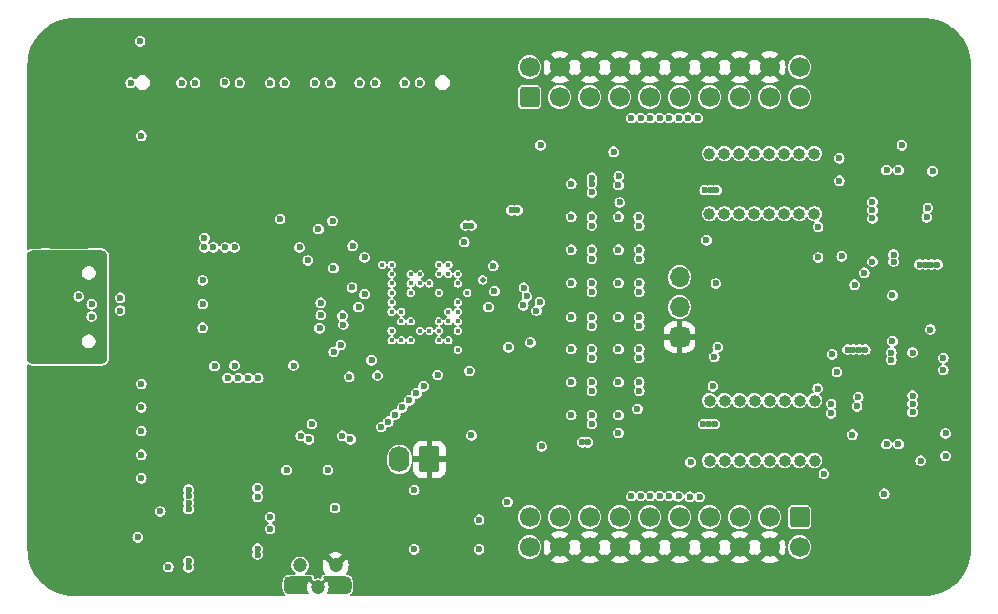
<source format=gbr>
%TF.GenerationSoftware,KiCad,Pcbnew,8.0.2-1*%
%TF.CreationDate,2024-05-28T01:52:33+02:00*%
%TF.ProjectId,glasgow,676c6173-676f-4772-9e6b-696361645f70,C3*%
%TF.SameCoordinates,Original*%
%TF.FileFunction,Copper,L2,Inr*%
%TF.FilePolarity,Positive*%
%FSLAX46Y46*%
G04 Gerber Fmt 4.6, Leading zero omitted, Abs format (unit mm)*
G04 Created by KiCad (PCBNEW 8.0.2-1) date 2024-05-28 01:52:33*
%MOMM*%
%LPD*%
G01*
G04 APERTURE LIST*
G04 Aperture macros list*
%AMRoundRect*
0 Rectangle with rounded corners*
0 $1 Rounding radius*
0 $2 $3 $4 $5 $6 $7 $8 $9 X,Y pos of 4 corners*
0 Add a 4 corners polygon primitive as box body*
4,1,4,$2,$3,$4,$5,$6,$7,$8,$9,$2,$3,0*
0 Add four circle primitives for the rounded corners*
1,1,$1+$1,$2,$3*
1,1,$1+$1,$4,$5*
1,1,$1+$1,$6,$7*
1,1,$1+$1,$8,$9*
0 Add four rect primitives between the rounded corners*
20,1,$1+$1,$2,$3,$4,$5,0*
20,1,$1+$1,$4,$5,$6,$7,0*
20,1,$1+$1,$6,$7,$8,$9,0*
20,1,$1+$1,$8,$9,$2,$3,0*%
G04 Aperture macros list end*
%TA.AperFunction,ComponentPad*%
%ADD10C,0.600000*%
%TD*%
%TA.AperFunction,ComponentPad*%
%ADD11C,1.000000*%
%TD*%
%TA.AperFunction,ComponentPad*%
%ADD12O,1.000000X1.000000*%
%TD*%
%TA.AperFunction,ComponentPad*%
%ADD13RoundRect,0.425000X0.425000X0.425000X-0.425000X0.425000X-0.425000X-0.425000X0.425000X-0.425000X0*%
%TD*%
%TA.AperFunction,ComponentPad*%
%ADD14O,1.700000X1.700000*%
%TD*%
%TA.AperFunction,ComponentPad*%
%ADD15C,0.800000*%
%TD*%
%TA.AperFunction,ComponentPad*%
%ADD16C,7.000000*%
%TD*%
%TA.AperFunction,ComponentPad*%
%ADD17RoundRect,0.250000X0.600000X-0.600000X0.600000X0.600000X-0.600000X0.600000X-0.600000X-0.600000X0*%
%TD*%
%TA.AperFunction,ComponentPad*%
%ADD18C,1.700000*%
%TD*%
%TA.AperFunction,ComponentPad*%
%ADD19O,2.100000X1.000000*%
%TD*%
%TA.AperFunction,ComponentPad*%
%ADD20O,1.600000X1.000000*%
%TD*%
%TA.AperFunction,ComponentPad*%
%ADD21RoundRect,0.249999X0.620001X0.850001X-0.620001X0.850001X-0.620001X-0.850001X0.620001X-0.850001X0*%
%TD*%
%TA.AperFunction,ComponentPad*%
%ADD22O,1.740000X2.200000*%
%TD*%
%TA.AperFunction,ComponentPad*%
%ADD23C,0.500000*%
%TD*%
%TA.AperFunction,ComponentPad*%
%ADD24RoundRect,0.250000X-0.600000X0.600000X-0.600000X-0.600000X0.600000X-0.600000X0.600000X0.600000X0*%
%TD*%
%TA.AperFunction,ComponentPad*%
%ADD25C,1.200000*%
%TD*%
%TA.AperFunction,ViaPad*%
%ADD26C,0.600000*%
%TD*%
%TA.AperFunction,ViaPad*%
%ADD27C,0.400000*%
%TD*%
%TA.AperFunction,ViaPad*%
%ADD28C,0.500000*%
%TD*%
G04 APERTURE END LIST*
D10*
%TO.N,GND*%
%TO.C,U1*%
X17310000Y27040000D03*
X17310000Y25770000D03*
X17310000Y24500000D03*
X17310000Y23230000D03*
X17310000Y21960000D03*
X18580000Y27040000D03*
X18580000Y25770000D03*
X18580000Y24500000D03*
X18580000Y23230000D03*
X18580000Y21960000D03*
X19850000Y27040000D03*
X19850000Y25770000D03*
X19850000Y24500000D03*
X19850000Y23230000D03*
X19850000Y21960000D03*
X21120000Y27040000D03*
X21120000Y25770000D03*
X21120000Y24500000D03*
X21120000Y23230000D03*
X21120000Y21960000D03*
X22390000Y27040000D03*
X22390000Y25770000D03*
X22390000Y24500000D03*
X22390000Y23230000D03*
X22390000Y21960000D03*
%TD*%
D11*
%TO.N,/IO_Banks/IO_Buffer_A/P0*%
%TO.C,J9*%
X57800000Y32400000D03*
D12*
%TO.N,/IO_Banks/IO_Buffer_A/P1*%
X59070000Y32400000D03*
%TO.N,/IO_Banks/IO_Buffer_A/P2*%
X60340000Y32400000D03*
%TO.N,/IO_Banks/IO_Buffer_A/P3*%
X61610000Y32400000D03*
%TO.N,/IO_Banks/IO_Buffer_A/P4*%
X62880000Y32400000D03*
%TO.N,/IO_Banks/IO_Buffer_A/P5*%
X64150000Y32400000D03*
%TO.N,/IO_Banks/IO_Buffer_A/P6*%
X65420000Y32400000D03*
%TO.N,/IO_Banks/IO_Buffer_A/P7*%
X66690000Y32400000D03*
%TD*%
D11*
%TO.N,/IO_Banks/IO_Buffer_B/Z0*%
%TO.C,J6*%
X66700000Y11500000D03*
D12*
%TO.N,/IO_Banks/IO_Buffer_B/Z1*%
X65430000Y11500000D03*
%TO.N,/IO_Banks/IO_Buffer_B/Z2*%
X64160000Y11500000D03*
%TO.N,/IO_Banks/IO_Buffer_B/Z3*%
X62890000Y11500000D03*
%TO.N,/IO_Banks/IO_Buffer_B/Z4*%
X61620000Y11500000D03*
%TO.N,/IO_Banks/IO_Buffer_B/Z5*%
X60350000Y11500000D03*
%TO.N,/IO_Banks/IO_Buffer_B/Z6*%
X59080000Y11500000D03*
%TO.N,/IO_Banks/IO_Buffer_B/Z7*%
X57810000Y11500000D03*
%TD*%
D11*
%TO.N,/IO_Banks/IO_Buffer_B/P0*%
%TO.C,J7*%
X66700000Y16580000D03*
D12*
%TO.N,/IO_Banks/IO_Buffer_B/P1*%
X65430000Y16580000D03*
%TO.N,/IO_Banks/IO_Buffer_B/P2*%
X64160000Y16580000D03*
%TO.N,/IO_Banks/IO_Buffer_B/P3*%
X62890000Y16580000D03*
%TO.N,/IO_Banks/IO_Buffer_B/P4*%
X61620000Y16580000D03*
%TO.N,/IO_Banks/IO_Buffer_B/P5*%
X60350000Y16580000D03*
%TO.N,/IO_Banks/IO_Buffer_B/P6*%
X59080000Y16580000D03*
%TO.N,/IO_Banks/IO_Buffer_B/P7*%
X57810000Y16580000D03*
%TD*%
D13*
%TO.N,GND*%
%TO.C,J10*%
X55270000Y21960000D03*
D14*
%TO.N,Net-(D12-K)*%
X55270000Y24500000D03*
%TO.N,Net-(D13-K)*%
X55270000Y27040000D03*
%TD*%
D15*
%TO.N,GND*%
%TO.C,MK1*%
X1375000Y4000000D03*
X2143845Y5856155D03*
X2143845Y2143845D03*
X4000000Y6625000D03*
D16*
X4000000Y4000000D03*
D15*
X4000000Y1375000D03*
X5856155Y5856155D03*
X5856155Y2143845D03*
X6625000Y4000000D03*
%TD*%
%TO.N,GND*%
%TO.C,MK2*%
X1375000Y45000000D03*
X2143845Y46856155D03*
X2143845Y43143845D03*
X4000000Y47625000D03*
D16*
X4000000Y45000000D03*
D15*
X4000000Y42375000D03*
X5856155Y46856155D03*
X5856155Y43143845D03*
X6625000Y45000000D03*
%TD*%
%TO.N,GND*%
%TO.C,MK4*%
X73375000Y4000000D03*
X74143845Y5856155D03*
X74143845Y2143845D03*
X76000000Y6625000D03*
D16*
X76000000Y4000000D03*
D15*
X76000000Y1375000D03*
X77856155Y5856155D03*
X77856155Y2143845D03*
X78625000Y4000000D03*
%TD*%
%TO.N,GND*%
%TO.C,MK3*%
X73375000Y45000000D03*
X74143845Y46856155D03*
X74143845Y43143845D03*
X76000000Y47625000D03*
D16*
X76000000Y45000000D03*
D15*
X76000000Y42375000D03*
X77856155Y46856155D03*
X77856155Y43143845D03*
X78625000Y45000000D03*
%TD*%
D11*
%TO.N,/IO_Banks/IO_Buffer_A/Z0*%
%TO.C,J8*%
X57800000Y37500000D03*
D12*
%TO.N,/IO_Banks/IO_Buffer_A/Z1*%
X59070000Y37500000D03*
%TO.N,/IO_Banks/IO_Buffer_A/Z2*%
X60340000Y37500000D03*
%TO.N,/IO_Banks/IO_Buffer_A/Z3*%
X61610000Y37500000D03*
%TO.N,/IO_Banks/IO_Buffer_A/Z4*%
X62880000Y37500000D03*
%TO.N,/IO_Banks/IO_Buffer_A/Z5*%
X64150000Y37500000D03*
%TO.N,/IO_Banks/IO_Buffer_A/Z6*%
X65420000Y37500000D03*
%TO.N,/IO_Banks/IO_Buffer_A/Z7*%
X66690000Y37500000D03*
%TD*%
D17*
%TO.N,/IO_Banks/IO_Buffer_A/VSENSE*%
%TO.C,J2*%
X42570000Y42280000D03*
D18*
%TO.N,/IO_Banks/VIOA*%
X42570000Y44820000D03*
%TO.N,/IO_Banks/IO_Buffer_A/Z0*%
X45110000Y42280000D03*
%TO.N,GND*%
X45110000Y44820000D03*
%TO.N,/IO_Banks/IO_Buffer_A/Z1*%
X47650000Y42280000D03*
%TO.N,GND*%
X47650000Y44820000D03*
%TO.N,/IO_Banks/IO_Buffer_A/Z2*%
X50190000Y42280000D03*
%TO.N,GND*%
X50190000Y44820000D03*
%TO.N,/IO_Banks/IO_Buffer_A/Z3*%
X52730000Y42280000D03*
%TO.N,GND*%
X52730000Y44820000D03*
%TO.N,/IO_Banks/IO_Buffer_A/Z4*%
X55270000Y42280000D03*
%TO.N,GND*%
X55270000Y44820000D03*
%TO.N,/IO_Banks/IO_Buffer_A/Z5*%
X57810000Y42280000D03*
%TO.N,GND*%
X57810000Y44820000D03*
%TO.N,/IO_Banks/IO_Buffer_A/Z6*%
X60350000Y42280000D03*
%TO.N,GND*%
X60350000Y44820000D03*
%TO.N,/IO_Banks/IO_Buffer_A/Z7*%
X62890000Y42280000D03*
%TO.N,GND*%
X62890000Y44820000D03*
%TO.N,unconnected-(J2-Pin_19-Pad19)*%
X65430000Y42280000D03*
%TO.N,unconnected-(J2-Pin_20-Pad20)*%
X65430000Y44820000D03*
%TD*%
D19*
%TO.N,/SHLD*%
%TO.C,J1*%
X5780000Y28820000D03*
D20*
X1600000Y28820000D03*
D19*
X5780000Y20180000D03*
D20*
X1600000Y20180000D03*
%TD*%
D21*
%TO.N,GND*%
%TO.C,J4*%
X34100000Y11600000D03*
D22*
%TO.N,/IO_Banks/~{SYNC}*%
X31560000Y11600000D03*
%TD*%
D23*
%TO.N,GND*%
%TO.C,U8*%
X15900000Y4450000D03*
X15900000Y5550000D03*
%TD*%
%TO.N,GND*%
%TO.C,U36*%
X15900000Y9550000D03*
X15900000Y10650000D03*
%TD*%
D24*
%TO.N,/IO_Banks/IO_Buffer_B/VSENSE*%
%TO.C,J3*%
X65430000Y6720000D03*
D18*
%TO.N,/IO_Banks/VIOB*%
X65430000Y4180000D03*
%TO.N,/IO_Banks/IO_Buffer_B/Z0*%
X62890000Y6720000D03*
%TO.N,GND*%
X62890000Y4180000D03*
%TO.N,/IO_Banks/IO_Buffer_B/Z1*%
X60350000Y6720000D03*
%TO.N,GND*%
X60350000Y4180000D03*
%TO.N,/IO_Banks/IO_Buffer_B/Z2*%
X57810000Y6720000D03*
%TO.N,GND*%
X57810000Y4180000D03*
%TO.N,/IO_Banks/IO_Buffer_B/Z3*%
X55270000Y6720000D03*
%TO.N,GND*%
X55270000Y4180000D03*
%TO.N,/IO_Banks/IO_Buffer_B/Z4*%
X52730000Y6720000D03*
%TO.N,GND*%
X52730000Y4180000D03*
%TO.N,/IO_Banks/IO_Buffer_B/Z5*%
X50190000Y6720000D03*
%TO.N,GND*%
X50190000Y4180000D03*
%TO.N,/IO_Banks/IO_Buffer_B/Z6*%
X47650000Y6720000D03*
%TO.N,GND*%
X47650000Y4180000D03*
%TO.N,/IO_Banks/IO_Buffer_B/Z7*%
X45110000Y6720000D03*
%TO.N,GND*%
X45110000Y4180000D03*
%TO.N,unconnected-(J3-Pin_19-Pad19)*%
X42570000Y6720000D03*
%TO.N,unconnected-(J3-Pin_20-Pad20)*%
X42570000Y4180000D03*
%TD*%
D25*
%TO.N,GND*%
%TO.C,SW1*%
X26150000Y2620000D03*
%TO.N,/~{MR}*%
X23150000Y2620000D03*
%TO.N,/SWSH*%
X24650000Y770000D03*
%TD*%
D26*
%TO.N,/SDA*%
X27400000Y13299902D03*
X38300000Y4000000D03*
X76700000Y36000000D03*
X17899998Y18500000D03*
X23900000Y13300000D03*
X68100000Y16300000D03*
X58200006Y20300000D03*
X73300000Y25500000D03*
D27*
X30900000Y22500000D03*
D26*
X67000000Y28700000D03*
D27*
%TO.N,+3V3*%
X34100000Y22500000D03*
D26*
X17600000Y19550000D03*
X14900000Y26750000D03*
X22600000Y19550000D03*
X14900000Y22750000D03*
X16800000Y29550000D03*
X23800000Y28450000D03*
X14900000Y24750000D03*
X46100000Y26550000D03*
X19550000Y4050000D03*
X76500000Y22600000D03*
X43599998Y12700000D03*
X50100000Y20950000D03*
D27*
X31700000Y24100000D03*
D26*
X9600000Y47000000D03*
X68800000Y37100000D03*
X25500000Y10700000D03*
X58350000Y26500000D03*
X68200000Y20500000D03*
X46100000Y29350000D03*
D27*
X36500000Y20900000D03*
D26*
X46100000Y18150000D03*
X37650000Y13650000D03*
X50100153Y15359371D03*
X66975090Y17600000D03*
X77800000Y11900000D03*
X50100000Y32150000D03*
X27600000Y29700000D03*
X50100000Y18150000D03*
X9700000Y39000000D03*
X24150000Y14600000D03*
X50100000Y26550000D03*
X70100000Y26400000D03*
X46100000Y23650000D03*
X11989606Y2491204D03*
X20600000Y5715000D03*
X50100000Y23650000D03*
X46100000Y15350000D03*
X46100000Y20950000D03*
X46100000Y32150000D03*
D27*
X35700000Y24100000D03*
D26*
X8800006Y43500000D03*
X32800000Y9000000D03*
X50093878Y34826788D03*
X40800000Y21100000D03*
X50093477Y29356523D03*
X24800000Y22700000D03*
X26100000Y7500000D03*
X19543821Y3549811D03*
X22000000Y10700000D03*
X46100000Y34950000D03*
X29200010Y20000000D03*
X69900000Y13700000D03*
X57550000Y30150000D03*
%TO.N,GND*%
X17200000Y11600000D03*
X17200000Y12200000D03*
X14600000Y11600000D03*
X14600000Y12200000D03*
X20000000Y14200000D03*
X19200000Y14200000D03*
X20800000Y14200000D03*
X21600000Y14200000D03*
X57300000Y24900000D03*
X8150000Y40450000D03*
X14600000Y7100000D03*
X18500000Y6550000D03*
X17200000Y7100000D03*
X17850000Y7750000D03*
X17200000Y6500000D03*
X14600000Y6500000D03*
D28*
X54450000Y37650000D03*
D26*
X74700000Y32000000D03*
X76500000Y23600000D03*
X73500000Y33400000D03*
X73500000Y32000000D03*
X70600000Y18100000D03*
X5050010Y14000000D03*
X50100000Y17400000D03*
X50100000Y22900000D03*
X61100000Y25500000D03*
X5049976Y33000000D03*
X50100000Y28600000D03*
X40800000Y20350000D03*
X19299996Y43500000D03*
X26400000Y9100000D03*
D27*
X33300000Y24100000D03*
D26*
X37200010Y9000000D03*
X29100000Y17800000D03*
X50087874Y14609560D03*
X23100006Y43500000D03*
X7800000Y20800006D03*
X14000000Y25650000D03*
X11900000Y43499998D03*
X75400000Y30900000D03*
X28200000Y39600000D03*
D27*
X32500000Y24900000D03*
D26*
X46100000Y25800000D03*
X5050000Y16000000D03*
X74700000Y33400000D03*
X5050004Y10000000D03*
X46100000Y34200000D03*
D28*
X50450000Y37650000D03*
D26*
X46100000Y22900000D03*
X7600000Y28400000D03*
X18500000Y11650000D03*
X23800000Y7500000D03*
X70800000Y22000000D03*
X73100000Y15600000D03*
D27*
X34100000Y24900000D03*
D26*
X5050000Y31000000D03*
X5050002Y35000000D03*
X15500000Y43500000D03*
X71900000Y17000000D03*
X5050000Y37000000D03*
X10799901Y43500000D03*
X50013397Y34081208D03*
D28*
X7900000Y23200000D03*
D26*
X5050000Y12000000D03*
X57300000Y22400000D03*
X35800000Y39600000D03*
X47300000Y38300000D03*
X50100000Y31400000D03*
X11720180Y22250009D03*
X40800000Y22000000D03*
X73100000Y17000000D03*
X27200000Y7500000D03*
X24250000Y18950000D03*
X68800000Y36100000D03*
X46100000Y20200000D03*
X64300000Y23400000D03*
X77500000Y16500000D03*
X46100000Y31400000D03*
X37799998Y19831889D03*
X30800012Y43500000D03*
X74500000Y39500000D03*
X66100000Y13600000D03*
X43200000Y34800000D03*
X71900000Y15600000D03*
D27*
X33300000Y24900000D03*
D26*
X46100000Y14600000D03*
X21280000Y3690000D03*
X10650000Y29800000D03*
X20600000Y39600000D03*
X42700000Y34800000D03*
X11900000Y10200000D03*
X74300000Y9500000D03*
X22900000Y9100000D03*
X5050000Y39000000D03*
X26899998Y43500000D03*
X17850000Y2774910D03*
X57400000Y20300000D03*
X32000000Y39600000D03*
X68700000Y30200000D03*
X24400000Y39600000D03*
D28*
X55450000Y11350000D03*
X51450000Y11350000D03*
D26*
X29000000Y20730358D03*
X50100000Y20200000D03*
X69200000Y32400000D03*
X76650000Y34850000D03*
X71200000Y18100000D03*
X5050000Y18000000D03*
X13024910Y39591062D03*
X50100000Y25800000D03*
X70100000Y25400000D03*
X57550000Y29200000D03*
X16800000Y39600000D03*
X46100000Y28600000D03*
X77800000Y12900000D03*
X34200075Y43499994D03*
X76000000Y30900000D03*
D27*
X34100000Y24100000D03*
D26*
X68024910Y17600000D03*
X46100000Y17400000D03*
X69900000Y14600000D03*
%TO.N,/SCL*%
X17000000Y18500000D03*
X68100000Y15500000D03*
X23200000Y13600000D03*
D27*
X31700000Y21700000D03*
D26*
X38300000Y6500000D03*
X58500000Y21100000D03*
X26700000Y13600000D03*
%TO.N,+5V*%
X13700000Y7950000D03*
X13700000Y3000038D03*
X13700000Y7400000D03*
X40700000Y8000000D03*
X76600000Y28100000D03*
X77100000Y28100000D03*
X13700000Y2449820D03*
X76100000Y28100000D03*
X71000000Y20900000D03*
X75600000Y28100000D03*
X13700000Y9050000D03*
X69500000Y20900000D03*
X32800000Y4000000D03*
X13700000Y8500000D03*
X70500000Y20900000D03*
X70000000Y20900000D03*
%TO.N,/~{CY_RESET}*%
X24700000Y31100000D03*
X9400014Y5000000D03*
%TO.N,/USB_P*%
X5500000Y24750000D03*
X5500000Y23700000D03*
%TO.N,/USB_N*%
X7900000Y25300000D03*
X7900000Y24205100D03*
D27*
%TO.N,/D0*%
X31700000Y23300000D03*
D26*
X18750000Y18500000D03*
%TO.N,/D1*%
X19599999Y18500000D03*
D27*
X30900000Y24100000D03*
D26*
%TO.N,/D2*%
X29700000Y18700000D03*
D27*
X30900000Y21700000D03*
D26*
%TO.N,/FPGA_DONE*%
X26600000Y21300000D03*
X24899996Y24874990D03*
%TO.N,/~{FPGA_RESET}*%
X26000000Y20700000D03*
X24902957Y23814816D03*
%TO.N,+1V2*%
X19550000Y8450000D03*
X19550000Y9150000D03*
X27300000Y18600000D03*
D27*
X34900000Y25700000D03*
X32500000Y25700000D03*
X34900000Y23300000D03*
D26*
X39100000Y24500000D03*
D27*
X32500000Y23300000D03*
D26*
X26803211Y23015765D03*
%TO.N,/CLKIF*%
X26737231Y23762769D03*
X15900000Y19500022D03*
D27*
%TO.N,/FLAGD*%
X30900000Y27300000D03*
D26*
X28600000Y28700000D03*
%TO.N,Net-(U12-Vin+)*%
X72800000Y12900000D03*
%TO.N,Net-(U12-Vin-)*%
X73800000Y12900000D03*
%TO.N,Net-(U21-Vin+)*%
X73800000Y36100000D03*
%TO.N,Net-(U21-Vin-)*%
X72800000Y36100000D03*
%TO.N,Net-(U12-Vbus)*%
X77800000Y13800000D03*
%TO.N,/~{ALERT}*%
X76300000Y32900000D03*
X27541925Y26158075D03*
X25900000Y31800002D03*
X25973150Y27805042D03*
X70299992Y16100000D03*
%TO.N,/CLKREF*%
X17600000Y29550000D03*
D27*
X37300000Y25700000D03*
D26*
X23100000Y29550000D03*
X28600000Y25600000D03*
%TO.N,/ENVB*%
X75700000Y11500000D03*
X15050002Y30350000D03*
X77600000Y19200000D03*
X72600000Y8700000D03*
%TO.N,/ENVA*%
X74100000Y38200000D03*
X21450008Y31950000D03*
D27*
%TO.N,/WR*%
X30900000Y26500000D03*
D26*
X15042375Y29543947D03*
%TO.N,/RD*%
X15800010Y29550000D03*
D27*
X30900000Y25700000D03*
%TO.N,/VCCPLL1*%
X36500000Y24100000D03*
%TO.N,/VCCPLL0*%
X30900000Y24900000D03*
%TO.N,/GNDPLL1*%
X36500000Y24900000D03*
D26*
%TO.N,/GNDPLL0*%
X28100000Y24500000D03*
%TO.N,Net-(U21-Vbus)*%
X68800000Y35200000D03*
%TO.N,/IO_Banks/IO_Buffer_B/Z0*%
X56962190Y8424910D03*
%TO.N,/IO_Banks/IO_Buffer_B/Z7*%
X51200000Y8500000D03*
%TO.N,/IO_Banks/IO_Buffer_B/Z1*%
X56147478Y8447478D03*
%TO.N,/IO_Banks/IO_Buffer_B/Z2*%
X55200000Y8462872D03*
%TO.N,/IO_Banks/IO_Buffer_B/Z3*%
X54400000Y8500000D03*
%TO.N,/IO_Banks/IO_Buffer_B/Z5*%
X52800000Y8500000D03*
%TO.N,/IO_Banks/IO_Buffer_B/Z4*%
X53600000Y8500000D03*
%TO.N,/IO_Banks/IO_Buffer_B/Z6*%
X52000000Y8500000D03*
%TO.N,/IO_Banks/IO_Buffer_A/Z0*%
X51200000Y40500000D03*
%TO.N,/IO_Banks/IO_Buffer_A/Z7*%
X56800000Y40500000D03*
%TO.N,/IO_Banks/IO_Buffer_A/Z1*%
X52000000Y40500000D03*
%TO.N,/IO_Banks/IO_Buffer_A/Z2*%
X52800000Y40500000D03*
%TO.N,/IO_Banks/IO_Buffer_A/Z3*%
X53600000Y40500000D03*
%TO.N,/IO_Banks/IO_Buffer_A/Z5*%
X55200000Y40500000D03*
%TO.N,/IO_Banks/IO_Buffer_A/Z4*%
X54400000Y40500000D03*
%TO.N,/IO_Banks/IO_Buffer_A/Z6*%
X55981323Y40523659D03*
%TO.N,/IO_Banks/QA4*%
X39600000Y25850000D03*
X39500000Y28000000D03*
D27*
%TO.N,/IO_Banks/U1*%
X32500000Y21700000D03*
D26*
X9700000Y18000000D03*
%TO.N,/IO_Banks/IO_Buffer_A/VSENSE*%
X43500000Y38200000D03*
%TO.N,/IO_Banks/VIOB*%
X75000000Y17000000D03*
X75000000Y15600000D03*
X75000000Y16300000D03*
X47050000Y13050000D03*
X51850000Y20950000D03*
X47850000Y15350000D03*
X51850000Y18150000D03*
X47850000Y18150000D03*
X58250000Y14600000D03*
X51700000Y15875600D03*
X51850000Y23650000D03*
X57750000Y14600000D03*
X58100000Y17800000D03*
X47500000Y13050000D03*
X47850000Y23650000D03*
X56200000Y11350000D03*
X68600012Y19000000D03*
X57300000Y14600000D03*
X47850000Y20950000D03*
%TO.N,/IO_Banks/VIOA*%
X49700000Y37650000D03*
X71600000Y33400000D03*
X67000000Y31300000D03*
X51828832Y32128832D03*
X47850000Y34950000D03*
X57900000Y34400000D03*
X47850000Y35450000D03*
X47850000Y26550000D03*
X57400000Y34400000D03*
X71600000Y32700000D03*
X51850000Y29350000D03*
X47850000Y32150000D03*
X47850000Y29350000D03*
X51850000Y26550000D03*
X50134260Y35575612D03*
X71600000Y32000000D03*
X58400000Y34400000D03*
D27*
%TO.N,/IO_Banks/U2*%
X33300000Y22500000D03*
D26*
X9700000Y16000000D03*
%TO.N,/IO_Banks/IO_Buffer_B/VSENSE*%
X67500000Y10400000D03*
%TO.N,/IO_Banks/U5*%
X9700000Y10000000D03*
D27*
X34900000Y22500000D03*
D26*
X37499986Y19100000D03*
%TO.N,/IO_Banks/U4*%
X9700000Y12000000D03*
D27*
X35700000Y21700000D03*
%TO.N,/IO_Banks/U3*%
X34900000Y21700000D03*
D26*
X9700000Y14000000D03*
%TO.N,/IO_Banks/Z4_P*%
X28200000Y43500000D03*
D27*
X35700000Y28100000D03*
%TO.N,/IO_Banks/Z5_P*%
X34900000Y28100000D03*
D26*
X25700000Y43500000D03*
D27*
%TO.N,/IO_Banks/Z12_N*%
X30900000Y28100000D03*
D26*
X14250000Y43500000D03*
%TO.N,/IO_Banks/Z12_P*%
X13114727Y43494675D03*
D27*
X30100000Y28100000D03*
%TO.N,/IO_Banks/Z1_N*%
X36500000Y27300000D03*
D26*
X32000000Y43500000D03*
%TO.N,/IO_Banks/Z4_N*%
X29500000Y43500000D03*
D27*
X35700000Y27300000D03*
D26*
%TO.N,/IO_Banks/Z5_N*%
X24400000Y43500000D03*
D27*
X34900000Y27300000D03*
%TO.N,/IO_Banks/Z7_N*%
X33300000Y27300000D03*
D26*
X20600000Y43500000D03*
%TO.N,/IO_Banks/Z9_P*%
X18050000Y43500000D03*
D27*
X32500000Y27300000D03*
%TO.N,/IO_Banks/Z9_N*%
X32500000Y26500000D03*
D26*
X16785000Y43515000D03*
D27*
%TO.N,/IO_Banks/Z1_P*%
X36500000Y26500000D03*
D26*
X33295000Y43505000D03*
%TO.N,/IO_Banks/VIO_AUX*%
X37050000Y30000000D03*
X41050000Y32700000D03*
X41550000Y32700000D03*
X37150000Y31400000D03*
D27*
X34100000Y26500000D03*
D26*
X37650000Y31400000D03*
D27*
%TO.N,/IO_Banks/Z7_P*%
X33300000Y26500000D03*
D26*
X21850000Y43500000D03*
D27*
%TO.N,/IO_Banks/DA0*%
X36500000Y23300000D03*
D26*
X47850000Y34200000D03*
%TO.N,/IO_Banks/DA4*%
X47850000Y28600000D03*
X42350000Y25400000D03*
%TO.N,/IO_Banks/DA6*%
X47850000Y25800000D03*
X43450000Y24900000D03*
D27*
%TO.N,/IO_Banks/DA1*%
X36500000Y22500000D03*
D26*
X50208259Y33355419D03*
%TO.N,/IO_Banks/DA3*%
X42100000Y26150072D03*
X51850603Y31379236D03*
%TO.N,/IO_Banks/DA5*%
X42045340Y24650000D03*
X51850000Y28600000D03*
%TO.N,/IO_Banks/DA7*%
X43150000Y24200000D03*
X51850000Y25800000D03*
%TO.N,/IO_Banks/DB0*%
X34799998Y18750188D03*
X47850000Y22900000D03*
%TO.N,/IO_Banks/DB4*%
X31800000Y16000000D03*
X47850000Y17400000D03*
%TO.N,/IO_Banks/DB6*%
X47850000Y14600000D03*
X30600000Y14800000D03*
%TO.N,/IO_Banks/DB1*%
X33600000Y17800000D03*
X51850000Y22900000D03*
%TO.N,/IO_Banks/DB3*%
X32400000Y16600000D03*
X51850000Y20200000D03*
%TO.N,/IO_Banks/DB5*%
X31200000Y15400000D03*
X51850000Y17400000D03*
%TO.N,/IO_Banks/DB7*%
X50100000Y13850000D03*
X30000000Y14349722D03*
%TO.N,/IO_Banks/DA2*%
X47850000Y31400000D03*
D27*
X35700000Y23300000D03*
D26*
%TO.N,/IO_Banks/DB2*%
X33000000Y17200000D03*
X47850000Y20200000D03*
%TO.N,/xVBUS*%
X4400000Y25400000D03*
%TO.N,/IO_Banks/IO_Buffer_B/VIO_EN*%
X77600000Y20200000D03*
X70400000Y16900000D03*
%TO.N,/IO_Banks/IO_Buffer_A/VIO_EN*%
X76200000Y32100000D03*
X69000000Y28800000D03*
%TO.N,/SWSH*%
X22150000Y1350000D03*
X27150000Y1350000D03*
X22150000Y550000D03*
X27150000Y550000D03*
%TO.N,/~{MR}*%
X11300000Y7200000D03*
%TO.N,/IO_Banks/IO_Buffer_B/VDAC*%
X73300000Y21600000D03*
%TO.N,/IO_Banks/IO_Buffer_A/VDAC*%
X70900000Y27400000D03*
%TO.N,Net-(U14-OUT)*%
X73200000Y20050000D03*
X73200000Y20650000D03*
X75000000Y20650000D03*
%TO.N,Net-(U31-OUT)*%
X73400000Y28350000D03*
X71600000Y28350000D03*
X73400000Y28950000D03*
%TO.N,Net-(U30A-IOT_219)*%
X42650000Y21500000D03*
D28*
X38600000Y26800000D03*
D26*
%TO.N,Net-(U3-A1)*%
X20607500Y6692500D03*
%TD*%
%TA.AperFunction,Conductor*%
%TO.N,/SHLD*%
G36*
X6306433Y29299153D02*
G01*
X6321739Y29297138D01*
X6416489Y29284664D01*
X6441447Y29277977D01*
X6537960Y29238000D01*
X6560336Y29225082D01*
X6643216Y29161485D01*
X6661484Y29143217D01*
X6725079Y29060340D01*
X6738001Y29037958D01*
X6777975Y28941452D01*
X6784664Y28916488D01*
X6799153Y28806434D01*
X6800000Y28793512D01*
X6800000Y20206489D01*
X6799153Y20193567D01*
X6784664Y20083513D01*
X6777975Y20058549D01*
X6738001Y19962043D01*
X6725079Y19939661D01*
X6661487Y19856787D01*
X6643213Y19838513D01*
X6560339Y19774921D01*
X6537957Y19761999D01*
X6441451Y19722025D01*
X6416487Y19715336D01*
X6306434Y19700847D01*
X6293512Y19700000D01*
X506488Y19700000D01*
X493566Y19700847D01*
X383512Y19715336D01*
X358548Y19722025D01*
X262042Y19761999D01*
X239660Y19774921D01*
X156783Y19838516D01*
X138512Y19856788D01*
X74920Y19939663D01*
X61997Y19962047D01*
X58035Y19971613D01*
X50500Y20009496D01*
X50500Y21685766D01*
X4674500Y21685766D01*
X4674500Y21534234D01*
X4709086Y21405153D01*
X4713720Y21387861D01*
X4789481Y21256640D01*
X4789483Y21256638D01*
X4789485Y21256635D01*
X4896635Y21149485D01*
X4896637Y21149484D01*
X4896639Y21149482D01*
X5027861Y21073721D01*
X5027859Y21073721D01*
X5027863Y21073720D01*
X5027865Y21073719D01*
X5174234Y21034500D01*
X5174236Y21034500D01*
X5325764Y21034500D01*
X5325766Y21034500D01*
X5472135Y21073719D01*
X5472137Y21073721D01*
X5472139Y21073721D01*
X5603360Y21149482D01*
X5603360Y21149483D01*
X5603365Y21149485D01*
X5710515Y21256635D01*
X5786281Y21387865D01*
X5825500Y21534234D01*
X5825500Y21685766D01*
X5786281Y21832135D01*
X5786279Y21832138D01*
X5786279Y21832140D01*
X5710518Y21963361D01*
X5710516Y21963363D01*
X5710515Y21963365D01*
X5603365Y22070515D01*
X5603362Y22070517D01*
X5603360Y22070519D01*
X5472138Y22146280D01*
X5472140Y22146280D01*
X5415347Y22161497D01*
X5325766Y22185500D01*
X5174234Y22185500D01*
X5084652Y22161497D01*
X5027860Y22146280D01*
X4896639Y22070519D01*
X4789481Y21963361D01*
X4713720Y21832140D01*
X4713719Y21832135D01*
X4674500Y21685766D01*
X50500Y21685766D01*
X50500Y24750003D01*
X5044968Y24750003D01*
X5044968Y24749998D01*
X5063398Y24621809D01*
X5063399Y24621806D01*
X5117204Y24503989D01*
X5202014Y24406112D01*
X5202016Y24406111D01*
X5202017Y24406110D01*
X5310973Y24336088D01*
X5365799Y24319990D01*
X5416305Y24285454D01*
X5436867Y24227827D01*
X5419629Y24169120D01*
X5371176Y24131757D01*
X5365799Y24130010D01*
X5310973Y24113912D01*
X5310972Y24113912D01*
X5202014Y24043889D01*
X5117204Y23946012D01*
X5063399Y23828195D01*
X5063398Y23828192D01*
X5044968Y23700003D01*
X5044968Y23699998D01*
X5063398Y23571809D01*
X5063399Y23571806D01*
X5117204Y23453989D01*
X5202014Y23356112D01*
X5202016Y23356111D01*
X5202017Y23356110D01*
X5310973Y23286088D01*
X5435242Y23249600D01*
X5435244Y23249600D01*
X5564756Y23249600D01*
X5564758Y23249600D01*
X5689027Y23286088D01*
X5797983Y23356110D01*
X5882797Y23453991D01*
X5936600Y23571803D01*
X5955032Y23700000D01*
X5936600Y23828197D01*
X5882797Y23946009D01*
X5882795Y23946011D01*
X5882795Y23946012D01*
X5797985Y24043889D01*
X5689027Y24113912D01*
X5689024Y24113913D01*
X5634201Y24130010D01*
X5583694Y24164546D01*
X5563132Y24222173D01*
X5580370Y24280880D01*
X5628823Y24318242D01*
X5634201Y24319990D01*
X5689027Y24336088D01*
X5797983Y24406110D01*
X5882797Y24503991D01*
X5936600Y24621803D01*
X5955032Y24750000D01*
X5936600Y24878197D01*
X5882797Y24996009D01*
X5882795Y24996011D01*
X5882795Y24996012D01*
X5797985Y25093889D01*
X5689027Y25163912D01*
X5689024Y25163913D01*
X5564760Y25200400D01*
X5564758Y25200400D01*
X5435242Y25200400D01*
X5435239Y25200400D01*
X5310975Y25163913D01*
X5310972Y25163912D01*
X5202014Y25093889D01*
X5117204Y24996012D01*
X5063399Y24878195D01*
X5063398Y24878192D01*
X5044968Y24750003D01*
X50500Y24750003D01*
X50500Y25400003D01*
X3944968Y25400003D01*
X3944968Y25399998D01*
X3963398Y25271809D01*
X3963399Y25271806D01*
X4017204Y25153989D01*
X4102014Y25056112D01*
X4102016Y25056111D01*
X4102017Y25056110D01*
X4210973Y24986088D01*
X4335242Y24949600D01*
X4335244Y24949600D01*
X4464756Y24949600D01*
X4464758Y24949600D01*
X4589027Y24986088D01*
X4697983Y25056110D01*
X4782797Y25153991D01*
X4836600Y25271803D01*
X4855032Y25400000D01*
X4836600Y25528197D01*
X4782797Y25646009D01*
X4782795Y25646011D01*
X4782795Y25646012D01*
X4697985Y25743889D01*
X4589027Y25813912D01*
X4589024Y25813913D01*
X4464760Y25850400D01*
X4464758Y25850400D01*
X4335242Y25850400D01*
X4335239Y25850400D01*
X4210975Y25813913D01*
X4210972Y25813912D01*
X4102014Y25743889D01*
X4017204Y25646012D01*
X3963399Y25528195D01*
X3963398Y25528192D01*
X3944968Y25400003D01*
X50500Y25400003D01*
X50500Y27465766D01*
X4674500Y27465766D01*
X4674500Y27314234D01*
X4709086Y27185153D01*
X4713720Y27167861D01*
X4789481Y27036640D01*
X4789483Y27036638D01*
X4789485Y27036635D01*
X4896635Y26929485D01*
X4896637Y26929484D01*
X4896639Y26929482D01*
X5027861Y26853721D01*
X5027859Y26853721D01*
X5027863Y26853720D01*
X5027865Y26853719D01*
X5174234Y26814500D01*
X5174236Y26814500D01*
X5325764Y26814500D01*
X5325766Y26814500D01*
X5472135Y26853719D01*
X5472137Y26853721D01*
X5472139Y26853721D01*
X5603360Y26929482D01*
X5603360Y26929483D01*
X5603365Y26929485D01*
X5710515Y27036635D01*
X5786281Y27167865D01*
X5825500Y27314234D01*
X5825500Y27465766D01*
X5786281Y27612135D01*
X5786279Y27612138D01*
X5786279Y27612140D01*
X5710518Y27743361D01*
X5710516Y27743363D01*
X5710515Y27743365D01*
X5603365Y27850515D01*
X5603362Y27850517D01*
X5603360Y27850519D01*
X5472138Y27926280D01*
X5472140Y27926280D01*
X5415347Y27941497D01*
X5325766Y27965500D01*
X5174234Y27965500D01*
X5084652Y27941497D01*
X5027860Y27926280D01*
X4896639Y27850519D01*
X4789481Y27743361D01*
X4713720Y27612140D01*
X4713719Y27612135D01*
X4674500Y27465766D01*
X50500Y27465766D01*
X50500Y28990505D01*
X58033Y29028384D01*
X61999Y29037959D01*
X74916Y29060334D01*
X138518Y29143221D01*
X156779Y29161482D01*
X239666Y29225084D01*
X262035Y29237999D01*
X358554Y29277978D01*
X383508Y29284664D01*
X480923Y29297489D01*
X493567Y29299153D01*
X506488Y29300000D01*
X6293512Y29300000D01*
X6306433Y29299153D01*
G37*
%TD.AperFunction*%
%TD*%
%TA.AperFunction,Conductor*%
%TO.N,/SWSH*%
G36*
X24152364Y1681093D02*
G01*
X24188328Y1631593D01*
X24188328Y1570407D01*
X24152364Y1520907D01*
X24152363Y1520907D01*
X24128536Y1503597D01*
X24491666Y1140467D01*
X24404394Y1090080D01*
X24329920Y1015606D01*
X24279533Y928334D01*
X23913507Y1294360D01*
X23823280Y1138079D01*
X23764819Y958157D01*
X23745043Y770000D01*
X23764819Y581844D01*
X23823279Y401926D01*
X23823285Y401912D01*
X23854123Y348500D01*
X23866845Y288652D01*
X23841959Y232756D01*
X23788971Y202163D01*
X23768387Y200000D01*
X22306488Y200000D01*
X22293566Y200847D01*
X22183512Y215336D01*
X22158548Y222025D01*
X22062042Y261999D01*
X22039660Y274921D01*
X21968411Y329593D01*
X21956783Y338516D01*
X21938515Y356784D01*
X21874918Y439664D01*
X21862000Y462040D01*
X21822023Y558553D01*
X21815336Y583511D01*
X21800847Y693568D01*
X21800000Y706489D01*
X21800000Y1193512D01*
X21800847Y1206433D01*
X21802511Y1219077D01*
X21815336Y1316492D01*
X21822022Y1341446D01*
X21862001Y1437965D01*
X21874916Y1460334D01*
X21938518Y1543221D01*
X21956779Y1561482D01*
X22039666Y1625084D01*
X22062035Y1637999D01*
X22158554Y1677978D01*
X22183508Y1684664D01*
X22280923Y1697489D01*
X22293567Y1699153D01*
X22306488Y1700000D01*
X24094173Y1700000D01*
X24152364Y1681093D01*
G37*
%TD.AperFunction*%
%TA.AperFunction,Conductor*%
G36*
X27006433Y1699153D02*
G01*
X27021739Y1697138D01*
X27116489Y1684664D01*
X27141447Y1677977D01*
X27237960Y1638000D01*
X27260336Y1625082D01*
X27343216Y1561485D01*
X27361484Y1543217D01*
X27391886Y1503597D01*
X27425079Y1460340D01*
X27438001Y1437958D01*
X27477975Y1341452D01*
X27484664Y1316488D01*
X27499153Y1206434D01*
X27500000Y1193512D01*
X27500000Y706489D01*
X27499153Y693567D01*
X27484664Y583513D01*
X27477975Y558549D01*
X27438001Y462043D01*
X27425079Y439661D01*
X27361487Y356787D01*
X27343213Y338513D01*
X27260339Y274921D01*
X27237957Y261999D01*
X27141451Y222025D01*
X27116487Y215336D01*
X27006434Y200847D01*
X26993512Y200000D01*
X25531613Y200000D01*
X25473422Y218907D01*
X25437458Y268407D01*
X25437458Y329593D01*
X25445877Y348500D01*
X25476714Y401912D01*
X25476720Y401926D01*
X25535180Y581844D01*
X25554956Y770000D01*
X25535180Y958157D01*
X25476720Y1138075D01*
X25476717Y1138082D01*
X25386490Y1294360D01*
X25020465Y928336D01*
X24970080Y1015606D01*
X24895606Y1090080D01*
X24808332Y1140468D01*
X25171461Y1503596D01*
X25147635Y1520907D01*
X25111671Y1570407D01*
X25111671Y1631592D01*
X25147635Y1681093D01*
X25205826Y1700000D01*
X26993512Y1700000D01*
X27006433Y1699153D01*
G37*
%TD.AperFunction*%
%TD*%
%TA.AperFunction,Conductor*%
%TO.N,GND*%
G36*
X76001708Y48949422D02*
G01*
X76361001Y48932810D01*
X76367804Y48932179D01*
X76447603Y48921048D01*
X76722339Y48882724D01*
X76729040Y48881471D01*
X77077506Y48799513D01*
X77084056Y48797650D01*
X77423481Y48683886D01*
X77429854Y48681417D01*
X77757314Y48536829D01*
X77763433Y48533782D01*
X78076155Y48359598D01*
X78081966Y48356000D01*
X78377279Y48153705D01*
X78382734Y48149586D01*
X78658131Y47920900D01*
X78663182Y47916295D01*
X78916294Y47663183D01*
X78920899Y47658132D01*
X79149585Y47382735D01*
X79153704Y47377280D01*
X79355999Y47081967D01*
X79359597Y47076156D01*
X79533781Y46763434D01*
X79536828Y46757315D01*
X79681416Y46429855D01*
X79683885Y46423482D01*
X79797645Y46084069D01*
X79799515Y46077494D01*
X79881468Y45729051D01*
X79882724Y45722332D01*
X79932178Y45367805D01*
X79932809Y45361000D01*
X79949421Y45001709D01*
X79949500Y44998291D01*
X79949500Y4001710D01*
X79949421Y3998292D01*
X79932809Y3639001D01*
X79932178Y3632196D01*
X79882724Y3277669D01*
X79881468Y3270950D01*
X79799515Y2922507D01*
X79797645Y2915932D01*
X79683885Y2576519D01*
X79681416Y2570146D01*
X79536828Y2242686D01*
X79533781Y2236567D01*
X79359597Y1923845D01*
X79355999Y1918034D01*
X79153704Y1622721D01*
X79149585Y1617266D01*
X78920899Y1341869D01*
X78916294Y1336818D01*
X78663182Y1083706D01*
X78658131Y1079101D01*
X78382734Y850415D01*
X78377279Y846296D01*
X78081966Y644001D01*
X78076155Y640403D01*
X77763433Y466219D01*
X77757314Y463172D01*
X77429854Y318584D01*
X77423481Y316115D01*
X77084068Y202355D01*
X77077493Y200485D01*
X76729050Y118532D01*
X76722331Y117276D01*
X76367804Y67822D01*
X76360999Y67191D01*
X76001709Y50579D01*
X75998291Y50500D01*
X27458055Y50500D01*
X27405729Y72174D01*
X27384055Y124500D01*
X27405729Y176826D01*
X27418045Y186751D01*
X27448049Y206033D01*
X27532882Y303937D01*
X27556430Y355500D01*
X27559650Y361745D01*
X27559742Y361906D01*
X27559747Y361912D01*
X27572669Y384294D01*
X27581664Y402536D01*
X27621638Y499042D01*
X27628177Y518303D01*
X27634866Y543267D01*
X27638834Y563216D01*
X27653323Y673270D01*
X27654320Y683396D01*
X27655167Y696318D01*
X27655500Y706489D01*
X27655500Y1193512D01*
X27655167Y1203683D01*
X27654320Y1216605D01*
X27653323Y1226731D01*
X27638834Y1336785D01*
X27638829Y1336806D01*
X27638828Y1336818D01*
X27634868Y1356724D01*
X27634867Y1356725D01*
X27634866Y1356734D01*
X27628177Y1381698D01*
X27621638Y1400959D01*
X27581664Y1497465D01*
X27572669Y1515707D01*
X27572653Y1515735D01*
X27559647Y1538263D01*
X27556420Y1544521D01*
X27532882Y1596063D01*
X27448049Y1693967D01*
X27339069Y1764004D01*
X27339062Y1764006D01*
X27330511Y1766517D01*
X27316493Y1772248D01*
X27315702Y1772671D01*
X27297461Y1781666D01*
X27297458Y1781667D01*
X27200948Y1821643D01*
X27181701Y1828176D01*
X27181695Y1828178D01*
X27181691Y1828179D01*
X27156733Y1834866D01*
X27156732Y1834867D01*
X27156718Y1834870D01*
X27136798Y1838832D01*
X27136776Y1838836D01*
X27082389Y1845996D01*
X27033340Y1874315D01*
X27018682Y1929023D01*
X27032996Y1963959D01*
X27089245Y2038445D01*
X27180113Y2220933D01*
X27180115Y2220938D01*
X27235904Y2417016D01*
X27254713Y2619997D01*
X27254713Y2620004D01*
X27235904Y2822985D01*
X27180115Y3019063D01*
X27180113Y3019068D01*
X27089246Y3201555D01*
X27087465Y3203913D01*
X26550000Y2666448D01*
X26550000Y2672661D01*
X26522741Y2774394D01*
X26470080Y2865606D01*
X26395606Y2940080D01*
X26304394Y2992741D01*
X26202661Y3020000D01*
X26196444Y3020000D01*
X26730687Y3554243D01*
X26642417Y3608896D01*
X26642408Y3608901D01*
X26452320Y3682541D01*
X26251933Y3720000D01*
X26048066Y3720000D01*
X25847679Y3682541D01*
X25657591Y3608901D01*
X25657576Y3608894D01*
X25569311Y3554243D01*
X26103554Y3020000D01*
X26097339Y3020000D01*
X25995606Y2992741D01*
X25904394Y2940080D01*
X25829920Y2865606D01*
X25777259Y2774394D01*
X25750000Y2672661D01*
X25750000Y2666446D01*
X25212533Y3203913D01*
X25210754Y3201557D01*
X25119886Y3019068D01*
X25119884Y3019063D01*
X25064095Y2822985D01*
X25045287Y2620004D01*
X25045287Y2619997D01*
X25064095Y2417016D01*
X25119884Y2220938D01*
X25119886Y2220933D01*
X25210754Y2038443D01*
X25210756Y2038440D01*
X25259494Y1973901D01*
X25273731Y1919082D01*
X25245036Y1870253D01*
X25208622Y1856431D01*
X25208698Y1855955D01*
X25206419Y1855595D01*
X25206264Y1855535D01*
X25205829Y1855501D01*
X25157769Y1847889D01*
X25099593Y1828987D01*
X25099569Y1828978D01*
X25084386Y1823150D01*
X25084385Y1823150D01*
X25021835Y1772497D01*
X25021827Y1772487D01*
X24985868Y1722994D01*
X24985859Y1722980D01*
X24977004Y1709344D01*
X24977003Y1709341D01*
X24956171Y1631595D01*
X24956171Y1570408D01*
X24956400Y1566027D01*
X24937487Y1512641D01*
X24886364Y1488265D01*
X24858061Y1492316D01*
X24818062Y1506312D01*
X24818059Y1506313D01*
X24650000Y1525249D01*
X24481940Y1506313D01*
X24481934Y1506311D01*
X24441814Y1492273D01*
X24385266Y1495450D01*
X24347527Y1537682D01*
X24344653Y1565557D01*
X24343828Y1565557D01*
X24343828Y1631582D01*
X24343828Y1631593D01*
X24342976Y1647847D01*
X24314130Y1722994D01*
X24278179Y1772477D01*
X24278159Y1772503D01*
X24275471Y1775821D01*
X24267922Y1785144D01*
X24200415Y1828983D01*
X24200413Y1828984D01*
X24200411Y1828985D01*
X24200409Y1828986D01*
X24142229Y1847889D01*
X24142225Y1847890D01*
X24142224Y1847890D01*
X24107913Y1853324D01*
X24094174Y1855500D01*
X24094173Y1855500D01*
X23600795Y1855500D01*
X23548469Y1877174D01*
X23526795Y1929500D01*
X23548469Y1981826D01*
X23561424Y1992157D01*
X23620885Y2029520D01*
X23620884Y2029520D01*
X23620890Y2029523D01*
X23740477Y2149110D01*
X23830456Y2292310D01*
X23886313Y2451941D01*
X23905249Y2620000D01*
X23886313Y2788059D01*
X23830456Y2947690D01*
X23814204Y2973555D01*
X23740480Y3090886D01*
X23740478Y3090888D01*
X23740477Y3090890D01*
X23620890Y3210477D01*
X23620887Y3210479D01*
X23620885Y3210481D01*
X23477691Y3300456D01*
X23318067Y3356311D01*
X23318059Y3356313D01*
X23150000Y3375249D01*
X22981940Y3356313D01*
X22981932Y3356311D01*
X22822308Y3300456D01*
X22679114Y3210481D01*
X22559519Y3090886D01*
X22469544Y2947692D01*
X22413689Y2788068D01*
X22413687Y2788060D01*
X22394751Y2620000D01*
X22413687Y2451941D01*
X22413689Y2451933D01*
X22469544Y2292309D01*
X22559519Y2149115D01*
X22559521Y2149113D01*
X22559523Y2149110D01*
X22679110Y2029523D01*
X22679112Y2029522D01*
X22679114Y2029520D01*
X22738576Y1992157D01*
X22771350Y1945966D01*
X22761862Y1890129D01*
X22715671Y1857355D01*
X22699205Y1855500D01*
X22306474Y1855500D01*
X22296320Y1855168D01*
X22283405Y1854321D01*
X22283395Y1854320D01*
X22273278Y1853324D01*
X22260909Y1851697D01*
X22260788Y1851681D01*
X22163224Y1838836D01*
X22163198Y1838832D01*
X22143276Y1834869D01*
X22143263Y1834867D01*
X22118331Y1828187D01*
X22118299Y1828177D01*
X22099045Y1821642D01*
X22002523Y1781661D01*
X21984283Y1772665D01*
X21983508Y1772250D01*
X21969482Y1766515D01*
X21960934Y1764006D01*
X21960928Y1764003D01*
X21851954Y1693969D01*
X21851947Y1693964D01*
X21767116Y1596062D01*
X21743577Y1544519D01*
X21740351Y1538262D01*
X21727344Y1515735D01*
X21727324Y1515696D01*
X21718342Y1497485D01*
X21718341Y1497482D01*
X21678358Y1400955D01*
X21671823Y1381701D01*
X21671813Y1381669D01*
X21665133Y1356737D01*
X21665131Y1356724D01*
X21661168Y1336802D01*
X21661164Y1336776D01*
X21661164Y1336772D01*
X21648341Y1239374D01*
X21648340Y1239366D01*
X21646676Y1226722D01*
X21646675Y1226710D01*
X21645679Y1216595D01*
X21644832Y1203680D01*
X21644500Y1193526D01*
X21644500Y706476D01*
X21644832Y696320D01*
X21645679Y683408D01*
X21646676Y673274D01*
X21661164Y563229D01*
X21661168Y563204D01*
X21665129Y543288D01*
X21665133Y543270D01*
X21671824Y518299D01*
X21678357Y499052D01*
X21718333Y402542D01*
X21718340Y402526D01*
X21727320Y384314D01*
X21727339Y384279D01*
X21740349Y361745D01*
X21743573Y355492D01*
X21767118Y303937D01*
X21851951Y206033D01*
X21881952Y186753D01*
X21914254Y140230D01*
X21904198Y84493D01*
X21857675Y52191D01*
X21841945Y50500D01*
X4001709Y50500D01*
X3998291Y50579D01*
X3639000Y67191D01*
X3632195Y67822D01*
X3277668Y117276D01*
X3270949Y118532D01*
X2922506Y200485D01*
X2915931Y202355D01*
X2576518Y316115D01*
X2570145Y318584D01*
X2242685Y463172D01*
X2236566Y466219D01*
X1923844Y640403D01*
X1918033Y644001D01*
X1622720Y846296D01*
X1617265Y850415D01*
X1341868Y1079101D01*
X1336817Y1083706D01*
X1083705Y1336818D01*
X1079100Y1341869D01*
X1030045Y1400944D01*
X850413Y1617268D01*
X846295Y1622721D01*
X777607Y1722992D01*
X643998Y1918036D01*
X640402Y1923845D01*
X466218Y2236567D01*
X463171Y2242686D01*
X353439Y2491204D01*
X11534473Y2491204D01*
X11552908Y2362981D01*
X11552908Y2362980D01*
X11552909Y2362978D01*
X11606724Y2245141D01*
X11691557Y2147237D01*
X11800537Y2077200D01*
X11924834Y2040704D01*
X12054378Y2040704D01*
X12178675Y2077200D01*
X12287655Y2147237D01*
X12372488Y2245141D01*
X12426303Y2362978D01*
X12444739Y2491204D01*
X12426303Y2619430D01*
X12372488Y2737267D01*
X12287655Y2835171D01*
X12220638Y2878240D01*
X12178674Y2905209D01*
X12054378Y2941704D01*
X11924834Y2941704D01*
X11800537Y2905209D01*
X11691560Y2835173D01*
X11691556Y2835170D01*
X11606725Y2737269D01*
X11552908Y2619428D01*
X11534473Y2491204D01*
X353439Y2491204D01*
X318583Y2570146D01*
X316114Y2576519D01*
X301539Y2620004D01*
X202350Y2915944D01*
X200487Y2922494D01*
X182249Y3000038D01*
X13244867Y3000038D01*
X13263302Y2871815D01*
X13263302Y2871814D01*
X13263303Y2871812D01*
X13285602Y2822985D01*
X13316344Y2755670D01*
X13318365Y2699069D01*
X13316344Y2694188D01*
X13263302Y2578044D01*
X13244867Y2449820D01*
X13263302Y2321597D01*
X13263302Y2321596D01*
X13263303Y2321594D01*
X13317118Y2203757D01*
X13401951Y2105853D01*
X13510931Y2035816D01*
X13635228Y1999320D01*
X13764772Y1999320D01*
X13889069Y2035816D01*
X13998049Y2105853D01*
X14082882Y2203757D01*
X14136697Y2321594D01*
X14155133Y2449820D01*
X14136697Y2578046D01*
X14083654Y2694191D01*
X14081633Y2750789D01*
X14083644Y2755645D01*
X14136697Y2871812D01*
X14155133Y3000038D01*
X14136697Y3128264D01*
X14082882Y3246101D01*
X13998049Y3344005D01*
X13931032Y3387074D01*
X13889068Y3414043D01*
X13764772Y3450538D01*
X13635228Y3450538D01*
X13510931Y3414043D01*
X13401954Y3344007D01*
X13401950Y3344004D01*
X13317119Y3246103D01*
X13263302Y3128262D01*
X13244867Y3000038D01*
X182249Y3000038D01*
X118529Y3270960D01*
X117275Y3277669D01*
X114096Y3300456D01*
X79313Y3549811D01*
X19088688Y3549811D01*
X19107123Y3421588D01*
X19107123Y3421587D01*
X19107124Y3421585D01*
X19160939Y3303748D01*
X19245772Y3205844D01*
X19354752Y3135807D01*
X19479049Y3099311D01*
X19608593Y3099311D01*
X19732890Y3135807D01*
X19841870Y3205844D01*
X19926703Y3303748D01*
X19980518Y3421585D01*
X19998954Y3549811D01*
X19980518Y3678037D01*
X19941989Y3762401D01*
X19939969Y3819001D01*
X19941983Y3823866D01*
X19986697Y3921774D01*
X19997944Y4000000D01*
X32344867Y4000000D01*
X32363302Y3871777D01*
X32363302Y3871776D01*
X32363303Y3871774D01*
X32417118Y3753937D01*
X32501951Y3656033D01*
X32610931Y3585996D01*
X32735228Y3549500D01*
X32864772Y3549500D01*
X32989069Y3585996D01*
X33098049Y3656033D01*
X33182882Y3753937D01*
X33236697Y3871774D01*
X33255133Y4000000D01*
X37844867Y4000000D01*
X37863302Y3871777D01*
X37863302Y3871776D01*
X37863303Y3871774D01*
X37917118Y3753937D01*
X38001951Y3656033D01*
X38110931Y3585996D01*
X38235228Y3549500D01*
X38364772Y3549500D01*
X38489069Y3585996D01*
X38598049Y3656033D01*
X38682882Y3753937D01*
X38736697Y3871774D01*
X38755133Y4000000D01*
X38736697Y4128226D01*
X38713052Y4180000D01*
X41564659Y4180000D01*
X41583976Y3983867D01*
X41641187Y3795269D01*
X41703850Y3678037D01*
X41734090Y3621462D01*
X41859117Y3469117D01*
X42011462Y3344090D01*
X42086937Y3303748D01*
X42185268Y3251188D01*
X42185270Y3251188D01*
X42185273Y3251186D01*
X42373868Y3193976D01*
X42570000Y3174659D01*
X42766132Y3193976D01*
X42954727Y3251186D01*
X43128538Y3344090D01*
X43280883Y3469117D01*
X43405910Y3621462D01*
X43488475Y3775930D01*
X43498812Y3795269D01*
X43498812Y3795270D01*
X43498814Y3795273D01*
X43556024Y3983868D01*
X43575341Y4180000D01*
X43575340Y4180006D01*
X43754843Y4180006D01*
X43754843Y4179995D01*
X43775430Y3944683D01*
X43775431Y3944675D01*
X43836566Y3716517D01*
X43836571Y3716506D01*
X43936402Y3502418D01*
X43995072Y3418627D01*
X44627037Y4050593D01*
X44644075Y3987007D01*
X44709901Y3872993D01*
X44802993Y3779901D01*
X44917007Y3714075D01*
X44980590Y3697038D01*
X44348626Y3065075D01*
X44432420Y3006402D01*
X44646505Y2906572D01*
X44646516Y2906567D01*
X44874674Y2845432D01*
X44874682Y2845431D01*
X45109995Y2824843D01*
X45110005Y2824843D01*
X45345317Y2845431D01*
X45345325Y2845432D01*
X45573483Y2906567D01*
X45573494Y2906572D01*
X45787579Y3006402D01*
X45871373Y3065074D01*
X45239409Y3697038D01*
X45302993Y3714075D01*
X45417007Y3779901D01*
X45510099Y3872993D01*
X45575925Y3987007D01*
X45592962Y4050591D01*
X46224926Y3418627D01*
X46283598Y3502421D01*
X46312933Y3565327D01*
X46354691Y3603590D01*
X46411274Y3601120D01*
X46447067Y3565327D01*
X46476402Y3502418D01*
X46535072Y3418627D01*
X47167037Y4050593D01*
X47184075Y3987007D01*
X47249901Y3872993D01*
X47342993Y3779901D01*
X47457007Y3714075D01*
X47520590Y3697038D01*
X46888626Y3065075D01*
X46972420Y3006402D01*
X47186505Y2906572D01*
X47186516Y2906567D01*
X47414674Y2845432D01*
X47414682Y2845431D01*
X47649995Y2824843D01*
X47650005Y2824843D01*
X47885317Y2845431D01*
X47885325Y2845432D01*
X48113483Y2906567D01*
X48113494Y2906572D01*
X48327579Y3006402D01*
X48411373Y3065074D01*
X47779409Y3697038D01*
X47842993Y3714075D01*
X47957007Y3779901D01*
X48050099Y3872993D01*
X48115925Y3987007D01*
X48132962Y4050591D01*
X48764926Y3418627D01*
X48823598Y3502421D01*
X48852933Y3565327D01*
X48894691Y3603590D01*
X48951274Y3601120D01*
X48987067Y3565327D01*
X49016402Y3502418D01*
X49075072Y3418627D01*
X49707037Y4050593D01*
X49724075Y3987007D01*
X49789901Y3872993D01*
X49882993Y3779901D01*
X49997007Y3714075D01*
X50060590Y3697038D01*
X49428626Y3065075D01*
X49512420Y3006402D01*
X49726505Y2906572D01*
X49726516Y2906567D01*
X49954674Y2845432D01*
X49954682Y2845431D01*
X50189995Y2824843D01*
X50190005Y2824843D01*
X50425317Y2845431D01*
X50425325Y2845432D01*
X50653483Y2906567D01*
X50653494Y2906572D01*
X50867579Y3006402D01*
X50951373Y3065074D01*
X50319409Y3697038D01*
X50382993Y3714075D01*
X50497007Y3779901D01*
X50590099Y3872993D01*
X50655925Y3987007D01*
X50672962Y4050591D01*
X51304926Y3418627D01*
X51363598Y3502421D01*
X51392933Y3565327D01*
X51434691Y3603590D01*
X51491274Y3601120D01*
X51527067Y3565327D01*
X51556402Y3502418D01*
X51615072Y3418627D01*
X52247037Y4050593D01*
X52264075Y3987007D01*
X52329901Y3872993D01*
X52422993Y3779901D01*
X52537007Y3714075D01*
X52600590Y3697038D01*
X51968626Y3065075D01*
X52052420Y3006402D01*
X52266505Y2906572D01*
X52266516Y2906567D01*
X52494674Y2845432D01*
X52494682Y2845431D01*
X52729995Y2824843D01*
X52730005Y2824843D01*
X52965317Y2845431D01*
X52965325Y2845432D01*
X53193483Y2906567D01*
X53193494Y2906572D01*
X53407579Y3006402D01*
X53491373Y3065074D01*
X52859409Y3697038D01*
X52922993Y3714075D01*
X53037007Y3779901D01*
X53130099Y3872993D01*
X53195925Y3987007D01*
X53212962Y4050591D01*
X53844926Y3418627D01*
X53903598Y3502421D01*
X53932933Y3565327D01*
X53974691Y3603590D01*
X54031274Y3601120D01*
X54067067Y3565327D01*
X54096402Y3502418D01*
X54155072Y3418627D01*
X54787037Y4050593D01*
X54804075Y3987007D01*
X54869901Y3872993D01*
X54962993Y3779901D01*
X55077007Y3714075D01*
X55140590Y3697038D01*
X54508626Y3065075D01*
X54592420Y3006402D01*
X54806505Y2906572D01*
X54806516Y2906567D01*
X55034674Y2845432D01*
X55034682Y2845431D01*
X55269995Y2824843D01*
X55270005Y2824843D01*
X55505317Y2845431D01*
X55505325Y2845432D01*
X55733483Y2906567D01*
X55733494Y2906572D01*
X55947579Y3006402D01*
X56031373Y3065074D01*
X55399409Y3697038D01*
X55462993Y3714075D01*
X55577007Y3779901D01*
X55670099Y3872993D01*
X55735925Y3987007D01*
X55752962Y4050591D01*
X56384926Y3418627D01*
X56443598Y3502421D01*
X56472933Y3565327D01*
X56514691Y3603590D01*
X56571274Y3601120D01*
X56607067Y3565327D01*
X56636402Y3502418D01*
X56695072Y3418627D01*
X57327037Y4050593D01*
X57344075Y3987007D01*
X57409901Y3872993D01*
X57502993Y3779901D01*
X57617007Y3714075D01*
X57680590Y3697038D01*
X57048626Y3065075D01*
X57132420Y3006402D01*
X57346505Y2906572D01*
X57346516Y2906567D01*
X57574674Y2845432D01*
X57574682Y2845431D01*
X57809995Y2824843D01*
X57810005Y2824843D01*
X58045317Y2845431D01*
X58045325Y2845432D01*
X58273483Y2906567D01*
X58273494Y2906572D01*
X58487579Y3006402D01*
X58571373Y3065074D01*
X57939409Y3697038D01*
X58002993Y3714075D01*
X58117007Y3779901D01*
X58210099Y3872993D01*
X58275925Y3987007D01*
X58292962Y4050591D01*
X58924926Y3418627D01*
X58983598Y3502421D01*
X59012933Y3565327D01*
X59054691Y3603590D01*
X59111274Y3601120D01*
X59147067Y3565327D01*
X59176402Y3502418D01*
X59235072Y3418627D01*
X59867037Y4050593D01*
X59884075Y3987007D01*
X59949901Y3872993D01*
X60042993Y3779901D01*
X60157007Y3714075D01*
X60220590Y3697038D01*
X59588626Y3065075D01*
X59672420Y3006402D01*
X59886505Y2906572D01*
X59886516Y2906567D01*
X60114674Y2845432D01*
X60114682Y2845431D01*
X60349995Y2824843D01*
X60350005Y2824843D01*
X60585317Y2845431D01*
X60585325Y2845432D01*
X60813483Y2906567D01*
X60813494Y2906572D01*
X61027579Y3006402D01*
X61111373Y3065074D01*
X60479409Y3697038D01*
X60542993Y3714075D01*
X60657007Y3779901D01*
X60750099Y3872993D01*
X60815925Y3987007D01*
X60832962Y4050591D01*
X61464926Y3418627D01*
X61523598Y3502421D01*
X61552933Y3565327D01*
X61594691Y3603590D01*
X61651274Y3601120D01*
X61687067Y3565327D01*
X61716402Y3502418D01*
X61775072Y3418627D01*
X62407037Y4050593D01*
X62424075Y3987007D01*
X62489901Y3872993D01*
X62582993Y3779901D01*
X62697007Y3714075D01*
X62760590Y3697038D01*
X62128626Y3065075D01*
X62212420Y3006402D01*
X62426505Y2906572D01*
X62426516Y2906567D01*
X62654674Y2845432D01*
X62654682Y2845431D01*
X62889995Y2824843D01*
X62890005Y2824843D01*
X63125317Y2845431D01*
X63125325Y2845432D01*
X63353483Y2906567D01*
X63353494Y2906572D01*
X63567579Y3006402D01*
X63651373Y3065074D01*
X63019409Y3697038D01*
X63082993Y3714075D01*
X63197007Y3779901D01*
X63290099Y3872993D01*
X63355925Y3987007D01*
X63372962Y4050591D01*
X64004926Y3418627D01*
X64063598Y3502421D01*
X64163428Y3716506D01*
X64163433Y3716517D01*
X64224568Y3944675D01*
X64224569Y3944683D01*
X64245157Y4179995D01*
X64245157Y4180000D01*
X64424659Y4180000D01*
X64443976Y3983867D01*
X64501187Y3795269D01*
X64563850Y3678037D01*
X64594090Y3621462D01*
X64719117Y3469117D01*
X64871462Y3344090D01*
X64946937Y3303748D01*
X65045268Y3251188D01*
X65045270Y3251188D01*
X65045273Y3251186D01*
X65233868Y3193976D01*
X65430000Y3174659D01*
X65626132Y3193976D01*
X65814727Y3251186D01*
X65988538Y3344090D01*
X66140883Y3469117D01*
X66265910Y3621462D01*
X66348475Y3775930D01*
X66358812Y3795269D01*
X66358812Y3795270D01*
X66358814Y3795273D01*
X66416024Y3983868D01*
X66435341Y4180000D01*
X66416024Y4376132D01*
X66358814Y4564727D01*
X66358812Y4564730D01*
X66358812Y4564732D01*
X66297199Y4680000D01*
X66265910Y4738538D01*
X66140883Y4890883D01*
X65988538Y5015910D01*
X65978597Y5021224D01*
X65814731Y5108813D01*
X65626133Y5166024D01*
X65430000Y5185341D01*
X65233866Y5166024D01*
X65045268Y5108813D01*
X64871463Y5015911D01*
X64719117Y4890883D01*
X64594089Y4738537D01*
X64501187Y4564732D01*
X64443976Y4376134D01*
X64424659Y4180000D01*
X64245157Y4180000D01*
X64245157Y4180006D01*
X64224569Y4415318D01*
X64224568Y4415326D01*
X64163433Y4643484D01*
X64163428Y4643495D01*
X64063596Y4857584D01*
X64004925Y4941375D01*
X63372962Y4309411D01*
X63355925Y4372993D01*
X63290099Y4487007D01*
X63197007Y4580099D01*
X63082993Y4645925D01*
X63019407Y4662963D01*
X63651373Y5294928D01*
X63567582Y5353598D01*
X63353494Y5453429D01*
X63353483Y5453434D01*
X63125325Y5514569D01*
X63125317Y5514570D01*
X62890005Y5535157D01*
X62889995Y5535157D01*
X62654682Y5514570D01*
X62654674Y5514569D01*
X62426516Y5453434D01*
X62426505Y5453429D01*
X62212420Y5353599D01*
X62128625Y5294928D01*
X62760590Y4662963D01*
X62697007Y4645925D01*
X62582993Y4580099D01*
X62489901Y4487007D01*
X62424075Y4372993D01*
X62407037Y4309410D01*
X61775072Y4941375D01*
X61716401Y4857580D01*
X61687067Y4794673D01*
X61645309Y4756410D01*
X61588726Y4758880D01*
X61552933Y4794673D01*
X61523597Y4857584D01*
X61464925Y4941375D01*
X60832962Y4309411D01*
X60815925Y4372993D01*
X60750099Y4487007D01*
X60657007Y4580099D01*
X60542993Y4645925D01*
X60479407Y4662963D01*
X61111373Y5294928D01*
X61027582Y5353598D01*
X60813494Y5453429D01*
X60813483Y5453434D01*
X60585325Y5514569D01*
X60585317Y5514570D01*
X60350005Y5535157D01*
X60349995Y5535157D01*
X60114682Y5514570D01*
X60114674Y5514569D01*
X59886516Y5453434D01*
X59886505Y5453429D01*
X59672420Y5353599D01*
X59588625Y5294928D01*
X60220590Y4662963D01*
X60157007Y4645925D01*
X60042993Y4580099D01*
X59949901Y4487007D01*
X59884075Y4372993D01*
X59867037Y4309410D01*
X59235072Y4941375D01*
X59176401Y4857580D01*
X59147067Y4794673D01*
X59105309Y4756410D01*
X59048726Y4758880D01*
X59012933Y4794673D01*
X58983597Y4857584D01*
X58924925Y4941375D01*
X58292962Y4309411D01*
X58275925Y4372993D01*
X58210099Y4487007D01*
X58117007Y4580099D01*
X58002993Y4645925D01*
X57939407Y4662963D01*
X58571373Y5294928D01*
X58487582Y5353598D01*
X58273494Y5453429D01*
X58273483Y5453434D01*
X58045325Y5514569D01*
X58045317Y5514570D01*
X57810005Y5535157D01*
X57809995Y5535157D01*
X57574682Y5514570D01*
X57574674Y5514569D01*
X57346516Y5453434D01*
X57346505Y5453429D01*
X57132420Y5353599D01*
X57048625Y5294928D01*
X57680590Y4662963D01*
X57617007Y4645925D01*
X57502993Y4580099D01*
X57409901Y4487007D01*
X57344075Y4372993D01*
X57327037Y4309410D01*
X56695072Y4941375D01*
X56636401Y4857580D01*
X56607067Y4794673D01*
X56565309Y4756410D01*
X56508726Y4758880D01*
X56472933Y4794673D01*
X56443597Y4857584D01*
X56384925Y4941375D01*
X55752962Y4309411D01*
X55735925Y4372993D01*
X55670099Y4487007D01*
X55577007Y4580099D01*
X55462993Y4645925D01*
X55399407Y4662963D01*
X56031373Y5294928D01*
X55947582Y5353598D01*
X55733494Y5453429D01*
X55733483Y5453434D01*
X55505325Y5514569D01*
X55505317Y5514570D01*
X55270005Y5535157D01*
X55269995Y5535157D01*
X55034682Y5514570D01*
X55034674Y5514569D01*
X54806516Y5453434D01*
X54806505Y5453429D01*
X54592420Y5353599D01*
X54508625Y5294928D01*
X55140590Y4662963D01*
X55077007Y4645925D01*
X54962993Y4580099D01*
X54869901Y4487007D01*
X54804075Y4372993D01*
X54787037Y4309410D01*
X54155072Y4941375D01*
X54096401Y4857580D01*
X54067067Y4794673D01*
X54025309Y4756410D01*
X53968726Y4758880D01*
X53932933Y4794673D01*
X53903597Y4857584D01*
X53844925Y4941375D01*
X53212962Y4309411D01*
X53195925Y4372993D01*
X53130099Y4487007D01*
X53037007Y4580099D01*
X52922993Y4645925D01*
X52859407Y4662963D01*
X53491373Y5294928D01*
X53407582Y5353598D01*
X53193494Y5453429D01*
X53193483Y5453434D01*
X52965325Y5514569D01*
X52965317Y5514570D01*
X52730005Y5535157D01*
X52729995Y5535157D01*
X52494682Y5514570D01*
X52494674Y5514569D01*
X52266516Y5453434D01*
X52266505Y5453429D01*
X52052420Y5353599D01*
X51968625Y5294928D01*
X52600590Y4662963D01*
X52537007Y4645925D01*
X52422993Y4580099D01*
X52329901Y4487007D01*
X52264075Y4372993D01*
X52247037Y4309410D01*
X51615072Y4941375D01*
X51556401Y4857580D01*
X51527067Y4794673D01*
X51485309Y4756410D01*
X51428726Y4758880D01*
X51392933Y4794673D01*
X51363597Y4857584D01*
X51304925Y4941375D01*
X50672962Y4309411D01*
X50655925Y4372993D01*
X50590099Y4487007D01*
X50497007Y4580099D01*
X50382993Y4645925D01*
X50319407Y4662963D01*
X50951373Y5294928D01*
X50867582Y5353598D01*
X50653494Y5453429D01*
X50653483Y5453434D01*
X50425325Y5514569D01*
X50425317Y5514570D01*
X50190005Y5535157D01*
X50189995Y5535157D01*
X49954682Y5514570D01*
X49954674Y5514569D01*
X49726516Y5453434D01*
X49726505Y5453429D01*
X49512420Y5353599D01*
X49428625Y5294928D01*
X50060590Y4662963D01*
X49997007Y4645925D01*
X49882993Y4580099D01*
X49789901Y4487007D01*
X49724075Y4372993D01*
X49707037Y4309410D01*
X49075072Y4941375D01*
X49016401Y4857580D01*
X48987067Y4794673D01*
X48945309Y4756410D01*
X48888726Y4758880D01*
X48852933Y4794673D01*
X48823597Y4857584D01*
X48764925Y4941375D01*
X48132962Y4309411D01*
X48115925Y4372993D01*
X48050099Y4487007D01*
X47957007Y4580099D01*
X47842993Y4645925D01*
X47779407Y4662963D01*
X48411373Y5294928D01*
X48327582Y5353598D01*
X48113494Y5453429D01*
X48113483Y5453434D01*
X47885325Y5514569D01*
X47885317Y5514570D01*
X47650005Y5535157D01*
X47649995Y5535157D01*
X47414682Y5514570D01*
X47414674Y5514569D01*
X47186516Y5453434D01*
X47186505Y5453429D01*
X46972420Y5353599D01*
X46888625Y5294928D01*
X47520590Y4662963D01*
X47457007Y4645925D01*
X47342993Y4580099D01*
X47249901Y4487007D01*
X47184075Y4372993D01*
X47167037Y4309410D01*
X46535072Y4941375D01*
X46476401Y4857580D01*
X46447067Y4794673D01*
X46405309Y4756410D01*
X46348726Y4758880D01*
X46312933Y4794673D01*
X46283597Y4857584D01*
X46224925Y4941375D01*
X45592962Y4309411D01*
X45575925Y4372993D01*
X45510099Y4487007D01*
X45417007Y4580099D01*
X45302993Y4645925D01*
X45239407Y4662963D01*
X45871373Y5294928D01*
X45787582Y5353598D01*
X45573494Y5453429D01*
X45573483Y5453434D01*
X45345325Y5514569D01*
X45345317Y5514570D01*
X45110005Y5535157D01*
X45109995Y5535157D01*
X44874682Y5514570D01*
X44874674Y5514569D01*
X44646516Y5453434D01*
X44646505Y5453429D01*
X44432420Y5353599D01*
X44348625Y5294928D01*
X44980590Y4662963D01*
X44917007Y4645925D01*
X44802993Y4580099D01*
X44709901Y4487007D01*
X44644075Y4372993D01*
X44627037Y4309410D01*
X43995072Y4941375D01*
X43936401Y4857580D01*
X43836571Y4643495D01*
X43836566Y4643484D01*
X43775431Y4415326D01*
X43775430Y4415318D01*
X43754843Y4180006D01*
X43575340Y4180006D01*
X43556024Y4376132D01*
X43498814Y4564727D01*
X43498812Y4564730D01*
X43498812Y4564732D01*
X43437199Y4680000D01*
X43405910Y4738538D01*
X43280883Y4890883D01*
X43128538Y5015910D01*
X43118597Y5021224D01*
X42954731Y5108813D01*
X42766133Y5166024D01*
X42570000Y5185341D01*
X42373866Y5166024D01*
X42185268Y5108813D01*
X42011463Y5015911D01*
X41859117Y4890883D01*
X41734089Y4738537D01*
X41641187Y4564732D01*
X41583976Y4376134D01*
X41564659Y4180000D01*
X38713052Y4180000D01*
X38682882Y4246063D01*
X38598049Y4343967D01*
X38520244Y4393969D01*
X38489068Y4414005D01*
X38364772Y4450500D01*
X38235228Y4450500D01*
X38110931Y4414005D01*
X38001954Y4343969D01*
X38001950Y4343966D01*
X37917119Y4246065D01*
X37863302Y4128224D01*
X37844867Y4000000D01*
X33255133Y4000000D01*
X33236697Y4128226D01*
X33182882Y4246063D01*
X33098049Y4343967D01*
X33020244Y4393969D01*
X32989068Y4414005D01*
X32864772Y4450500D01*
X32735228Y4450500D01*
X32610931Y4414005D01*
X32501954Y4343969D01*
X32501950Y4343966D01*
X32417119Y4246065D01*
X32363302Y4128224D01*
X32344867Y4000000D01*
X19997944Y4000000D01*
X20005133Y4050000D01*
X19986697Y4178226D01*
X19932882Y4296063D01*
X19848049Y4393967D01*
X19760082Y4450500D01*
X19739068Y4464005D01*
X19614772Y4500500D01*
X19485228Y4500500D01*
X19360931Y4464005D01*
X19251954Y4393969D01*
X19251950Y4393966D01*
X19167119Y4296065D01*
X19167118Y4296064D01*
X19167118Y4296063D01*
X19144175Y4245826D01*
X19113302Y4178224D01*
X19094867Y4050000D01*
X19113302Y3921777D01*
X19113302Y3921776D01*
X19113303Y3921774D01*
X19151831Y3837411D01*
X19153852Y3780811D01*
X19151831Y3775930D01*
X19107123Y3678035D01*
X19088688Y3549811D01*
X79313Y3549811D01*
X67821Y3632196D01*
X67190Y3639001D01*
X66402Y3656035D01*
X50579Y3998292D01*
X50500Y4001710D01*
X50500Y5000000D01*
X8944881Y5000000D01*
X8963316Y4871777D01*
X8963316Y4871776D01*
X8963317Y4871774D01*
X9017132Y4753937D01*
X9101965Y4656033D01*
X9210945Y4585996D01*
X9335242Y4549500D01*
X9464786Y4549500D01*
X9589083Y4585996D01*
X9698063Y4656033D01*
X9782896Y4753937D01*
X9836711Y4871774D01*
X9855147Y5000000D01*
X9836711Y5128226D01*
X9782896Y5246063D01*
X9698063Y5343967D01*
X9631046Y5387036D01*
X9589082Y5414005D01*
X9464786Y5450500D01*
X9335242Y5450500D01*
X9210945Y5414005D01*
X9101968Y5343969D01*
X9101964Y5343966D01*
X9017133Y5246065D01*
X8963316Y5128224D01*
X8944881Y5000000D01*
X50500Y5000000D01*
X50500Y5715000D01*
X20144867Y5715000D01*
X20163302Y5586777D01*
X20163302Y5586776D01*
X20163303Y5586774D01*
X20217118Y5468937D01*
X20301951Y5371033D01*
X20410931Y5300996D01*
X20535228Y5264500D01*
X20664772Y5264500D01*
X20789069Y5300996D01*
X20898049Y5371033D01*
X20982882Y5468937D01*
X21036697Y5586774D01*
X21055133Y5715000D01*
X21036697Y5843226D01*
X20982882Y5961063D01*
X20898049Y6058967D01*
X20831032Y6102036D01*
X20789068Y6129005D01*
X20780071Y6131646D01*
X20735971Y6167184D01*
X20729916Y6223497D01*
X20765454Y6267597D01*
X20780072Y6273652D01*
X20783641Y6274701D01*
X20796569Y6278496D01*
X20905549Y6348533D01*
X20990382Y6446437D01*
X21014844Y6500000D01*
X37844867Y6500000D01*
X37863302Y6371777D01*
X37863302Y6371776D01*
X37863303Y6371774D01*
X37917118Y6253937D01*
X38001951Y6156033D01*
X38110931Y6085996D01*
X38235228Y6049500D01*
X38364772Y6049500D01*
X38489069Y6085996D01*
X38598049Y6156033D01*
X38682882Y6253937D01*
X38736697Y6371774D01*
X38755133Y6500000D01*
X38736697Y6628226D01*
X38694785Y6720000D01*
X41564659Y6720000D01*
X41583976Y6523867D01*
X41641187Y6335269D01*
X41722039Y6184007D01*
X41734090Y6161462D01*
X41859117Y6009117D01*
X42011462Y5884090D01*
X42087913Y5843226D01*
X42185268Y5791188D01*
X42185270Y5791188D01*
X42185273Y5791186D01*
X42373868Y5733976D01*
X42570000Y5714659D01*
X42766132Y5733976D01*
X42954727Y5791186D01*
X42956157Y5791950D01*
X42974608Y5801813D01*
X43128538Y5884090D01*
X43280883Y6009117D01*
X43405910Y6161462D01*
X43498814Y6335273D01*
X43556024Y6523868D01*
X43575341Y6720000D01*
X44104659Y6720000D01*
X44123976Y6523867D01*
X44181187Y6335269D01*
X44262039Y6184007D01*
X44274090Y6161462D01*
X44399117Y6009117D01*
X44551462Y5884090D01*
X44627913Y5843226D01*
X44725268Y5791188D01*
X44725270Y5791188D01*
X44725273Y5791186D01*
X44913868Y5733976D01*
X45110000Y5714659D01*
X45306132Y5733976D01*
X45494727Y5791186D01*
X45496157Y5791950D01*
X45514608Y5801813D01*
X45668538Y5884090D01*
X45820883Y6009117D01*
X45945910Y6161462D01*
X46038814Y6335273D01*
X46096024Y6523868D01*
X46115341Y6720000D01*
X46644659Y6720000D01*
X46663976Y6523867D01*
X46721187Y6335269D01*
X46802039Y6184007D01*
X46814090Y6161462D01*
X46939117Y6009117D01*
X47091462Y5884090D01*
X47167913Y5843226D01*
X47265268Y5791188D01*
X47265270Y5791188D01*
X47265273Y5791186D01*
X47453868Y5733976D01*
X47650000Y5714659D01*
X47846132Y5733976D01*
X48034727Y5791186D01*
X48036157Y5791950D01*
X48054608Y5801813D01*
X48208538Y5884090D01*
X48360883Y6009117D01*
X48485910Y6161462D01*
X48578814Y6335273D01*
X48636024Y6523868D01*
X48655341Y6720000D01*
X49184659Y6720000D01*
X49203976Y6523867D01*
X49261187Y6335269D01*
X49342039Y6184007D01*
X49354090Y6161462D01*
X49479117Y6009117D01*
X49631462Y5884090D01*
X49707913Y5843226D01*
X49805268Y5791188D01*
X49805270Y5791188D01*
X49805273Y5791186D01*
X49993868Y5733976D01*
X50190000Y5714659D01*
X50386132Y5733976D01*
X50574727Y5791186D01*
X50576157Y5791950D01*
X50594608Y5801813D01*
X50748538Y5884090D01*
X50900883Y6009117D01*
X51025910Y6161462D01*
X51118814Y6335273D01*
X51176024Y6523868D01*
X51195341Y6720000D01*
X51724659Y6720000D01*
X51743976Y6523867D01*
X51801187Y6335269D01*
X51882039Y6184007D01*
X51894090Y6161462D01*
X52019117Y6009117D01*
X52171462Y5884090D01*
X52247913Y5843226D01*
X52345268Y5791188D01*
X52345270Y5791188D01*
X52345273Y5791186D01*
X52533868Y5733976D01*
X52730000Y5714659D01*
X52926132Y5733976D01*
X53114727Y5791186D01*
X53116157Y5791950D01*
X53134608Y5801813D01*
X53288538Y5884090D01*
X53440883Y6009117D01*
X53565910Y6161462D01*
X53658814Y6335273D01*
X53716024Y6523868D01*
X53735341Y6720000D01*
X54264659Y6720000D01*
X54283976Y6523867D01*
X54341187Y6335269D01*
X54422039Y6184007D01*
X54434090Y6161462D01*
X54559117Y6009117D01*
X54711462Y5884090D01*
X54787913Y5843226D01*
X54885268Y5791188D01*
X54885270Y5791188D01*
X54885273Y5791186D01*
X55073868Y5733976D01*
X55270000Y5714659D01*
X55466132Y5733976D01*
X55654727Y5791186D01*
X55656157Y5791950D01*
X55674608Y5801813D01*
X55828538Y5884090D01*
X55980883Y6009117D01*
X56105910Y6161462D01*
X56198814Y6335273D01*
X56256024Y6523868D01*
X56275341Y6720000D01*
X56804659Y6720000D01*
X56823976Y6523867D01*
X56881187Y6335269D01*
X56962039Y6184007D01*
X56974090Y6161462D01*
X57099117Y6009117D01*
X57251462Y5884090D01*
X57327913Y5843226D01*
X57425268Y5791188D01*
X57425270Y5791188D01*
X57425273Y5791186D01*
X57613868Y5733976D01*
X57810000Y5714659D01*
X58006132Y5733976D01*
X58194727Y5791186D01*
X58196157Y5791950D01*
X58214608Y5801813D01*
X58368538Y5884090D01*
X58520883Y6009117D01*
X58645910Y6161462D01*
X58738814Y6335273D01*
X58796024Y6523868D01*
X58815341Y6720000D01*
X59344659Y6720000D01*
X59363976Y6523867D01*
X59421187Y6335269D01*
X59502039Y6184007D01*
X59514090Y6161462D01*
X59639117Y6009117D01*
X59791462Y5884090D01*
X59867913Y5843226D01*
X59965268Y5791188D01*
X59965270Y5791188D01*
X59965273Y5791186D01*
X60153868Y5733976D01*
X60350000Y5714659D01*
X60546132Y5733976D01*
X60734727Y5791186D01*
X60736157Y5791950D01*
X60754608Y5801813D01*
X60908538Y5884090D01*
X61060883Y6009117D01*
X61185910Y6161462D01*
X61278814Y6335273D01*
X61336024Y6523868D01*
X61355341Y6720000D01*
X61884659Y6720000D01*
X61903976Y6523867D01*
X61961187Y6335269D01*
X62042039Y6184007D01*
X62054090Y6161462D01*
X62179117Y6009117D01*
X62331462Y5884090D01*
X62407913Y5843226D01*
X62505268Y5791188D01*
X62505270Y5791188D01*
X62505273Y5791186D01*
X62693868Y5733976D01*
X62890000Y5714659D01*
X63086132Y5733976D01*
X63274727Y5791186D01*
X63276157Y5791950D01*
X63294608Y5801813D01*
X63448538Y5884090D01*
X63600883Y6009117D01*
X63725910Y6161462D01*
X63818814Y6335273D01*
X63876024Y6523868D01*
X63895341Y6720000D01*
X63876024Y6916132D01*
X63818814Y7104727D01*
X63818812Y7104730D01*
X63818812Y7104732D01*
X63739060Y7253936D01*
X63725910Y7278538D01*
X63666015Y7351520D01*
X64429500Y7351520D01*
X64429500Y6088481D01*
X64444353Y5994696D01*
X64444354Y5994694D01*
X64500711Y5884090D01*
X64501950Y5881658D01*
X64591658Y5791950D01*
X64704696Y5734354D01*
X64798481Y5719500D01*
X66061518Y5719501D01*
X66061519Y5719501D01*
X66155304Y5734354D01*
X66155306Y5734355D01*
X66157419Y5735432D01*
X66268342Y5791950D01*
X66358050Y5881658D01*
X66415646Y5994696D01*
X66430500Y6088481D01*
X66430499Y7351518D01*
X66415646Y7445304D01*
X66415646Y7445305D01*
X66415645Y7445307D01*
X66359289Y7555910D01*
X66358050Y7558342D01*
X66268342Y7648050D01*
X66155304Y7705646D01*
X66155302Y7705647D01*
X66155301Y7705647D01*
X66061519Y7720500D01*
X64798480Y7720500D01*
X64704695Y7705647D01*
X64704693Y7705646D01*
X64591657Y7648050D01*
X64501951Y7558344D01*
X64444353Y7445302D01*
X64429500Y7351520D01*
X63666015Y7351520D01*
X63600883Y7430883D01*
X63448538Y7555910D01*
X63438597Y7561224D01*
X63274731Y7648813D01*
X63086133Y7706024D01*
X62890000Y7725341D01*
X62693866Y7706024D01*
X62505268Y7648813D01*
X62331463Y7555911D01*
X62179117Y7430883D01*
X62054089Y7278537D01*
X61961187Y7104732D01*
X61903976Y6916134D01*
X61884659Y6720000D01*
X61355341Y6720000D01*
X61336024Y6916132D01*
X61278814Y7104727D01*
X61278812Y7104730D01*
X61278812Y7104732D01*
X61199060Y7253936D01*
X61185910Y7278538D01*
X61060883Y7430883D01*
X60908538Y7555910D01*
X60898597Y7561224D01*
X60734731Y7648813D01*
X60546133Y7706024D01*
X60350000Y7725341D01*
X60153866Y7706024D01*
X59965268Y7648813D01*
X59791463Y7555911D01*
X59639117Y7430883D01*
X59514089Y7278537D01*
X59421187Y7104732D01*
X59363976Y6916134D01*
X59344659Y6720000D01*
X58815341Y6720000D01*
X58796024Y6916132D01*
X58738814Y7104727D01*
X58738812Y7104730D01*
X58738812Y7104732D01*
X58659060Y7253936D01*
X58645910Y7278538D01*
X58520883Y7430883D01*
X58368538Y7555910D01*
X58358597Y7561224D01*
X58194731Y7648813D01*
X58006133Y7706024D01*
X57810000Y7725341D01*
X57613866Y7706024D01*
X57425268Y7648813D01*
X57251463Y7555911D01*
X57099117Y7430883D01*
X56974089Y7278537D01*
X56881187Y7104732D01*
X56823976Y6916134D01*
X56804659Y6720000D01*
X56275341Y6720000D01*
X56256024Y6916132D01*
X56198814Y7104727D01*
X56198812Y7104730D01*
X56198812Y7104732D01*
X56119060Y7253936D01*
X56105910Y7278538D01*
X55980883Y7430883D01*
X55828538Y7555910D01*
X55818597Y7561224D01*
X55654731Y7648813D01*
X55466133Y7706024D01*
X55270000Y7725341D01*
X55073866Y7706024D01*
X54885268Y7648813D01*
X54711463Y7555911D01*
X54559117Y7430883D01*
X54434089Y7278537D01*
X54341187Y7104732D01*
X54283976Y6916134D01*
X54264659Y6720000D01*
X53735341Y6720000D01*
X53716024Y6916132D01*
X53658814Y7104727D01*
X53658812Y7104730D01*
X53658812Y7104732D01*
X53579060Y7253936D01*
X53565910Y7278538D01*
X53440883Y7430883D01*
X53288538Y7555910D01*
X53278597Y7561224D01*
X53114731Y7648813D01*
X52926133Y7706024D01*
X52730000Y7725341D01*
X52533866Y7706024D01*
X52345268Y7648813D01*
X52171463Y7555911D01*
X52019117Y7430883D01*
X51894089Y7278537D01*
X51801187Y7104732D01*
X51743976Y6916134D01*
X51724659Y6720000D01*
X51195341Y6720000D01*
X51176024Y6916132D01*
X51118814Y7104727D01*
X51118812Y7104730D01*
X51118812Y7104732D01*
X51039060Y7253936D01*
X51025910Y7278538D01*
X50900883Y7430883D01*
X50748538Y7555910D01*
X50738597Y7561224D01*
X50574731Y7648813D01*
X50386133Y7706024D01*
X50190000Y7725341D01*
X49993866Y7706024D01*
X49805268Y7648813D01*
X49631463Y7555911D01*
X49479117Y7430883D01*
X49354089Y7278537D01*
X49261187Y7104732D01*
X49203976Y6916134D01*
X49184659Y6720000D01*
X48655341Y6720000D01*
X48636024Y6916132D01*
X48578814Y7104727D01*
X48578812Y7104730D01*
X48578812Y7104732D01*
X48499060Y7253936D01*
X48485910Y7278538D01*
X48360883Y7430883D01*
X48208538Y7555910D01*
X48198597Y7561224D01*
X48034731Y7648813D01*
X47846133Y7706024D01*
X47650000Y7725341D01*
X47453866Y7706024D01*
X47265268Y7648813D01*
X47091463Y7555911D01*
X46939117Y7430883D01*
X46814089Y7278537D01*
X46721187Y7104732D01*
X46663976Y6916134D01*
X46644659Y6720000D01*
X46115341Y6720000D01*
X46096024Y6916132D01*
X46038814Y7104727D01*
X46038812Y7104730D01*
X46038812Y7104732D01*
X45959060Y7253936D01*
X45945910Y7278538D01*
X45820883Y7430883D01*
X45668538Y7555910D01*
X45658597Y7561224D01*
X45494731Y7648813D01*
X45306133Y7706024D01*
X45110000Y7725341D01*
X44913866Y7706024D01*
X44725268Y7648813D01*
X44551463Y7555911D01*
X44399117Y7430883D01*
X44274089Y7278537D01*
X44181187Y7104732D01*
X44123976Y6916134D01*
X44104659Y6720000D01*
X43575341Y6720000D01*
X43556024Y6916132D01*
X43498814Y7104727D01*
X43498812Y7104730D01*
X43498812Y7104732D01*
X43419060Y7253936D01*
X43405910Y7278538D01*
X43280883Y7430883D01*
X43128538Y7555910D01*
X43118597Y7561224D01*
X42954731Y7648813D01*
X42766133Y7706024D01*
X42570000Y7725341D01*
X42373866Y7706024D01*
X42185268Y7648813D01*
X42011463Y7555911D01*
X41859117Y7430883D01*
X41734089Y7278537D01*
X41641187Y7104732D01*
X41583976Y6916134D01*
X41564659Y6720000D01*
X38694785Y6720000D01*
X38682882Y6746063D01*
X38598049Y6843967D01*
X38531032Y6887036D01*
X38489068Y6914005D01*
X38364772Y6950500D01*
X38235228Y6950500D01*
X38110931Y6914005D01*
X38001954Y6843969D01*
X38001950Y6843966D01*
X37917119Y6746065D01*
X37863302Y6628224D01*
X37844867Y6500000D01*
X21014844Y6500000D01*
X21044197Y6564274D01*
X21062633Y6692500D01*
X21044197Y6820726D01*
X20990382Y6938563D01*
X20905549Y7036467D01*
X20828480Y7085996D01*
X20796568Y7106505D01*
X20672272Y7143000D01*
X20542728Y7143000D01*
X20418431Y7106505D01*
X20309454Y7036469D01*
X20309450Y7036466D01*
X20224619Y6938565D01*
X20170802Y6820724D01*
X20152367Y6692500D01*
X20170802Y6564277D01*
X20170802Y6564276D01*
X20170803Y6564274D01*
X20224618Y6446437D01*
X20309451Y6348533D01*
X20418431Y6278496D01*
X20427426Y6275855D01*
X20471526Y6240320D01*
X20477584Y6184007D01*
X20442048Y6139906D01*
X20427431Y6133850D01*
X20410932Y6129005D01*
X20301954Y6058969D01*
X20301950Y6058966D01*
X20217119Y5961065D01*
X20163302Y5843224D01*
X20144867Y5715000D01*
X50500Y5715000D01*
X50500Y7200000D01*
X10844867Y7200000D01*
X10863302Y7071777D01*
X10863302Y7071776D01*
X10863303Y7071774D01*
X10917118Y6953937D01*
X11001951Y6856033D01*
X11110931Y6785996D01*
X11235228Y6749500D01*
X11364772Y6749500D01*
X11489069Y6785996D01*
X11598049Y6856033D01*
X11682882Y6953937D01*
X11736697Y7071774D01*
X11755133Y7200000D01*
X11736697Y7328226D01*
X11682882Y7446063D01*
X11598049Y7543967D01*
X11531032Y7587036D01*
X11489068Y7614005D01*
X11364772Y7650500D01*
X11235228Y7650500D01*
X11110931Y7614005D01*
X11001954Y7543969D01*
X11001950Y7543966D01*
X10917119Y7446065D01*
X10917118Y7446064D01*
X10917118Y7446063D01*
X10896081Y7400000D01*
X10863302Y7328224D01*
X10844867Y7200000D01*
X50500Y7200000D01*
X50500Y9050000D01*
X13244867Y9050000D01*
X13263302Y8921777D01*
X13263302Y8921776D01*
X13263303Y8921774D01*
X13284477Y8875410D01*
X13316294Y8805741D01*
X13318315Y8749140D01*
X13316294Y8744259D01*
X13263302Y8628224D01*
X13244867Y8500000D01*
X13263302Y8371777D01*
X13263302Y8371776D01*
X13263303Y8371774D01*
X13297596Y8296684D01*
X13316294Y8255741D01*
X13318315Y8199140D01*
X13316294Y8194259D01*
X13263302Y8078224D01*
X13244867Y7950000D01*
X13263302Y7821777D01*
X13263302Y7821776D01*
X13263303Y7821774D01*
X13302445Y7736065D01*
X13316294Y7705741D01*
X13318315Y7649140D01*
X13316294Y7644259D01*
X13263302Y7528224D01*
X13244867Y7400000D01*
X13263302Y7271777D01*
X13263302Y7271776D01*
X13263303Y7271774D01*
X13317118Y7153937D01*
X13401951Y7056033D01*
X13510931Y6985996D01*
X13635228Y6949500D01*
X13764772Y6949500D01*
X13889069Y6985996D01*
X13998049Y7056033D01*
X14082882Y7153937D01*
X14136697Y7271774D01*
X14155133Y7400000D01*
X14140755Y7500000D01*
X25644867Y7500000D01*
X25663302Y7371777D01*
X25663302Y7371776D01*
X25663303Y7371774D01*
X25717118Y7253937D01*
X25801951Y7156033D01*
X25910931Y7085996D01*
X26035228Y7049500D01*
X26164772Y7049500D01*
X26289069Y7085996D01*
X26398049Y7156033D01*
X26482882Y7253937D01*
X26536697Y7371774D01*
X26555133Y7500000D01*
X26536697Y7628226D01*
X26482882Y7746063D01*
X26398049Y7843967D01*
X26331032Y7887036D01*
X26289068Y7914005D01*
X26164772Y7950500D01*
X26035228Y7950500D01*
X25910931Y7914005D01*
X25801954Y7843969D01*
X25801950Y7843966D01*
X25717119Y7746065D01*
X25717118Y7746064D01*
X25717118Y7746063D01*
X25705444Y7720500D01*
X25663302Y7628224D01*
X25644867Y7500000D01*
X14140755Y7500000D01*
X14136697Y7528226D01*
X14083704Y7644262D01*
X14081684Y7700860D01*
X14083696Y7705721D01*
X14136697Y7821774D01*
X14155133Y7950000D01*
X14136697Y8078226D01*
X14083704Y8194262D01*
X14081684Y8250860D01*
X14083696Y8255721D01*
X14136697Y8371774D01*
X14155133Y8500000D01*
X14136697Y8628226D01*
X14083704Y8744262D01*
X14081684Y8800860D01*
X14083696Y8805721D01*
X14136697Y8921774D01*
X14155133Y9050000D01*
X14140755Y9150000D01*
X19094867Y9150000D01*
X19113302Y9021777D01*
X19113302Y9021776D01*
X19113303Y9021774D01*
X19158971Y8921777D01*
X19167119Y8903935D01*
X19167121Y8903933D01*
X19215188Y8848459D01*
X19233073Y8794720D01*
X19215188Y8751541D01*
X19167121Y8696068D01*
X19167119Y8696066D01*
X19113302Y8578224D01*
X19094867Y8450000D01*
X19113302Y8321777D01*
X19113302Y8321776D01*
X19113303Y8321774D01*
X19167118Y8203937D01*
X19251951Y8106033D01*
X19360931Y8035996D01*
X19485228Y7999500D01*
X19614772Y7999500D01*
X19616475Y8000000D01*
X40244867Y8000000D01*
X40263302Y7871777D01*
X40263302Y7871776D01*
X40263303Y7871774D01*
X40317118Y7753937D01*
X40401951Y7656033D01*
X40510931Y7585996D01*
X40635228Y7549500D01*
X40764772Y7549500D01*
X40889069Y7585996D01*
X40998049Y7656033D01*
X41082882Y7753937D01*
X41136697Y7871774D01*
X41155133Y8000000D01*
X41136697Y8128226D01*
X41082882Y8246063D01*
X40998049Y8343967D01*
X40931032Y8387036D01*
X40889068Y8414005D01*
X40764772Y8450500D01*
X40635228Y8450500D01*
X40510931Y8414005D01*
X40401954Y8343969D01*
X40401950Y8343966D01*
X40317119Y8246065D01*
X40317118Y8246064D01*
X40317118Y8246063D01*
X40293460Y8194259D01*
X40263302Y8128224D01*
X40244867Y8000000D01*
X19616475Y8000000D01*
X19739069Y8035996D01*
X19848049Y8106033D01*
X19932882Y8203937D01*
X19986697Y8321774D01*
X20005133Y8450000D01*
X19997944Y8500000D01*
X50744867Y8500000D01*
X50763302Y8371777D01*
X50763302Y8371776D01*
X50763303Y8371774D01*
X50817118Y8253937D01*
X50901951Y8156033D01*
X51010931Y8085996D01*
X51135228Y8049500D01*
X51264772Y8049500D01*
X51389069Y8085996D01*
X51498049Y8156033D01*
X51544074Y8209151D01*
X51594721Y8234501D01*
X51648460Y8216616D01*
X51655922Y8209154D01*
X51701951Y8156033D01*
X51810931Y8085996D01*
X51935228Y8049500D01*
X52064772Y8049500D01*
X52189069Y8085996D01*
X52298049Y8156033D01*
X52344074Y8209151D01*
X52394721Y8234501D01*
X52448460Y8216616D01*
X52455922Y8209154D01*
X52501951Y8156033D01*
X52610931Y8085996D01*
X52735228Y8049500D01*
X52864772Y8049500D01*
X52989069Y8085996D01*
X53098049Y8156033D01*
X53144074Y8209151D01*
X53194721Y8234501D01*
X53248460Y8216616D01*
X53255922Y8209154D01*
X53301951Y8156033D01*
X53410931Y8085996D01*
X53535228Y8049500D01*
X53664772Y8049500D01*
X53789069Y8085996D01*
X53898049Y8156033D01*
X53944074Y8209151D01*
X53994721Y8234501D01*
X54048460Y8216616D01*
X54055922Y8209154D01*
X54101951Y8156033D01*
X54210931Y8085996D01*
X54335228Y8049500D01*
X54464772Y8049500D01*
X54589069Y8085996D01*
X54698049Y8156033D01*
X54727989Y8190587D01*
X54778633Y8215938D01*
X54832373Y8198053D01*
X54839840Y8190586D01*
X54901947Y8118909D01*
X54901948Y8118908D01*
X54901951Y8118905D01*
X55010931Y8048868D01*
X55135228Y8012372D01*
X55264772Y8012372D01*
X55389069Y8048868D01*
X55498049Y8118905D01*
X55582882Y8216809D01*
X55602911Y8260668D01*
X55644362Y8299260D01*
X55700963Y8297239D01*
X55737535Y8260668D01*
X55763444Y8203937D01*
X55764596Y8201415D01*
X55849429Y8103511D01*
X55958409Y8033474D01*
X56082706Y7996978D01*
X56212250Y7996978D01*
X56336547Y8033474D01*
X56445527Y8103511D01*
X56489131Y8153834D01*
X56539776Y8179185D01*
X56593515Y8161300D01*
X56600982Y8153833D01*
X56664137Y8080947D01*
X56664138Y8080946D01*
X56664141Y8080943D01*
X56773121Y8010906D01*
X56897418Y7974410D01*
X57026962Y7974410D01*
X57151259Y8010906D01*
X57260239Y8080943D01*
X57345072Y8178847D01*
X57398887Y8296684D01*
X57417323Y8424910D01*
X57398887Y8553136D01*
X57345072Y8670973D01*
X57319920Y8700000D01*
X72144867Y8700000D01*
X72163302Y8571777D01*
X72163302Y8571776D01*
X72163303Y8571774D01*
X72217118Y8453937D01*
X72301951Y8356033D01*
X72410931Y8285996D01*
X72535228Y8249500D01*
X72664772Y8249500D01*
X72789069Y8285996D01*
X72898049Y8356033D01*
X72982882Y8453937D01*
X73036697Y8571774D01*
X73055133Y8700000D01*
X73036697Y8828226D01*
X72982882Y8946063D01*
X72898049Y9043967D01*
X72831032Y9087036D01*
X72789068Y9114005D01*
X72664772Y9150500D01*
X72535228Y9150500D01*
X72410931Y9114005D01*
X72301954Y9043969D01*
X72301950Y9043966D01*
X72217119Y8946065D01*
X72217118Y8946064D01*
X72217118Y8946063D01*
X72202477Y8914005D01*
X72163302Y8828224D01*
X72144867Y8700000D01*
X57319920Y8700000D01*
X57260239Y8768877D01*
X57167890Y8828226D01*
X57151258Y8838915D01*
X57026962Y8875410D01*
X56897418Y8875410D01*
X56773121Y8838915D01*
X56664144Y8768879D01*
X56664136Y8768873D01*
X56620536Y8718555D01*
X56569890Y8693204D01*
X56516151Y8711090D01*
X56508685Y8718556D01*
X56445530Y8791442D01*
X56445528Y8791443D01*
X56445527Y8791445D01*
X56363798Y8843969D01*
X56336546Y8861483D01*
X56212250Y8897978D01*
X56082706Y8897978D01*
X55958409Y8861483D01*
X55849432Y8791447D01*
X55849428Y8791444D01*
X55764596Y8693542D01*
X55764595Y8693540D01*
X55744566Y8649683D01*
X55703114Y8611090D01*
X55646512Y8613113D01*
X55609941Y8649684D01*
X55607042Y8656032D01*
X55582882Y8708935D01*
X55498049Y8806839D01*
X55397008Y8871774D01*
X55389068Y8876877D01*
X55264772Y8913372D01*
X55135228Y8913372D01*
X55010931Y8876877D01*
X54901954Y8806841D01*
X54901946Y8806835D01*
X54872010Y8772286D01*
X54821364Y8746935D01*
X54767625Y8764821D01*
X54760159Y8772287D01*
X54698052Y8843964D01*
X54698050Y8843965D01*
X54698049Y8843967D01*
X54604737Y8903935D01*
X54589068Y8914005D01*
X54464772Y8950500D01*
X54335228Y8950500D01*
X54210931Y8914005D01*
X54108942Y8848460D01*
X54101951Y8843967D01*
X54056441Y8791444D01*
X54055926Y8790850D01*
X54005279Y8765499D01*
X53951540Y8783384D01*
X53944074Y8790850D01*
X53943561Y8791442D01*
X53898049Y8843967D01*
X53804737Y8903935D01*
X53789068Y8914005D01*
X53664772Y8950500D01*
X53535228Y8950500D01*
X53410931Y8914005D01*
X53308942Y8848460D01*
X53301951Y8843967D01*
X53256441Y8791444D01*
X53255926Y8790850D01*
X53205279Y8765499D01*
X53151540Y8783384D01*
X53144074Y8790850D01*
X53143561Y8791442D01*
X53098049Y8843967D01*
X53004737Y8903935D01*
X52989068Y8914005D01*
X52864772Y8950500D01*
X52735228Y8950500D01*
X52610931Y8914005D01*
X52508942Y8848460D01*
X52501951Y8843967D01*
X52456441Y8791444D01*
X52455926Y8790850D01*
X52405279Y8765499D01*
X52351540Y8783384D01*
X52344074Y8790850D01*
X52343561Y8791442D01*
X52298049Y8843967D01*
X52204737Y8903935D01*
X52189068Y8914005D01*
X52064772Y8950500D01*
X51935228Y8950500D01*
X51810931Y8914005D01*
X51708942Y8848460D01*
X51701951Y8843967D01*
X51656441Y8791444D01*
X51655926Y8790850D01*
X51605279Y8765499D01*
X51551540Y8783384D01*
X51544074Y8790850D01*
X51543561Y8791442D01*
X51498049Y8843967D01*
X51404737Y8903935D01*
X51389068Y8914005D01*
X51264772Y8950500D01*
X51135228Y8950500D01*
X51010931Y8914005D01*
X50901954Y8843969D01*
X50901950Y8843966D01*
X50817119Y8746065D01*
X50817118Y8746064D01*
X50817118Y8746063D01*
X50793132Y8693542D01*
X50763302Y8628224D01*
X50744867Y8500000D01*
X19997944Y8500000D01*
X19986697Y8578226D01*
X19932882Y8696063D01*
X19884810Y8751542D01*
X19866926Y8805279D01*
X19884810Y8848459D01*
X19932882Y8903937D01*
X19976753Y9000000D01*
X32344867Y9000000D01*
X32363302Y8871777D01*
X32363302Y8871776D01*
X32363303Y8871774D01*
X32417118Y8753937D01*
X32501951Y8656033D01*
X32610931Y8585996D01*
X32735228Y8549500D01*
X32864772Y8549500D01*
X32989069Y8585996D01*
X33098049Y8656033D01*
X33182882Y8753937D01*
X33236697Y8871774D01*
X33255133Y9000000D01*
X33236697Y9128226D01*
X33182882Y9246063D01*
X33098049Y9343967D01*
X33016983Y9396065D01*
X32989068Y9414005D01*
X32864772Y9450500D01*
X32735228Y9450500D01*
X32610931Y9414005D01*
X32501954Y9343969D01*
X32501950Y9343966D01*
X32417119Y9246065D01*
X32363302Y9128224D01*
X32344867Y9000000D01*
X19976753Y9000000D01*
X19986697Y9021774D01*
X20005133Y9150000D01*
X19986697Y9278226D01*
X19932882Y9396063D01*
X19848049Y9493967D01*
X19761638Y9549500D01*
X19739068Y9564005D01*
X19614772Y9600500D01*
X19485228Y9600500D01*
X19360931Y9564005D01*
X19251954Y9493969D01*
X19251950Y9493966D01*
X19167119Y9396065D01*
X19113302Y9278224D01*
X19094867Y9150000D01*
X14140755Y9150000D01*
X14136697Y9178226D01*
X14082882Y9296063D01*
X13998049Y9393967D01*
X13910082Y9450500D01*
X13889068Y9464005D01*
X13764772Y9500500D01*
X13635228Y9500500D01*
X13510931Y9464005D01*
X13401954Y9393969D01*
X13401950Y9393966D01*
X13317119Y9296065D01*
X13317118Y9296064D01*
X13317118Y9296063D01*
X13290210Y9237145D01*
X13263302Y9178224D01*
X13244867Y9050000D01*
X50500Y9050000D01*
X50500Y10000000D01*
X9244867Y10000000D01*
X9248587Y9974125D01*
X9263302Y9871777D01*
X9263302Y9871776D01*
X9263303Y9871774D01*
X9317118Y9753937D01*
X9401951Y9656033D01*
X9510931Y9585996D01*
X9635228Y9549500D01*
X9764772Y9549500D01*
X9889069Y9585996D01*
X9998049Y9656033D01*
X10082882Y9753937D01*
X10136697Y9871774D01*
X10155133Y10000000D01*
X10136697Y10128226D01*
X10082882Y10246063D01*
X9998049Y10343967D01*
X9910860Y10400000D01*
X9889068Y10414005D01*
X9764772Y10450500D01*
X9635228Y10450500D01*
X9510931Y10414005D01*
X9401954Y10343969D01*
X9401950Y10343966D01*
X9317119Y10246065D01*
X9263302Y10128224D01*
X9252923Y10056033D01*
X9244867Y10000000D01*
X50500Y10000000D01*
X50500Y10700000D01*
X21544867Y10700000D01*
X21563302Y10571777D01*
X21563302Y10571776D01*
X21563303Y10571774D01*
X21617118Y10453937D01*
X21701951Y10356033D01*
X21810931Y10285996D01*
X21935228Y10249500D01*
X22064772Y10249500D01*
X22189069Y10285996D01*
X22298049Y10356033D01*
X22382882Y10453937D01*
X22436697Y10571774D01*
X22455133Y10700000D01*
X25044867Y10700000D01*
X25063302Y10571777D01*
X25063302Y10571776D01*
X25063303Y10571774D01*
X25117118Y10453937D01*
X25201951Y10356033D01*
X25310931Y10285996D01*
X25435228Y10249500D01*
X25564772Y10249500D01*
X25689069Y10285996D01*
X25798049Y10356033D01*
X25882882Y10453937D01*
X25936697Y10571774D01*
X25955133Y10700000D01*
X25936697Y10828226D01*
X25882882Y10946063D01*
X25798049Y11043967D01*
X25731032Y11087036D01*
X25689068Y11114005D01*
X25564772Y11150500D01*
X25435228Y11150500D01*
X25310931Y11114005D01*
X25201954Y11043969D01*
X25201950Y11043966D01*
X25117119Y10946065D01*
X25063302Y10828224D01*
X25044867Y10700000D01*
X22455133Y10700000D01*
X22436697Y10828226D01*
X22382882Y10946063D01*
X22298049Y11043967D01*
X22231032Y11087036D01*
X22189068Y11114005D01*
X22064772Y11150500D01*
X21935228Y11150500D01*
X21810931Y11114005D01*
X21701954Y11043969D01*
X21701950Y11043966D01*
X21617119Y10946065D01*
X21563302Y10828224D01*
X21544867Y10700000D01*
X50500Y10700000D01*
X50500Y12000000D01*
X9244867Y12000000D01*
X9263302Y11871777D01*
X9263302Y11871776D01*
X9263303Y11871774D01*
X9317118Y11753937D01*
X9401951Y11656033D01*
X9510931Y11585996D01*
X9635228Y11549500D01*
X9764772Y11549500D01*
X9889069Y11585996D01*
X9998049Y11656033D01*
X10082882Y11753937D01*
X10136697Y11871774D01*
X10145142Y11930511D01*
X30539500Y11930511D01*
X30539500Y11269489D01*
X30542594Y11253936D01*
X30578715Y11072338D01*
X30578718Y11072327D01*
X30655642Y10886615D01*
X30750957Y10743966D01*
X30767326Y10719469D01*
X30909469Y10577326D01*
X31076612Y10465644D01*
X31076613Y10465644D01*
X31076614Y10465643D01*
X31235091Y10400000D01*
X31262331Y10388717D01*
X31459489Y10349500D01*
X31459490Y10349500D01*
X31660510Y10349500D01*
X31660511Y10349500D01*
X31857669Y10388717D01*
X32043388Y10465644D01*
X32210531Y10577326D01*
X32352674Y10719469D01*
X32464356Y10886612D01*
X32541283Y11072331D01*
X32580500Y11269489D01*
X32580500Y11930511D01*
X32541283Y12127669D01*
X32511323Y12200000D01*
X32464357Y12313386D01*
X32463943Y12314005D01*
X32352674Y12480531D01*
X32333229Y12499976D01*
X32730000Y12499976D01*
X32730000Y11850000D01*
X33551518Y11850000D01*
X33540889Y11831591D01*
X33500000Y11678991D01*
X33500000Y11521009D01*
X33540889Y11368409D01*
X33551518Y11350000D01*
X32730001Y11350000D01*
X32730001Y10700024D01*
X32740494Y10597302D01*
X32795640Y10430882D01*
X32795642Y10430876D01*
X32887682Y10281657D01*
X33011656Y10157683D01*
X33160875Y10065643D01*
X33160881Y10065641D01*
X33327301Y10010495D01*
X33430025Y10000001D01*
X33850000Y10000001D01*
X33850000Y11051518D01*
X33868409Y11040889D01*
X34021009Y11000000D01*
X34178991Y11000000D01*
X34331591Y11040889D01*
X34350000Y11051518D01*
X34350000Y10000001D01*
X34769971Y10000001D01*
X34769976Y10000002D01*
X34872698Y10010495D01*
X35039118Y10065641D01*
X35039124Y10065643D01*
X35188343Y10157683D01*
X35312317Y10281657D01*
X35385312Y10400000D01*
X67044867Y10400000D01*
X67063302Y10271777D01*
X67063302Y10271776D01*
X67063303Y10271774D01*
X67117118Y10153937D01*
X67201951Y10056033D01*
X67310931Y9985996D01*
X67435228Y9949500D01*
X67564772Y9949500D01*
X67689069Y9985996D01*
X67798049Y10056033D01*
X67882882Y10153937D01*
X67936697Y10271774D01*
X67955133Y10400000D01*
X67936697Y10528226D01*
X67882882Y10646063D01*
X67798049Y10743967D01*
X67731032Y10787036D01*
X67689068Y10814005D01*
X67564772Y10850500D01*
X67435228Y10850500D01*
X67310931Y10814005D01*
X67201954Y10743969D01*
X67201950Y10743966D01*
X67117119Y10646065D01*
X67063302Y10528224D01*
X67044867Y10400000D01*
X35385312Y10400000D01*
X35404357Y10430876D01*
X35404359Y10430882D01*
X35459505Y10597302D01*
X35469999Y10700025D01*
X35470000Y10700027D01*
X35470000Y11350000D01*
X55744867Y11350000D01*
X55763302Y11221777D01*
X55763302Y11221776D01*
X55763303Y11221774D01*
X55817118Y11103937D01*
X55901951Y11006033D01*
X56010931Y10935996D01*
X56135228Y10899500D01*
X56264772Y10899500D01*
X56389069Y10935996D01*
X56498049Y11006033D01*
X56582882Y11103937D01*
X56636697Y11221774D01*
X56655133Y11350000D01*
X56636697Y11478226D01*
X56626751Y11500004D01*
X57154722Y11500004D01*
X57154722Y11499997D01*
X57173761Y11343192D01*
X57173764Y11343178D01*
X57229778Y11195479D01*
X57292965Y11103937D01*
X57319517Y11065470D01*
X57437760Y10960717D01*
X57577635Y10887304D01*
X57731015Y10849500D01*
X57731019Y10849500D01*
X57888981Y10849500D01*
X57888985Y10849500D01*
X58042365Y10887304D01*
X58182240Y10960717D01*
X58300483Y11065470D01*
X58384100Y11186611D01*
X58431661Y11217361D01*
X58487037Y11205474D01*
X58505899Y11186612D01*
X58589517Y11065470D01*
X58707760Y10960717D01*
X58847635Y10887304D01*
X59001015Y10849500D01*
X59001019Y10849500D01*
X59158981Y10849500D01*
X59158985Y10849500D01*
X59312365Y10887304D01*
X59452240Y10960717D01*
X59570483Y11065470D01*
X59654100Y11186611D01*
X59701661Y11217361D01*
X59757037Y11205474D01*
X59775899Y11186612D01*
X59859517Y11065470D01*
X59977760Y10960717D01*
X60117635Y10887304D01*
X60271015Y10849500D01*
X60271019Y10849500D01*
X60428981Y10849500D01*
X60428985Y10849500D01*
X60582365Y10887304D01*
X60722240Y10960717D01*
X60840483Y11065470D01*
X60924100Y11186611D01*
X60971661Y11217361D01*
X61027037Y11205474D01*
X61045899Y11186612D01*
X61129517Y11065470D01*
X61247760Y10960717D01*
X61387635Y10887304D01*
X61541015Y10849500D01*
X61541019Y10849500D01*
X61698981Y10849500D01*
X61698985Y10849500D01*
X61852365Y10887304D01*
X61992240Y10960717D01*
X62110483Y11065470D01*
X62194100Y11186611D01*
X62241661Y11217361D01*
X62297037Y11205474D01*
X62315899Y11186612D01*
X62399517Y11065470D01*
X62517760Y10960717D01*
X62657635Y10887304D01*
X62811015Y10849500D01*
X62811019Y10849500D01*
X62968981Y10849500D01*
X62968985Y10849500D01*
X63122365Y10887304D01*
X63262240Y10960717D01*
X63380483Y11065470D01*
X63464100Y11186611D01*
X63511661Y11217361D01*
X63567037Y11205474D01*
X63585899Y11186612D01*
X63669517Y11065470D01*
X63787760Y10960717D01*
X63927635Y10887304D01*
X64081015Y10849500D01*
X64081019Y10849500D01*
X64238981Y10849500D01*
X64238985Y10849500D01*
X64392365Y10887304D01*
X64532240Y10960717D01*
X64650483Y11065470D01*
X64734100Y11186611D01*
X64781661Y11217361D01*
X64837037Y11205474D01*
X64855899Y11186612D01*
X64939517Y11065470D01*
X65057760Y10960717D01*
X65197635Y10887304D01*
X65351015Y10849500D01*
X65351019Y10849500D01*
X65508981Y10849500D01*
X65508985Y10849500D01*
X65662365Y10887304D01*
X65802240Y10960717D01*
X65920483Y11065470D01*
X66004100Y11186611D01*
X66051661Y11217361D01*
X66107037Y11205474D01*
X66125899Y11186612D01*
X66209517Y11065470D01*
X66327760Y10960717D01*
X66467635Y10887304D01*
X66621015Y10849500D01*
X66621019Y10849500D01*
X66778981Y10849500D01*
X66778985Y10849500D01*
X66932365Y10887304D01*
X67072240Y10960717D01*
X67190483Y11065470D01*
X67280220Y11195477D01*
X67284012Y11205474D01*
X67298892Y11244712D01*
X67336237Y11343182D01*
X67355278Y11500000D01*
X75244867Y11500000D01*
X75263302Y11371777D01*
X75263302Y11371776D01*
X75263303Y11371774D01*
X75317118Y11253937D01*
X75401951Y11156033D01*
X75510931Y11085996D01*
X75635228Y11049500D01*
X75764772Y11049500D01*
X75889069Y11085996D01*
X75998049Y11156033D01*
X76082882Y11253937D01*
X76136697Y11371774D01*
X76155133Y11500000D01*
X76136697Y11628226D01*
X76082882Y11746063D01*
X75998049Y11843967D01*
X75910860Y11900000D01*
X77344867Y11900000D01*
X77363302Y11771777D01*
X77363302Y11771776D01*
X77363303Y11771774D01*
X77417118Y11653937D01*
X77501951Y11556033D01*
X77610931Y11485996D01*
X77735228Y11449500D01*
X77864772Y11449500D01*
X77989069Y11485996D01*
X78098049Y11556033D01*
X78182882Y11653937D01*
X78236697Y11771774D01*
X78255133Y11900000D01*
X78236697Y12028226D01*
X78182882Y12146063D01*
X78098049Y12243967D01*
X77990028Y12313388D01*
X77989068Y12314005D01*
X77864772Y12350500D01*
X77735228Y12350500D01*
X77610931Y12314005D01*
X77501954Y12243969D01*
X77501950Y12243966D01*
X77417119Y12146065D01*
X77363302Y12028224D01*
X77344867Y11900000D01*
X75910860Y11900000D01*
X75889068Y11914005D01*
X75764772Y11950500D01*
X75635228Y11950500D01*
X75510931Y11914005D01*
X75401954Y11843969D01*
X75401950Y11843966D01*
X75317119Y11746065D01*
X75263302Y11628224D01*
X75244867Y11500000D01*
X67355278Y11500000D01*
X67348474Y11556033D01*
X67336238Y11656809D01*
X67336237Y11656818D01*
X67295587Y11764004D01*
X67280221Y11804522D01*
X67190483Y11934530D01*
X67152242Y11968408D01*
X67072240Y12039283D01*
X67060139Y12045634D01*
X66932366Y12112696D01*
X66778987Y12150500D01*
X66778985Y12150500D01*
X66621015Y12150500D01*
X66621012Y12150500D01*
X66467633Y12112696D01*
X66327761Y12039284D01*
X66209516Y11934530D01*
X66125901Y11813391D01*
X66078339Y11782640D01*
X66022963Y11794527D01*
X66004099Y11813391D01*
X65920483Y11934530D01*
X65882242Y11968408D01*
X65802240Y12039283D01*
X65790139Y12045634D01*
X65662366Y12112696D01*
X65508987Y12150500D01*
X65508985Y12150500D01*
X65351015Y12150500D01*
X65351012Y12150500D01*
X65197633Y12112696D01*
X65057761Y12039284D01*
X64939516Y11934530D01*
X64855901Y11813391D01*
X64808339Y11782640D01*
X64752963Y11794527D01*
X64734099Y11813391D01*
X64650483Y11934530D01*
X64612242Y11968408D01*
X64532240Y12039283D01*
X64520139Y12045634D01*
X64392366Y12112696D01*
X64238987Y12150500D01*
X64238985Y12150500D01*
X64081015Y12150500D01*
X64081012Y12150500D01*
X63927633Y12112696D01*
X63787761Y12039284D01*
X63669516Y11934530D01*
X63585901Y11813391D01*
X63538339Y11782640D01*
X63482963Y11794527D01*
X63464099Y11813391D01*
X63380483Y11934530D01*
X63342242Y11968408D01*
X63262240Y12039283D01*
X63250139Y12045634D01*
X63122366Y12112696D01*
X62968987Y12150500D01*
X62968985Y12150500D01*
X62811015Y12150500D01*
X62811012Y12150500D01*
X62657633Y12112696D01*
X62517761Y12039284D01*
X62399516Y11934530D01*
X62315901Y11813391D01*
X62268339Y11782640D01*
X62212963Y11794527D01*
X62194099Y11813391D01*
X62110483Y11934530D01*
X62072242Y11968408D01*
X61992240Y12039283D01*
X61980139Y12045634D01*
X61852366Y12112696D01*
X61698987Y12150500D01*
X61698985Y12150500D01*
X61541015Y12150500D01*
X61541012Y12150500D01*
X61387633Y12112696D01*
X61247761Y12039284D01*
X61129516Y11934530D01*
X61045901Y11813391D01*
X60998339Y11782640D01*
X60942963Y11794527D01*
X60924099Y11813391D01*
X60840483Y11934530D01*
X60802242Y11968408D01*
X60722240Y12039283D01*
X60710139Y12045634D01*
X60582366Y12112696D01*
X60428987Y12150500D01*
X60428985Y12150500D01*
X60271015Y12150500D01*
X60271012Y12150500D01*
X60117633Y12112696D01*
X59977761Y12039284D01*
X59859516Y11934530D01*
X59775901Y11813391D01*
X59728339Y11782640D01*
X59672963Y11794527D01*
X59654099Y11813391D01*
X59570483Y11934530D01*
X59532242Y11968408D01*
X59452240Y12039283D01*
X59440139Y12045634D01*
X59312366Y12112696D01*
X59158987Y12150500D01*
X59158985Y12150500D01*
X59001015Y12150500D01*
X59001012Y12150500D01*
X58847633Y12112696D01*
X58707761Y12039284D01*
X58589516Y11934530D01*
X58505901Y11813391D01*
X58458339Y11782640D01*
X58402963Y11794527D01*
X58384099Y11813391D01*
X58300483Y11934530D01*
X58262242Y11968408D01*
X58182240Y12039283D01*
X58170139Y12045634D01*
X58042366Y12112696D01*
X57888987Y12150500D01*
X57888985Y12150500D01*
X57731015Y12150500D01*
X57731012Y12150500D01*
X57577633Y12112696D01*
X57437761Y12039284D01*
X57319516Y11934530D01*
X57229779Y11804522D01*
X57229778Y11804522D01*
X57173764Y11656823D01*
X57173761Y11656809D01*
X57154722Y11500004D01*
X56626751Y11500004D01*
X56582882Y11596063D01*
X56498049Y11693967D01*
X56416983Y11746065D01*
X56389068Y11764005D01*
X56264772Y11800500D01*
X56135228Y11800500D01*
X56010931Y11764005D01*
X55901954Y11693969D01*
X55901950Y11693966D01*
X55817119Y11596065D01*
X55763302Y11478224D01*
X55744867Y11350000D01*
X35470000Y11350000D01*
X34648482Y11350000D01*
X34659111Y11368409D01*
X34700000Y11521009D01*
X34700000Y11678991D01*
X34659111Y11831591D01*
X34648482Y11850000D01*
X35469999Y11850000D01*
X35469999Y12499971D01*
X35469998Y12499977D01*
X35459505Y12602699D01*
X35427263Y12700000D01*
X43144865Y12700000D01*
X43163300Y12571777D01*
X43163300Y12571776D01*
X43163301Y12571774D01*
X43217116Y12453937D01*
X43301949Y12356033D01*
X43410929Y12285996D01*
X43535226Y12249500D01*
X43664770Y12249500D01*
X43789067Y12285996D01*
X43898047Y12356033D01*
X43982880Y12453937D01*
X44036695Y12571774D01*
X44055131Y12700000D01*
X44036695Y12828226D01*
X43982880Y12946063D01*
X43898047Y13043967D01*
X43888659Y13050000D01*
X46594867Y13050000D01*
X46613302Y12921777D01*
X46613302Y12921776D01*
X46613303Y12921774D01*
X46667118Y12803937D01*
X46751951Y12706033D01*
X46860931Y12635996D01*
X46985228Y12599500D01*
X47114775Y12599500D01*
X47114775Y12599501D01*
X47239069Y12635996D01*
X47239076Y12636001D01*
X47243886Y12638196D01*
X47245247Y12635215D01*
X47290681Y12643443D01*
X47305674Y12637234D01*
X47306114Y12638196D01*
X47310926Y12636000D01*
X47310931Y12635996D01*
X47406754Y12607861D01*
X47435224Y12599501D01*
X47435225Y12599500D01*
X47435228Y12599500D01*
X47564772Y12599500D01*
X47689069Y12635996D01*
X47798049Y12706033D01*
X47882882Y12803937D01*
X47926753Y12900000D01*
X72344867Y12900000D01*
X72363302Y12771777D01*
X72363302Y12771776D01*
X72363303Y12771774D01*
X72417118Y12653937D01*
X72501951Y12556033D01*
X72610931Y12485996D01*
X72735228Y12449500D01*
X72864772Y12449500D01*
X72989069Y12485996D01*
X73098049Y12556033D01*
X73182882Y12653937D01*
X73232688Y12762997D01*
X73274140Y12801588D01*
X73330741Y12799567D01*
X73367311Y12762997D01*
X73417118Y12653937D01*
X73501951Y12556033D01*
X73610931Y12485996D01*
X73735228Y12449500D01*
X73864772Y12449500D01*
X73989069Y12485996D01*
X74098049Y12556033D01*
X74182882Y12653937D01*
X74236697Y12771774D01*
X74255133Y12900000D01*
X74236697Y13028226D01*
X74182882Y13146063D01*
X74098049Y13243967D01*
X74001474Y13306032D01*
X73989068Y13314005D01*
X73864772Y13350500D01*
X73735228Y13350500D01*
X73610931Y13314005D01*
X73501954Y13243969D01*
X73501950Y13243966D01*
X73417119Y13146065D01*
X73417118Y13146064D01*
X73417118Y13146063D01*
X73370492Y13043966D01*
X73367313Y13037006D01*
X73325860Y12998413D01*
X73269259Y13000434D01*
X73232687Y13037006D01*
X73230261Y13042318D01*
X73182882Y13146063D01*
X73098049Y13243967D01*
X73001474Y13306032D01*
X72989068Y13314005D01*
X72864772Y13350500D01*
X72735228Y13350500D01*
X72610931Y13314005D01*
X72501954Y13243969D01*
X72501950Y13243966D01*
X72417119Y13146065D01*
X72417118Y13146064D01*
X72417118Y13146063D01*
X72402477Y13114005D01*
X72363302Y13028224D01*
X72344867Y12900000D01*
X47926753Y12900000D01*
X47936697Y12921774D01*
X47955133Y13050000D01*
X47936697Y13178226D01*
X47882882Y13296063D01*
X47798049Y13393967D01*
X47724999Y13440913D01*
X47689068Y13464005D01*
X47564772Y13500500D01*
X47435228Y13500500D01*
X47310932Y13464005D01*
X47306124Y13461808D01*
X47304772Y13464768D01*
X47259232Y13456576D01*
X47244309Y13462757D01*
X47243876Y13461808D01*
X47239067Y13464005D01*
X47114772Y13500500D01*
X46985228Y13500500D01*
X46860931Y13464005D01*
X46751954Y13393969D01*
X46751950Y13393966D01*
X46667119Y13296065D01*
X46613302Y13178224D01*
X46594867Y13050000D01*
X43888659Y13050000D01*
X43831030Y13087036D01*
X43789066Y13114005D01*
X43664770Y13150500D01*
X43535226Y13150500D01*
X43410929Y13114005D01*
X43301952Y13043969D01*
X43301948Y13043966D01*
X43217117Y12946065D01*
X43217116Y12946064D01*
X43217116Y12946063D01*
X43204457Y12918344D01*
X43163300Y12828224D01*
X43144865Y12700000D01*
X35427263Y12700000D01*
X35404359Y12769119D01*
X35404357Y12769125D01*
X35312317Y12918344D01*
X35188343Y13042318D01*
X35039124Y13134358D01*
X35039118Y13134360D01*
X34872698Y13189506D01*
X34769975Y13200000D01*
X34350000Y13200000D01*
X34350000Y12148483D01*
X34331591Y12159111D01*
X34178991Y12200000D01*
X34021009Y12200000D01*
X33868409Y12159111D01*
X33850000Y12148483D01*
X33850000Y13200000D01*
X33430029Y13200000D01*
X33430023Y13199999D01*
X33327301Y13189506D01*
X33160881Y13134360D01*
X33160875Y13134358D01*
X33011656Y13042318D01*
X32887682Y12918344D01*
X32795642Y12769125D01*
X32795640Y12769119D01*
X32740494Y12602699D01*
X32730000Y12499976D01*
X32333229Y12499976D01*
X32210531Y12622674D01*
X32191762Y12635215D01*
X32043385Y12734358D01*
X31857673Y12811282D01*
X31857662Y12811285D01*
X31709132Y12840829D01*
X31660511Y12850500D01*
X31459489Y12850500D01*
X31420486Y12842742D01*
X31262337Y12811285D01*
X31262326Y12811282D01*
X31076614Y12734358D01*
X30909472Y12622677D01*
X30767323Y12480528D01*
X30655642Y12313386D01*
X30578718Y12127674D01*
X30578715Y12127663D01*
X30558936Y12028224D01*
X30539500Y11930511D01*
X10145142Y11930511D01*
X10155133Y12000000D01*
X10136697Y12128226D01*
X10082882Y12246063D01*
X9998049Y12343967D01*
X9931032Y12387036D01*
X9889068Y12414005D01*
X9764772Y12450500D01*
X9635228Y12450500D01*
X9510931Y12414005D01*
X9401954Y12343969D01*
X9401950Y12343966D01*
X9317119Y12246065D01*
X9263302Y12128224D01*
X9244867Y12000000D01*
X50500Y12000000D01*
X50500Y14000000D01*
X9244867Y14000000D01*
X9263302Y13871777D01*
X9263302Y13871776D01*
X9263303Y13871774D01*
X9317118Y13753937D01*
X9401951Y13656033D01*
X9510931Y13585996D01*
X9635228Y13549500D01*
X9764772Y13549500D01*
X9889069Y13585996D01*
X9910860Y13600000D01*
X22744867Y13600000D01*
X22763302Y13471777D01*
X22763302Y13471776D01*
X22763303Y13471774D01*
X22817118Y13353937D01*
X22901951Y13256033D01*
X23010931Y13185996D01*
X23135228Y13149500D01*
X23264772Y13149500D01*
X23387276Y13185470D01*
X23443588Y13179415D01*
X23475434Y13145210D01*
X23517118Y13053937D01*
X23601951Y12956033D01*
X23710931Y12885996D01*
X23835228Y12849500D01*
X23964772Y12849500D01*
X24089069Y12885996D01*
X24198049Y12956033D01*
X24282882Y13053937D01*
X24336697Y13171774D01*
X24355133Y13300000D01*
X24336697Y13428226D01*
X24282882Y13546063D01*
X24236146Y13600000D01*
X26244867Y13600000D01*
X26263302Y13471777D01*
X26263302Y13471776D01*
X26263303Y13471774D01*
X26317118Y13353937D01*
X26401951Y13256033D01*
X26510931Y13185996D01*
X26635228Y13149500D01*
X26764772Y13149500D01*
X26887236Y13185458D01*
X26943548Y13179403D01*
X26975395Y13145196D01*
X27017115Y13053843D01*
X27017118Y13053839D01*
X27101951Y12955935D01*
X27210931Y12885898D01*
X27335228Y12849402D01*
X27464772Y12849402D01*
X27589069Y12885898D01*
X27698049Y12955935D01*
X27782882Y13053839D01*
X27836697Y13171676D01*
X27855133Y13299902D01*
X27836697Y13428128D01*
X27782882Y13545965D01*
X27698049Y13643869D01*
X27688509Y13650000D01*
X37194867Y13650000D01*
X37213302Y13521777D01*
X37213302Y13521776D01*
X37213303Y13521774D01*
X37267118Y13403937D01*
X37351951Y13306033D01*
X37460931Y13235996D01*
X37585228Y13199500D01*
X37714772Y13199500D01*
X37839069Y13235996D01*
X37948049Y13306033D01*
X38032882Y13403937D01*
X38086697Y13521774D01*
X38105133Y13650000D01*
X38086697Y13778226D01*
X38053919Y13850000D01*
X49644867Y13850000D01*
X49663302Y13721777D01*
X49663302Y13721776D01*
X49663303Y13721774D01*
X49717118Y13603937D01*
X49801951Y13506033D01*
X49910931Y13435996D01*
X50035228Y13399500D01*
X50164772Y13399500D01*
X50289069Y13435996D01*
X50398049Y13506033D01*
X50482882Y13603937D01*
X50526753Y13700000D01*
X69444867Y13700000D01*
X69463302Y13571777D01*
X69463302Y13571776D01*
X69463303Y13571774D01*
X69517118Y13453937D01*
X69601951Y13356033D01*
X69710931Y13285996D01*
X69835228Y13249500D01*
X69964772Y13249500D01*
X70089069Y13285996D01*
X70198049Y13356033D01*
X70282882Y13453937D01*
X70336697Y13571774D01*
X70355133Y13700000D01*
X70340755Y13800000D01*
X77344867Y13800000D01*
X77363302Y13671777D01*
X77363302Y13671776D01*
X77363303Y13671774D01*
X77417118Y13553937D01*
X77501951Y13456033D01*
X77610931Y13385996D01*
X77735228Y13349500D01*
X77864772Y13349500D01*
X77989069Y13385996D01*
X78098049Y13456033D01*
X78182882Y13553937D01*
X78236697Y13671774D01*
X78255133Y13800000D01*
X78236697Y13928226D01*
X78182882Y14046063D01*
X78098049Y14143967D01*
X78020244Y14193969D01*
X77989068Y14214005D01*
X77864772Y14250500D01*
X77735228Y14250500D01*
X77610931Y14214005D01*
X77501954Y14143969D01*
X77501950Y14143966D01*
X77417119Y14046065D01*
X77363302Y13928224D01*
X77344867Y13800000D01*
X70340755Y13800000D01*
X70336697Y13828226D01*
X70282882Y13946063D01*
X70198049Y14043967D01*
X70105168Y14103658D01*
X70089068Y14114005D01*
X69964772Y14150500D01*
X69835228Y14150500D01*
X69710931Y14114005D01*
X69601954Y14043969D01*
X69601950Y14043966D01*
X69517119Y13946065D01*
X69517118Y13946064D01*
X69517118Y13946063D01*
X69490210Y13887145D01*
X69463302Y13828224D01*
X69444867Y13700000D01*
X50526753Y13700000D01*
X50536697Y13721774D01*
X50555133Y13850000D01*
X50536697Y13978226D01*
X50482882Y14096063D01*
X50398049Y14193967D01*
X50301474Y14256032D01*
X50289068Y14264005D01*
X50164772Y14300500D01*
X50035228Y14300500D01*
X49910931Y14264005D01*
X49801954Y14193969D01*
X49801950Y14193966D01*
X49717119Y14096065D01*
X49717118Y14096064D01*
X49717118Y14096063D01*
X49693327Y14043969D01*
X49663302Y13978224D01*
X49644867Y13850000D01*
X38053919Y13850000D01*
X38032882Y13896063D01*
X37948049Y13993967D01*
X37860082Y14050500D01*
X37839068Y14064005D01*
X37714772Y14100500D01*
X37585228Y14100500D01*
X37460931Y14064005D01*
X37351954Y13993969D01*
X37351950Y13993966D01*
X37267119Y13896065D01*
X37267118Y13896064D01*
X37267118Y13896063D01*
X37240210Y13837145D01*
X37213302Y13778224D01*
X37194867Y13650000D01*
X27688509Y13650000D01*
X27610707Y13700000D01*
X27589068Y13713907D01*
X27464772Y13750402D01*
X27335228Y13750402D01*
X27335227Y13750402D01*
X27212762Y13714445D01*
X27156450Y13720500D01*
X27124603Y13754707D01*
X27082882Y13846063D01*
X26998049Y13943967D01*
X26910860Y14000000D01*
X26889068Y14014005D01*
X26764772Y14050500D01*
X26635228Y14050500D01*
X26510931Y14014005D01*
X26401954Y13943969D01*
X26401950Y13943966D01*
X26317119Y13846065D01*
X26263302Y13728224D01*
X26244867Y13600000D01*
X24236146Y13600000D01*
X24198049Y13643967D01*
X24110860Y13700000D01*
X24089068Y13714005D01*
X23964772Y13750500D01*
X23835228Y13750500D01*
X23835227Y13750500D01*
X23712723Y13714531D01*
X23656411Y13720586D01*
X23624565Y13754791D01*
X23582882Y13846063D01*
X23498049Y13943967D01*
X23410860Y14000000D01*
X23389068Y14014005D01*
X23264772Y14050500D01*
X23135228Y14050500D01*
X23010931Y14014005D01*
X22901954Y13943969D01*
X22901950Y13943966D01*
X22817119Y13846065D01*
X22763302Y13728224D01*
X22744867Y13600000D01*
X9910860Y13600000D01*
X9998049Y13656033D01*
X10082882Y13753937D01*
X10136697Y13871774D01*
X10155133Y14000000D01*
X10136697Y14128226D01*
X10082882Y14246063D01*
X9998049Y14343967D01*
X9931032Y14387036D01*
X9889068Y14414005D01*
X9764772Y14450500D01*
X9635228Y14450500D01*
X9510931Y14414005D01*
X9401954Y14343969D01*
X9401950Y14343966D01*
X9317119Y14246065D01*
X9317118Y14246064D01*
X9317118Y14246063D01*
X9302477Y14214005D01*
X9263302Y14128224D01*
X9244867Y14000000D01*
X50500Y14000000D01*
X50500Y14600000D01*
X23694867Y14600000D01*
X23713302Y14471777D01*
X23713302Y14471776D01*
X23713303Y14471774D01*
X23767118Y14353937D01*
X23851951Y14256033D01*
X23960931Y14185996D01*
X24085228Y14149500D01*
X24214772Y14149500D01*
X24339069Y14185996D01*
X24448049Y14256033D01*
X24529230Y14349722D01*
X29544867Y14349722D01*
X29563302Y14221499D01*
X29563302Y14221498D01*
X29563303Y14221496D01*
X29617118Y14103659D01*
X29701951Y14005755D01*
X29810931Y13935718D01*
X29935228Y13899222D01*
X30064772Y13899222D01*
X30189069Y13935718D01*
X30298049Y14005755D01*
X30382882Y14103659D01*
X30436697Y14221496D01*
X30446193Y14287544D01*
X30475093Y14336252D01*
X30529971Y14350259D01*
X30530010Y14350250D01*
X30535226Y14349500D01*
X30535228Y14349500D01*
X30664772Y14349500D01*
X30789069Y14385996D01*
X30898049Y14456033D01*
X30982882Y14553937D01*
X31036697Y14671774D01*
X31055133Y14800000D01*
X31045547Y14866671D01*
X31059554Y14921547D01*
X31108263Y14950448D01*
X31129792Y14948908D01*
X31129986Y14950253D01*
X31135225Y14949500D01*
X31135228Y14949500D01*
X31264772Y14949500D01*
X31389069Y14985996D01*
X31498049Y15056033D01*
X31582882Y15153937D01*
X31636697Y15271774D01*
X31647944Y15350000D01*
X45644867Y15350000D01*
X45663302Y15221777D01*
X45663302Y15221776D01*
X45663303Y15221774D01*
X45717118Y15103937D01*
X45801951Y15006033D01*
X45910931Y14935996D01*
X46035228Y14899500D01*
X46164772Y14899500D01*
X46289069Y14935996D01*
X46398049Y15006033D01*
X46482882Y15103937D01*
X46536697Y15221774D01*
X46555133Y15350000D01*
X47394867Y15350000D01*
X47413302Y15221777D01*
X47413302Y15221776D01*
X47413303Y15221774D01*
X47444284Y15153936D01*
X47467119Y15103935D01*
X47467120Y15103933D01*
X47536851Y15023459D01*
X47554736Y14969721D01*
X47536851Y14926541D01*
X47467120Y14846068D01*
X47467119Y14846066D01*
X47413302Y14728224D01*
X47394867Y14600000D01*
X47413302Y14471777D01*
X47413302Y14471776D01*
X47413303Y14471774D01*
X47467118Y14353937D01*
X47551951Y14256033D01*
X47660931Y14185996D01*
X47785228Y14149500D01*
X47914772Y14149500D01*
X48039069Y14185996D01*
X48148049Y14256033D01*
X48232882Y14353937D01*
X48286697Y14471774D01*
X48305133Y14600000D01*
X56844867Y14600000D01*
X56863302Y14471777D01*
X56863302Y14471776D01*
X56863303Y14471774D01*
X56917118Y14353937D01*
X57001951Y14256033D01*
X57110931Y14185996D01*
X57235228Y14149500D01*
X57364775Y14149500D01*
X57364775Y14149501D01*
X57489069Y14185996D01*
X57489076Y14186001D01*
X57493886Y14188196D01*
X57495247Y14185215D01*
X57540681Y14193443D01*
X57555674Y14187234D01*
X57556114Y14188196D01*
X57560926Y14186000D01*
X57560931Y14185996D01*
X57656754Y14157861D01*
X57685224Y14149501D01*
X57685225Y14149500D01*
X57685228Y14149500D01*
X57814772Y14149500D01*
X57939069Y14185996D01*
X57959993Y14199444D01*
X58015728Y14209500D01*
X58040003Y14199446D01*
X58060931Y14185996D01*
X58185228Y14149500D01*
X58314772Y14149500D01*
X58439069Y14185996D01*
X58548049Y14256033D01*
X58632882Y14353937D01*
X58686697Y14471774D01*
X58705133Y14600000D01*
X58686697Y14728226D01*
X58632882Y14846063D01*
X58548049Y14943967D01*
X58451474Y15006032D01*
X58439068Y15014005D01*
X58314772Y15050500D01*
X58185228Y15050500D01*
X58060930Y15014004D01*
X58040006Y15000557D01*
X57984269Y14990502D01*
X57959994Y15000557D01*
X57939069Y15014004D01*
X57814772Y15050500D01*
X57685228Y15050500D01*
X57560932Y15014005D01*
X57556124Y15011808D01*
X57554772Y15014768D01*
X57509232Y15006576D01*
X57494309Y15012757D01*
X57493876Y15011808D01*
X57489067Y15014005D01*
X57364772Y15050500D01*
X57235228Y15050500D01*
X57110931Y15014005D01*
X57001954Y14943969D01*
X57001950Y14943966D01*
X56917119Y14846065D01*
X56863302Y14728224D01*
X56844867Y14600000D01*
X48305133Y14600000D01*
X48286697Y14728226D01*
X48232882Y14846063D01*
X48232880Y14846065D01*
X48232880Y14846066D01*
X48232878Y14846068D01*
X48178459Y14908871D01*
X48163148Y14926541D01*
X48145263Y14980279D01*
X48163149Y15023460D01*
X48232882Y15103937D01*
X48286697Y15221774D01*
X48305133Y15350000D01*
X48303786Y15359371D01*
X49645020Y15359371D01*
X49663455Y15231148D01*
X49663455Y15231147D01*
X49663456Y15231145D01*
X49717271Y15113308D01*
X49802104Y15015404D01*
X49911084Y14945367D01*
X50035381Y14908871D01*
X50164925Y14908871D01*
X50289222Y14945367D01*
X50398202Y15015404D01*
X50483035Y15113308D01*
X50536850Y15231145D01*
X50555286Y15359371D01*
X50536850Y15487597D01*
X50483035Y15605434D01*
X50398202Y15703338D01*
X50319468Y15753937D01*
X50289221Y15773376D01*
X50164925Y15809871D01*
X50035381Y15809871D01*
X49911084Y15773376D01*
X49802107Y15703340D01*
X49802103Y15703337D01*
X49717272Y15605436D01*
X49663455Y15487595D01*
X49645020Y15359371D01*
X48303786Y15359371D01*
X48286697Y15478226D01*
X48232882Y15596063D01*
X48148049Y15693967D01*
X48064941Y15747377D01*
X48039068Y15764005D01*
X47914772Y15800500D01*
X47785228Y15800500D01*
X47660931Y15764005D01*
X47551954Y15693969D01*
X47551950Y15693966D01*
X47467119Y15596065D01*
X47413302Y15478224D01*
X47394867Y15350000D01*
X46555133Y15350000D01*
X46536697Y15478226D01*
X46482882Y15596063D01*
X46398049Y15693967D01*
X46314941Y15747377D01*
X46289068Y15764005D01*
X46164772Y15800500D01*
X46035228Y15800500D01*
X45910931Y15764005D01*
X45801954Y15693969D01*
X45801950Y15693966D01*
X45717119Y15596065D01*
X45663302Y15478224D01*
X45644867Y15350000D01*
X31647944Y15350000D01*
X31655133Y15400000D01*
X31645547Y15466671D01*
X31659554Y15521547D01*
X31708263Y15550448D01*
X31729792Y15548908D01*
X31729986Y15550253D01*
X31735225Y15549500D01*
X31735228Y15549500D01*
X31864772Y15549500D01*
X31989069Y15585996D01*
X32098049Y15656033D01*
X32182882Y15753937D01*
X32236697Y15871774D01*
X32237247Y15875600D01*
X51244867Y15875600D01*
X51263302Y15747377D01*
X51263302Y15747376D01*
X51263303Y15747374D01*
X51317118Y15629537D01*
X51401951Y15531633D01*
X51510931Y15461596D01*
X51635228Y15425100D01*
X51764772Y15425100D01*
X51889069Y15461596D01*
X51998049Y15531633D01*
X52082882Y15629537D01*
X52136697Y15747374D01*
X52155133Y15875600D01*
X52136697Y16003826D01*
X52082882Y16121663D01*
X51998049Y16219567D01*
X51931032Y16262636D01*
X51889068Y16289605D01*
X51764772Y16326100D01*
X51635228Y16326100D01*
X51510931Y16289605D01*
X51401954Y16219569D01*
X51401950Y16219566D01*
X51317119Y16121665D01*
X51263302Y16003824D01*
X51244867Y15875600D01*
X32237247Y15875600D01*
X32255133Y16000000D01*
X32245547Y16066671D01*
X32259554Y16121547D01*
X32308263Y16150448D01*
X32329792Y16148908D01*
X32329986Y16150253D01*
X32335225Y16149500D01*
X32335228Y16149500D01*
X32464772Y16149500D01*
X32589069Y16185996D01*
X32698049Y16256033D01*
X32782882Y16353937D01*
X32836697Y16471774D01*
X32852258Y16580004D01*
X57154722Y16580004D01*
X57154722Y16579997D01*
X57173761Y16423192D01*
X57173764Y16423178D01*
X57229778Y16275479D01*
X57316735Y16149500D01*
X57319517Y16145470D01*
X57437760Y16040717D01*
X57508049Y16003826D01*
X57569112Y15971777D01*
X57577635Y15967304D01*
X57731015Y15929500D01*
X57731019Y15929500D01*
X57888981Y15929500D01*
X57888985Y15929500D01*
X58042365Y15967304D01*
X58182240Y16040717D01*
X58300483Y16145470D01*
X58384100Y16266611D01*
X58431661Y16297361D01*
X58487037Y16285474D01*
X58505899Y16266612D01*
X58560271Y16187840D01*
X58586215Y16150253D01*
X58589517Y16145470D01*
X58707760Y16040717D01*
X58778049Y16003826D01*
X58839112Y15971777D01*
X58847635Y15967304D01*
X59001015Y15929500D01*
X59001019Y15929500D01*
X59158981Y15929500D01*
X59158985Y15929500D01*
X59312365Y15967304D01*
X59452240Y16040717D01*
X59570483Y16145470D01*
X59654100Y16266611D01*
X59701661Y16297361D01*
X59757037Y16285474D01*
X59775899Y16266612D01*
X59830271Y16187840D01*
X59856215Y16150253D01*
X59859517Y16145470D01*
X59977760Y16040717D01*
X60048049Y16003826D01*
X60109112Y15971777D01*
X60117635Y15967304D01*
X60271015Y15929500D01*
X60271019Y15929500D01*
X60428981Y15929500D01*
X60428985Y15929500D01*
X60582365Y15967304D01*
X60722240Y16040717D01*
X60840483Y16145470D01*
X60924100Y16266611D01*
X60971661Y16297361D01*
X61027037Y16285474D01*
X61045899Y16266612D01*
X61100271Y16187840D01*
X61126215Y16150253D01*
X61129517Y16145470D01*
X61247760Y16040717D01*
X61318049Y16003826D01*
X61379112Y15971777D01*
X61387635Y15967304D01*
X61541015Y15929500D01*
X61541019Y15929500D01*
X61698981Y15929500D01*
X61698985Y15929500D01*
X61852365Y15967304D01*
X61992240Y16040717D01*
X62110483Y16145470D01*
X62194100Y16266611D01*
X62241661Y16297361D01*
X62297037Y16285474D01*
X62315899Y16266612D01*
X62370271Y16187840D01*
X62396215Y16150253D01*
X62399517Y16145470D01*
X62517760Y16040717D01*
X62588049Y16003826D01*
X62649112Y15971777D01*
X62657635Y15967304D01*
X62811015Y15929500D01*
X62811019Y15929500D01*
X62968981Y15929500D01*
X62968985Y15929500D01*
X63122365Y15967304D01*
X63262240Y16040717D01*
X63380483Y16145470D01*
X63464100Y16266611D01*
X63511661Y16297361D01*
X63567037Y16285474D01*
X63585899Y16266612D01*
X63640271Y16187840D01*
X63666215Y16150253D01*
X63669517Y16145470D01*
X63787760Y16040717D01*
X63858049Y16003826D01*
X63919112Y15971777D01*
X63927635Y15967304D01*
X64081015Y15929500D01*
X64081019Y15929500D01*
X64238981Y15929500D01*
X64238985Y15929500D01*
X64392365Y15967304D01*
X64532240Y16040717D01*
X64650483Y16145470D01*
X64734100Y16266611D01*
X64781661Y16297361D01*
X64837037Y16285474D01*
X64855899Y16266612D01*
X64910271Y16187840D01*
X64936215Y16150253D01*
X64939517Y16145470D01*
X65057760Y16040717D01*
X65128049Y16003826D01*
X65189112Y15971777D01*
X65197635Y15967304D01*
X65351015Y15929500D01*
X65351019Y15929500D01*
X65508981Y15929500D01*
X65508985Y15929500D01*
X65662365Y15967304D01*
X65802240Y16040717D01*
X65920483Y16145470D01*
X66004100Y16266611D01*
X66051661Y16297361D01*
X66107037Y16285474D01*
X66125899Y16266612D01*
X66180271Y16187840D01*
X66206215Y16150253D01*
X66209517Y16145470D01*
X66327760Y16040717D01*
X66398049Y16003826D01*
X66459112Y15971777D01*
X66467635Y15967304D01*
X66621015Y15929500D01*
X66621019Y15929500D01*
X66778981Y15929500D01*
X66778985Y15929500D01*
X66932365Y15967304D01*
X67072240Y16040717D01*
X67190483Y16145470D01*
X67280220Y16275477D01*
X67284012Y16285474D01*
X67289521Y16300000D01*
X67644867Y16300000D01*
X67663302Y16171777D01*
X67663302Y16171776D01*
X67663303Y16171774D01*
X67717118Y16053937D01*
X67765189Y15998459D01*
X67801954Y15956030D01*
X67802079Y15955922D01*
X67802121Y15955838D01*
X67805417Y15952034D01*
X67804445Y15951193D01*
X67827427Y15905274D01*
X67809537Y15851536D01*
X67802079Y15844078D01*
X67801954Y15843971D01*
X67717119Y15746065D01*
X67663302Y15628224D01*
X67644867Y15500000D01*
X67663302Y15371777D01*
X67663302Y15371776D01*
X67663303Y15371774D01*
X67717118Y15253937D01*
X67801951Y15156033D01*
X67910931Y15085996D01*
X68035228Y15049500D01*
X68164772Y15049500D01*
X68289069Y15085996D01*
X68398049Y15156033D01*
X68482882Y15253937D01*
X68536697Y15371774D01*
X68555133Y15500000D01*
X68536697Y15628226D01*
X68482882Y15746063D01*
X68398049Y15843967D01*
X68398045Y15843970D01*
X68397927Y15844072D01*
X68397885Y15844155D01*
X68394583Y15847966D01*
X68395555Y15848809D01*
X68372573Y15894717D01*
X68390456Y15948457D01*
X68397927Y15955928D01*
X68398044Y15956030D01*
X68398049Y15956033D01*
X68482882Y16053937D01*
X68503919Y16100000D01*
X69844859Y16100000D01*
X69863294Y15971777D01*
X69863294Y15971776D01*
X69863295Y15971774D01*
X69917110Y15853937D01*
X70001943Y15756033D01*
X70110923Y15685996D01*
X70235220Y15649500D01*
X70364764Y15649500D01*
X70489061Y15685996D01*
X70598041Y15756033D01*
X70682874Y15853937D01*
X70736689Y15971774D01*
X70755125Y16100000D01*
X70736689Y16228226D01*
X70682874Y16346063D01*
X70682872Y16346065D01*
X70682872Y16346066D01*
X70682870Y16346068D01*
X70627365Y16410125D01*
X70609479Y16463864D01*
X70634830Y16514510D01*
X70643274Y16520832D01*
X70698049Y16556033D01*
X70782882Y16653937D01*
X70836697Y16771774D01*
X70855133Y16900000D01*
X70840755Y17000000D01*
X74544867Y17000000D01*
X74563302Y16871777D01*
X74563302Y16871776D01*
X74563303Y16871774D01*
X74575044Y16846065D01*
X74617119Y16753935D01*
X74617121Y16753933D01*
X74665188Y16698459D01*
X74683073Y16644720D01*
X74665188Y16601541D01*
X74617121Y16546068D01*
X74617119Y16546066D01*
X74563302Y16428224D01*
X74544867Y16300000D01*
X74563302Y16171777D01*
X74563302Y16171776D01*
X74563303Y16171774D01*
X74611303Y16066670D01*
X74617119Y16053935D01*
X74617121Y16053933D01*
X74665188Y15998459D01*
X74683073Y15944720D01*
X74665188Y15901541D01*
X74617121Y15846068D01*
X74617119Y15846066D01*
X74563302Y15728224D01*
X74544867Y15600000D01*
X74563302Y15471777D01*
X74563302Y15471776D01*
X74563303Y15471774D01*
X74617118Y15353937D01*
X74701951Y15256033D01*
X74810931Y15185996D01*
X74935228Y15149500D01*
X75064772Y15149500D01*
X75189069Y15185996D01*
X75298049Y15256033D01*
X75382882Y15353937D01*
X75436697Y15471774D01*
X75455133Y15600000D01*
X75436697Y15728226D01*
X75382882Y15846063D01*
X75334810Y15901542D01*
X75316926Y15955279D01*
X75334810Y15998459D01*
X75382882Y16053937D01*
X75436697Y16171774D01*
X75455133Y16300000D01*
X75436697Y16428226D01*
X75382882Y16546063D01*
X75334810Y16601542D01*
X75316926Y16655279D01*
X75334810Y16698459D01*
X75382882Y16753937D01*
X75436697Y16871774D01*
X75455133Y17000000D01*
X75436697Y17128226D01*
X75382882Y17246063D01*
X75298049Y17343967D01*
X75210860Y17400000D01*
X75189068Y17414005D01*
X75064772Y17450500D01*
X74935228Y17450500D01*
X74810931Y17414005D01*
X74701954Y17343969D01*
X74701950Y17343966D01*
X74617119Y17246065D01*
X74563302Y17128224D01*
X74544867Y17000000D01*
X70840755Y17000000D01*
X70836697Y17028226D01*
X70782882Y17146063D01*
X70698049Y17243967D01*
X70631032Y17287036D01*
X70589068Y17314005D01*
X70464772Y17350500D01*
X70335228Y17350500D01*
X70210931Y17314005D01*
X70101954Y17243969D01*
X70101950Y17243966D01*
X70017119Y17146065D01*
X69963302Y17028224D01*
X69944867Y16900000D01*
X69963302Y16771777D01*
X69963302Y16771776D01*
X69963303Y16771774D01*
X70017118Y16653937D01*
X70072627Y16589875D01*
X70090512Y16536137D01*
X70065161Y16485490D01*
X70056709Y16479164D01*
X70001948Y16443971D01*
X70001942Y16443966D01*
X69917111Y16346065D01*
X69863294Y16228224D01*
X69844859Y16100000D01*
X68503919Y16100000D01*
X68536697Y16171774D01*
X68555133Y16300000D01*
X68536697Y16428226D01*
X68482882Y16546063D01*
X68398049Y16643967D01*
X68313256Y16698460D01*
X68289068Y16714005D01*
X68164772Y16750500D01*
X68035228Y16750500D01*
X67910931Y16714005D01*
X67801954Y16643969D01*
X67801950Y16643966D01*
X67717119Y16546065D01*
X67663302Y16428224D01*
X67644867Y16300000D01*
X67289521Y16300000D01*
X67306195Y16343967D01*
X67336237Y16423182D01*
X67347326Y16514510D01*
X67355278Y16579997D01*
X67355278Y16580004D01*
X67336238Y16736809D01*
X67336237Y16736818D01*
X67294806Y16846063D01*
X67280221Y16884522D01*
X67190483Y17014530D01*
X67138691Y17060413D01*
X67113897Y17111335D01*
X67132372Y17164874D01*
X67159980Y17182396D01*
X67159341Y17183795D01*
X67164156Y17185995D01*
X67164156Y17185996D01*
X67164159Y17185996D01*
X67273139Y17256033D01*
X67357972Y17353937D01*
X67411787Y17471774D01*
X67430223Y17600000D01*
X67411787Y17728226D01*
X67357972Y17846063D01*
X67273139Y17943967D01*
X67185950Y18000000D01*
X67164158Y18014005D01*
X67039862Y18050500D01*
X66910318Y18050500D01*
X66786021Y18014005D01*
X66677044Y17943969D01*
X66677040Y17943966D01*
X66592209Y17846065D01*
X66538392Y17728224D01*
X66519957Y17600000D01*
X66538392Y17471777D01*
X66538392Y17471776D01*
X66538393Y17471774D01*
X66577310Y17386558D01*
X66592209Y17353935D01*
X66592210Y17353933D01*
X66606236Y17337746D01*
X66624120Y17284007D01*
X66598767Y17233361D01*
X66568018Y17217438D01*
X66467633Y17192696D01*
X66327761Y17119284D01*
X66209516Y17014530D01*
X66125901Y16893391D01*
X66078339Y16862640D01*
X66022963Y16874527D01*
X66004099Y16893391D01*
X65920483Y17014530D01*
X65905023Y17028226D01*
X65802240Y17119283D01*
X65736215Y17153936D01*
X65662366Y17192696D01*
X65508987Y17230500D01*
X65508985Y17230500D01*
X65351015Y17230500D01*
X65351012Y17230500D01*
X65197633Y17192696D01*
X65057761Y17119284D01*
X64939516Y17014530D01*
X64855901Y16893391D01*
X64808339Y16862640D01*
X64752963Y16874527D01*
X64734099Y16893391D01*
X64650483Y17014530D01*
X64635023Y17028226D01*
X64532240Y17119283D01*
X64466215Y17153936D01*
X64392366Y17192696D01*
X64238987Y17230500D01*
X64238985Y17230500D01*
X64081015Y17230500D01*
X64081012Y17230500D01*
X63927633Y17192696D01*
X63787761Y17119284D01*
X63669516Y17014530D01*
X63585901Y16893391D01*
X63538339Y16862640D01*
X63482963Y16874527D01*
X63464099Y16893391D01*
X63380483Y17014530D01*
X63365023Y17028226D01*
X63262240Y17119283D01*
X63196215Y17153936D01*
X63122366Y17192696D01*
X62968987Y17230500D01*
X62968985Y17230500D01*
X62811015Y17230500D01*
X62811012Y17230500D01*
X62657633Y17192696D01*
X62517761Y17119284D01*
X62399516Y17014530D01*
X62315901Y16893391D01*
X62268339Y16862640D01*
X62212963Y16874527D01*
X62194099Y16893391D01*
X62110483Y17014530D01*
X62095023Y17028226D01*
X61992240Y17119283D01*
X61926215Y17153936D01*
X61852366Y17192696D01*
X61698987Y17230500D01*
X61698985Y17230500D01*
X61541015Y17230500D01*
X61541012Y17230500D01*
X61387633Y17192696D01*
X61247761Y17119284D01*
X61129516Y17014530D01*
X61045901Y16893391D01*
X60998339Y16862640D01*
X60942963Y16874527D01*
X60924099Y16893391D01*
X60840483Y17014530D01*
X60825023Y17028226D01*
X60722240Y17119283D01*
X60656215Y17153936D01*
X60582366Y17192696D01*
X60428987Y17230500D01*
X60428985Y17230500D01*
X60271015Y17230500D01*
X60271012Y17230500D01*
X60117633Y17192696D01*
X59977761Y17119284D01*
X59859516Y17014530D01*
X59775901Y16893391D01*
X59728339Y16862640D01*
X59672963Y16874527D01*
X59654099Y16893391D01*
X59570483Y17014530D01*
X59555023Y17028226D01*
X59452240Y17119283D01*
X59386215Y17153936D01*
X59312366Y17192696D01*
X59158987Y17230500D01*
X59158985Y17230500D01*
X59001015Y17230500D01*
X59001012Y17230500D01*
X58847633Y17192696D01*
X58707761Y17119284D01*
X58589516Y17014530D01*
X58505901Y16893391D01*
X58458339Y16862640D01*
X58402963Y16874527D01*
X58384099Y16893391D01*
X58300483Y17014530D01*
X58285023Y17028226D01*
X58182240Y17119283D01*
X58116215Y17153936D01*
X58042366Y17192696D01*
X57888987Y17230500D01*
X57888985Y17230500D01*
X57731015Y17230500D01*
X57731012Y17230500D01*
X57577633Y17192696D01*
X57437761Y17119284D01*
X57319516Y17014530D01*
X57229779Y16884522D01*
X57229778Y16884522D01*
X57173764Y16736823D01*
X57173761Y16736809D01*
X57154722Y16580004D01*
X32852258Y16580004D01*
X32855133Y16600000D01*
X32845547Y16666671D01*
X32859554Y16721547D01*
X32908263Y16750448D01*
X32929792Y16748908D01*
X32929986Y16750253D01*
X32935225Y16749500D01*
X32935228Y16749500D01*
X33064772Y16749500D01*
X33189069Y16785996D01*
X33298049Y16856033D01*
X33382882Y16953937D01*
X33436697Y17071774D01*
X33455133Y17200000D01*
X33445547Y17266671D01*
X33459554Y17321547D01*
X33508263Y17350448D01*
X33529792Y17348908D01*
X33529986Y17350253D01*
X33535225Y17349500D01*
X33535228Y17349500D01*
X33664772Y17349500D01*
X33789069Y17385996D01*
X33898049Y17456033D01*
X33982882Y17553937D01*
X34036697Y17671774D01*
X34055133Y17800000D01*
X34036697Y17928226D01*
X33982882Y18046063D01*
X33898049Y18143967D01*
X33888661Y18150000D01*
X45644867Y18150000D01*
X45663302Y18021777D01*
X45663302Y18021776D01*
X45663303Y18021774D01*
X45717118Y17903937D01*
X45801951Y17806033D01*
X45910931Y17735996D01*
X46035228Y17699500D01*
X46164772Y17699500D01*
X46289069Y17735996D01*
X46398049Y17806033D01*
X46482882Y17903937D01*
X46536697Y18021774D01*
X46555133Y18150000D01*
X47394867Y18150000D01*
X47413302Y18021777D01*
X47413302Y18021776D01*
X47413303Y18021774D01*
X47467118Y17903937D01*
X47467119Y17903935D01*
X47467120Y17903933D01*
X47536851Y17823459D01*
X47554736Y17769721D01*
X47536851Y17726541D01*
X47467120Y17646068D01*
X47467119Y17646066D01*
X47413302Y17528224D01*
X47394867Y17400000D01*
X47413302Y17271777D01*
X47413302Y17271776D01*
X47413303Y17271774D01*
X47467118Y17153937D01*
X47551951Y17056033D01*
X47660931Y16985996D01*
X47785228Y16949500D01*
X47914772Y16949500D01*
X48039069Y16985996D01*
X48148049Y17056033D01*
X48232882Y17153937D01*
X48286697Y17271774D01*
X48305133Y17400000D01*
X48286697Y17528226D01*
X48232882Y17646063D01*
X48232880Y17646065D01*
X48232880Y17646066D01*
X48232878Y17646068D01*
X48163149Y17726540D01*
X48145263Y17780279D01*
X48163149Y17823460D01*
X48232882Y17903937D01*
X48286697Y18021774D01*
X48305133Y18150000D01*
X49644867Y18150000D01*
X49663302Y18021777D01*
X49663302Y18021776D01*
X49663303Y18021774D01*
X49717118Y17903937D01*
X49801951Y17806033D01*
X49910931Y17735996D01*
X50035228Y17699500D01*
X50164772Y17699500D01*
X50289069Y17735996D01*
X50398049Y17806033D01*
X50482882Y17903937D01*
X50536697Y18021774D01*
X50555133Y18150000D01*
X51394867Y18150000D01*
X51413302Y18021777D01*
X51413302Y18021776D01*
X51413303Y18021774D01*
X51467118Y17903937D01*
X51467119Y17903935D01*
X51467120Y17903933D01*
X51536851Y17823459D01*
X51554736Y17769721D01*
X51536851Y17726541D01*
X51467120Y17646068D01*
X51467119Y17646066D01*
X51413302Y17528224D01*
X51394867Y17400000D01*
X51413302Y17271777D01*
X51413302Y17271776D01*
X51413303Y17271774D01*
X51467118Y17153937D01*
X51551951Y17056033D01*
X51660931Y16985996D01*
X51785228Y16949500D01*
X51914772Y16949500D01*
X52039069Y16985996D01*
X52148049Y17056033D01*
X52232882Y17153937D01*
X52286697Y17271774D01*
X52305133Y17400000D01*
X52286697Y17528226D01*
X52232882Y17646063D01*
X52232880Y17646065D01*
X52232880Y17646066D01*
X52232878Y17646068D01*
X52163149Y17726540D01*
X52145263Y17780279D01*
X52153432Y17800000D01*
X57644867Y17800000D01*
X57663302Y17671777D01*
X57663302Y17671776D01*
X57663303Y17671774D01*
X57717118Y17553937D01*
X57801951Y17456033D01*
X57910931Y17385996D01*
X58035228Y17349500D01*
X58164772Y17349500D01*
X58289069Y17385996D01*
X58398049Y17456033D01*
X58482882Y17553937D01*
X58536697Y17671774D01*
X58555133Y17800000D01*
X58536697Y17928226D01*
X58482882Y18046063D01*
X58398049Y18143967D01*
X58331032Y18187036D01*
X58289068Y18214005D01*
X58164772Y18250500D01*
X58035228Y18250500D01*
X57910931Y18214005D01*
X57801954Y18143969D01*
X57801950Y18143966D01*
X57717119Y18046065D01*
X57717118Y18046064D01*
X57717118Y18046063D01*
X57702477Y18014005D01*
X57663302Y17928224D01*
X57644867Y17800000D01*
X52153432Y17800000D01*
X52163149Y17823460D01*
X52232882Y17903937D01*
X52286697Y18021774D01*
X52305133Y18150000D01*
X52286697Y18278226D01*
X52232882Y18396063D01*
X52148049Y18493967D01*
X52061638Y18549500D01*
X52039068Y18564005D01*
X51914772Y18600500D01*
X51785228Y18600500D01*
X51660931Y18564005D01*
X51551954Y18493969D01*
X51551950Y18493966D01*
X51467119Y18396065D01*
X51467118Y18396064D01*
X51467118Y18396063D01*
X51448838Y18356035D01*
X51413302Y18278224D01*
X51394867Y18150000D01*
X50555133Y18150000D01*
X50536697Y18278226D01*
X50482882Y18396063D01*
X50398049Y18493967D01*
X50311638Y18549500D01*
X50289068Y18564005D01*
X50164772Y18600500D01*
X50035228Y18600500D01*
X49910931Y18564005D01*
X49801954Y18493969D01*
X49801950Y18493966D01*
X49717119Y18396065D01*
X49717118Y18396064D01*
X49717118Y18396063D01*
X49698838Y18356035D01*
X49663302Y18278224D01*
X49644867Y18150000D01*
X48305133Y18150000D01*
X48286697Y18278226D01*
X48232882Y18396063D01*
X48148049Y18493967D01*
X48061638Y18549500D01*
X48039068Y18564005D01*
X47914772Y18600500D01*
X47785228Y18600500D01*
X47660931Y18564005D01*
X47551954Y18493969D01*
X47551950Y18493966D01*
X47467119Y18396065D01*
X47467118Y18396064D01*
X47467118Y18396063D01*
X47448838Y18356035D01*
X47413302Y18278224D01*
X47394867Y18150000D01*
X46555133Y18150000D01*
X46536697Y18278226D01*
X46482882Y18396063D01*
X46398049Y18493967D01*
X46311638Y18549500D01*
X46289068Y18564005D01*
X46164772Y18600500D01*
X46035228Y18600500D01*
X45910931Y18564005D01*
X45801954Y18493969D01*
X45801950Y18493966D01*
X45717119Y18396065D01*
X45717118Y18396064D01*
X45717118Y18396063D01*
X45698838Y18356035D01*
X45663302Y18278224D01*
X45644867Y18150000D01*
X33888661Y18150000D01*
X33831032Y18187036D01*
X33789068Y18214005D01*
X33664772Y18250500D01*
X33535228Y18250500D01*
X33410931Y18214005D01*
X33301954Y18143969D01*
X33301950Y18143966D01*
X33217119Y18046065D01*
X33217118Y18046064D01*
X33217118Y18046063D01*
X33202477Y18014005D01*
X33163302Y17928224D01*
X33144867Y17800000D01*
X33154452Y17733331D01*
X33140445Y17678453D01*
X33091736Y17649553D01*
X33070206Y17651083D01*
X33070014Y17649747D01*
X33064775Y17650500D01*
X33064772Y17650500D01*
X32935228Y17650500D01*
X32810931Y17614005D01*
X32701954Y17543969D01*
X32701950Y17543966D01*
X32617119Y17446065D01*
X32563302Y17328224D01*
X32544867Y17200000D01*
X32554452Y17133331D01*
X32540445Y17078453D01*
X32491736Y17049553D01*
X32470206Y17051083D01*
X32470014Y17049747D01*
X32464775Y17050500D01*
X32464772Y17050500D01*
X32335228Y17050500D01*
X32210931Y17014005D01*
X32101954Y16943969D01*
X32101950Y16943966D01*
X32017119Y16846065D01*
X31963302Y16728224D01*
X31944867Y16600000D01*
X31954452Y16533331D01*
X31940445Y16478453D01*
X31891736Y16449553D01*
X31870206Y16451083D01*
X31870014Y16449747D01*
X31864775Y16450500D01*
X31864772Y16450500D01*
X31735228Y16450500D01*
X31610931Y16414005D01*
X31501954Y16343969D01*
X31501950Y16343966D01*
X31417119Y16246065D01*
X31363302Y16128224D01*
X31344867Y16000000D01*
X31354452Y15933331D01*
X31340445Y15878453D01*
X31291736Y15849553D01*
X31270206Y15851083D01*
X31270014Y15849747D01*
X31264775Y15850500D01*
X31264772Y15850500D01*
X31135228Y15850500D01*
X31010931Y15814005D01*
X30901954Y15743969D01*
X30901950Y15743966D01*
X30817119Y15646065D01*
X30817118Y15646064D01*
X30817118Y15646063D01*
X30790210Y15587145D01*
X30763302Y15528224D01*
X30744867Y15400000D01*
X30754452Y15333331D01*
X30740445Y15278453D01*
X30691736Y15249553D01*
X30670206Y15251083D01*
X30670014Y15249747D01*
X30664775Y15250500D01*
X30664772Y15250500D01*
X30535228Y15250500D01*
X30410931Y15214005D01*
X30301954Y15143969D01*
X30301950Y15143966D01*
X30217119Y15046065D01*
X30217118Y15046064D01*
X30217118Y15046063D01*
X30201474Y15011808D01*
X30163302Y14928224D01*
X30153806Y14862179D01*
X30124905Y14813470D01*
X30070027Y14799464D01*
X30069984Y14799474D01*
X30064775Y14800222D01*
X30064772Y14800222D01*
X29935228Y14800222D01*
X29810931Y14763727D01*
X29701954Y14693691D01*
X29701950Y14693688D01*
X29617119Y14595787D01*
X29563302Y14477946D01*
X29544867Y14349722D01*
X24529230Y14349722D01*
X24532882Y14353937D01*
X24586697Y14471774D01*
X24605133Y14600000D01*
X24586697Y14728226D01*
X24532882Y14846063D01*
X24448049Y14943967D01*
X24351474Y15006032D01*
X24339068Y15014005D01*
X24214772Y15050500D01*
X24085228Y15050500D01*
X23960931Y15014005D01*
X23851954Y14943969D01*
X23851950Y14943966D01*
X23767119Y14846065D01*
X23713302Y14728224D01*
X23694867Y14600000D01*
X50500Y14600000D01*
X50500Y16000000D01*
X9244867Y16000000D01*
X9263302Y15871777D01*
X9263302Y15871776D01*
X9263303Y15871774D01*
X9317118Y15753937D01*
X9401951Y15656033D01*
X9510931Y15585996D01*
X9635228Y15549500D01*
X9764772Y15549500D01*
X9889069Y15585996D01*
X9998049Y15656033D01*
X10082882Y15753937D01*
X10136697Y15871774D01*
X10155133Y16000000D01*
X10136697Y16128226D01*
X10082882Y16246063D01*
X9998049Y16343967D01*
X9889942Y16413443D01*
X9889068Y16414005D01*
X9764772Y16450500D01*
X9635228Y16450500D01*
X9510931Y16414005D01*
X9401954Y16343969D01*
X9401950Y16343966D01*
X9317119Y16246065D01*
X9263302Y16128224D01*
X9244867Y16000000D01*
X50500Y16000000D01*
X50500Y18000000D01*
X9244867Y18000000D01*
X9263302Y17871777D01*
X9263302Y17871776D01*
X9263303Y17871774D01*
X9317118Y17753937D01*
X9401951Y17656033D01*
X9510931Y17585996D01*
X9635228Y17549500D01*
X9764772Y17549500D01*
X9889069Y17585996D01*
X9998049Y17656033D01*
X10082882Y17753937D01*
X10136697Y17871774D01*
X10155133Y18000000D01*
X10136697Y18128226D01*
X10082882Y18246063D01*
X9998049Y18343967D01*
X9916983Y18396065D01*
X9889068Y18414005D01*
X9764772Y18450500D01*
X9635228Y18450500D01*
X9510931Y18414005D01*
X9401954Y18343969D01*
X9401950Y18343966D01*
X9317119Y18246065D01*
X9263302Y18128224D01*
X9244867Y18000000D01*
X50500Y18000000D01*
X50500Y18500000D01*
X16544867Y18500000D01*
X16563302Y18371777D01*
X16563302Y18371776D01*
X16563303Y18371774D01*
X16617118Y18253937D01*
X16701951Y18156033D01*
X16810931Y18085996D01*
X16935228Y18049500D01*
X17064772Y18049500D01*
X17189069Y18085996D01*
X17298049Y18156033D01*
X17382882Y18253937D01*
X17382884Y18253943D01*
X17385740Y18258385D01*
X17387032Y18257555D01*
X17424138Y18292102D01*
X17480739Y18290081D01*
X17513148Y18257672D01*
X17514258Y18258385D01*
X17517116Y18253937D01*
X17601949Y18156033D01*
X17710929Y18085996D01*
X17835226Y18049500D01*
X17964770Y18049500D01*
X18089067Y18085996D01*
X18198047Y18156033D01*
X18230795Y18193828D01*
X18269073Y18238002D01*
X18319720Y18263354D01*
X18373458Y18245469D01*
X18380925Y18238002D01*
X18451947Y18156037D01*
X18451948Y18156036D01*
X18451951Y18156033D01*
X18560931Y18085996D01*
X18685228Y18049500D01*
X18814772Y18049500D01*
X18939069Y18085996D01*
X19048049Y18156033D01*
X19119074Y18238002D01*
X19169719Y18263353D01*
X19223458Y18245468D01*
X19230925Y18238001D01*
X19301946Y18156037D01*
X19301947Y18156036D01*
X19301950Y18156033D01*
X19410930Y18085996D01*
X19535227Y18049500D01*
X19664771Y18049500D01*
X19789068Y18085996D01*
X19898048Y18156033D01*
X19982881Y18253937D01*
X20036696Y18371774D01*
X20055132Y18500000D01*
X20040754Y18600000D01*
X26844867Y18600000D01*
X26863302Y18471777D01*
X26863302Y18471776D01*
X26863303Y18471774D01*
X26917118Y18353937D01*
X27001951Y18256033D01*
X27110931Y18185996D01*
X27235228Y18149500D01*
X27364772Y18149500D01*
X27489069Y18185996D01*
X27598049Y18256033D01*
X27682882Y18353937D01*
X27736697Y18471774D01*
X27755133Y18600000D01*
X27740755Y18700000D01*
X29244867Y18700000D01*
X29263302Y18571777D01*
X29263302Y18571776D01*
X29263303Y18571774D01*
X29317118Y18453937D01*
X29401951Y18356033D01*
X29510931Y18285996D01*
X29635228Y18249500D01*
X29764772Y18249500D01*
X29889069Y18285996D01*
X29998049Y18356033D01*
X30082882Y18453937D01*
X30136697Y18571774D01*
X30155133Y18700000D01*
X30147917Y18750188D01*
X34344865Y18750188D01*
X34363300Y18621965D01*
X34363300Y18621964D01*
X34363301Y18621962D01*
X34417116Y18504125D01*
X34501949Y18406221D01*
X34610929Y18336184D01*
X34735226Y18299688D01*
X34864770Y18299688D01*
X34989067Y18336184D01*
X35098047Y18406221D01*
X35182880Y18504125D01*
X35236695Y18621962D01*
X35255131Y18750188D01*
X35236695Y18878414D01*
X35182880Y18996251D01*
X35098047Y19094155D01*
X35088952Y19100000D01*
X37044853Y19100000D01*
X37063288Y18971777D01*
X37063288Y18971776D01*
X37063289Y18971774D01*
X37117104Y18853937D01*
X37201937Y18756033D01*
X37310917Y18685996D01*
X37435214Y18649500D01*
X37564758Y18649500D01*
X37689055Y18685996D01*
X37798035Y18756033D01*
X37882868Y18853937D01*
X37936683Y18971774D01*
X37940741Y19000000D01*
X68144879Y19000000D01*
X68163314Y18871777D01*
X68163314Y18871776D01*
X68163315Y18871774D01*
X68217130Y18753937D01*
X68301963Y18656033D01*
X68410943Y18585996D01*
X68535240Y18549500D01*
X68664784Y18549500D01*
X68789081Y18585996D01*
X68898061Y18656033D01*
X68982894Y18753937D01*
X69036709Y18871774D01*
X69055145Y19000000D01*
X69036709Y19128226D01*
X68982894Y19246063D01*
X68898061Y19343967D01*
X68831044Y19387036D01*
X68789080Y19414005D01*
X68664784Y19450500D01*
X68535240Y19450500D01*
X68410943Y19414005D01*
X68301966Y19343969D01*
X68301962Y19343966D01*
X68217131Y19246065D01*
X68163314Y19128224D01*
X68144879Y19000000D01*
X37940741Y19000000D01*
X37955119Y19100000D01*
X37936683Y19228226D01*
X37882868Y19346063D01*
X37798035Y19443967D01*
X37731018Y19487036D01*
X37689054Y19514005D01*
X37564758Y19550500D01*
X37435214Y19550500D01*
X37310917Y19514005D01*
X37201940Y19443969D01*
X37201936Y19443966D01*
X37117105Y19346065D01*
X37063288Y19228224D01*
X37044853Y19100000D01*
X35088952Y19100000D01*
X35031030Y19137224D01*
X34989066Y19164193D01*
X34864770Y19200688D01*
X34735226Y19200688D01*
X34610929Y19164193D01*
X34501952Y19094157D01*
X34501948Y19094154D01*
X34417117Y18996253D01*
X34363300Y18878412D01*
X34344865Y18750188D01*
X30147917Y18750188D01*
X30136697Y18828226D01*
X30082882Y18946063D01*
X29998049Y19043967D01*
X29910860Y19100000D01*
X29889068Y19114005D01*
X29764772Y19150500D01*
X29635228Y19150500D01*
X29510931Y19114005D01*
X29401954Y19043969D01*
X29401950Y19043966D01*
X29317119Y18946065D01*
X29263302Y18828224D01*
X29244867Y18700000D01*
X27740755Y18700000D01*
X27736697Y18728226D01*
X27682882Y18846063D01*
X27598049Y18943967D01*
X27510860Y19000000D01*
X27489068Y19014005D01*
X27364772Y19050500D01*
X27235228Y19050500D01*
X27110931Y19014005D01*
X27001954Y18943969D01*
X27001950Y18943966D01*
X26917119Y18846065D01*
X26863302Y18728224D01*
X26844867Y18600000D01*
X20040754Y18600000D01*
X20036696Y18628226D01*
X19982881Y18746063D01*
X19898048Y18843967D01*
X19831031Y18887036D01*
X19789067Y18914005D01*
X19664771Y18950500D01*
X19535227Y18950500D01*
X19410930Y18914005D01*
X19301953Y18843969D01*
X19301945Y18843963D01*
X19230924Y18761999D01*
X19180278Y18736648D01*
X19126539Y18754534D01*
X19119073Y18762000D01*
X19048052Y18843964D01*
X19048050Y18843965D01*
X19048049Y18843967D01*
X18981032Y18887036D01*
X18939068Y18914005D01*
X18814772Y18950500D01*
X18685228Y18950500D01*
X18560931Y18914005D01*
X18451954Y18843969D01*
X18451946Y18843963D01*
X18380924Y18761998D01*
X18330278Y18736647D01*
X18276539Y18754533D01*
X18269074Y18761998D01*
X18198051Y18843963D01*
X18198049Y18843965D01*
X18198047Y18843967D01*
X18131030Y18887036D01*
X18089066Y18914005D01*
X17964770Y18950500D01*
X17835226Y18950500D01*
X17710929Y18914005D01*
X17601952Y18843969D01*
X17601948Y18843966D01*
X17517116Y18746064D01*
X17514258Y18741615D01*
X17512966Y18742445D01*
X17475854Y18707897D01*
X17419253Y18709923D01*
X17386848Y18742328D01*
X17385740Y18741615D01*
X17382881Y18746064D01*
X17369074Y18761998D01*
X17298049Y18843967D01*
X17231032Y18887036D01*
X17189068Y18914005D01*
X17064772Y18950500D01*
X16935228Y18950500D01*
X16810931Y18914005D01*
X16701954Y18843969D01*
X16701950Y18843966D01*
X16617119Y18746065D01*
X16563302Y18628224D01*
X16544867Y18500000D01*
X50500Y18500000D01*
X50500Y19500022D01*
X15444867Y19500022D01*
X15463302Y19371799D01*
X15463302Y19371798D01*
X15463303Y19371796D01*
X15517118Y19253959D01*
X15601951Y19156055D01*
X15710931Y19086018D01*
X15835228Y19049522D01*
X15964772Y19049522D01*
X16089069Y19086018D01*
X16198049Y19156055D01*
X16282882Y19253959D01*
X16336697Y19371796D01*
X16355133Y19500022D01*
X16347947Y19550000D01*
X17144867Y19550000D01*
X17163302Y19421777D01*
X17163302Y19421776D01*
X17163303Y19421774D01*
X17217118Y19303937D01*
X17301951Y19206033D01*
X17410931Y19135996D01*
X17535228Y19099500D01*
X17664772Y19099500D01*
X17789069Y19135996D01*
X17898049Y19206033D01*
X17982882Y19303937D01*
X18036697Y19421774D01*
X18055133Y19550000D01*
X22144867Y19550000D01*
X22163302Y19421777D01*
X22163302Y19421776D01*
X22163303Y19421774D01*
X22217118Y19303937D01*
X22301951Y19206033D01*
X22410931Y19135996D01*
X22535228Y19099500D01*
X22664772Y19099500D01*
X22789069Y19135996D01*
X22898049Y19206033D01*
X22982882Y19303937D01*
X23036697Y19421774D01*
X23055133Y19550000D01*
X23036697Y19678226D01*
X22982882Y19796063D01*
X22898049Y19893967D01*
X22831032Y19937036D01*
X22789068Y19964005D01*
X22666475Y20000000D01*
X28744877Y20000000D01*
X28763312Y19871777D01*
X28763312Y19871776D01*
X28763313Y19871774D01*
X28817128Y19753937D01*
X28901961Y19656033D01*
X29010941Y19585996D01*
X29135238Y19549500D01*
X29264782Y19549500D01*
X29389079Y19585996D01*
X29498059Y19656033D01*
X29582892Y19753937D01*
X29636707Y19871774D01*
X29655143Y20000000D01*
X29636707Y20128226D01*
X29582892Y20246063D01*
X29498059Y20343967D01*
X29404747Y20403935D01*
X29389078Y20414005D01*
X29264782Y20450500D01*
X29135238Y20450500D01*
X29010941Y20414005D01*
X28901964Y20343969D01*
X28901960Y20343966D01*
X28817129Y20246065D01*
X28763312Y20128224D01*
X28744877Y20000000D01*
X22666475Y20000000D01*
X22664772Y20000500D01*
X22535228Y20000500D01*
X22410931Y19964005D01*
X22301954Y19893969D01*
X22301950Y19893966D01*
X22217119Y19796065D01*
X22163302Y19678224D01*
X22144867Y19550000D01*
X18055133Y19550000D01*
X18036697Y19678226D01*
X17982882Y19796063D01*
X17898049Y19893967D01*
X17831032Y19937036D01*
X17789068Y19964005D01*
X17664772Y20000500D01*
X17535228Y20000500D01*
X17410931Y19964005D01*
X17301954Y19893969D01*
X17301950Y19893966D01*
X17217119Y19796065D01*
X17163302Y19678224D01*
X17144867Y19550000D01*
X16347947Y19550000D01*
X16336697Y19628248D01*
X16282882Y19746085D01*
X16198049Y19843989D01*
X16120283Y19893966D01*
X16089068Y19914027D01*
X15964772Y19950522D01*
X15835228Y19950522D01*
X15710931Y19914027D01*
X15601954Y19843991D01*
X15601950Y19843988D01*
X15517119Y19746087D01*
X15463302Y19628246D01*
X15444867Y19500022D01*
X50500Y19500022D01*
X50500Y19576405D01*
X72174Y19628731D01*
X124500Y19650405D01*
X161500Y19640491D01*
X161903Y19640259D01*
X161911Y19640253D01*
X184293Y19627331D01*
X202535Y19618336D01*
X299041Y19578362D01*
X318302Y19571823D01*
X343266Y19565134D01*
X363215Y19561166D01*
X473269Y19546677D01*
X483395Y19545680D01*
X496317Y19544833D01*
X497588Y19544792D01*
X506474Y19544500D01*
X506488Y19544500D01*
X1153235Y19544500D01*
X1167671Y19543079D01*
X1235931Y19529500D01*
X1235933Y19529500D01*
X1964067Y19529500D01*
X1964069Y19529500D01*
X2032328Y19543079D01*
X2046765Y19544500D01*
X5083235Y19544500D01*
X5097671Y19543079D01*
X5165931Y19529500D01*
X5165933Y19529500D01*
X6394067Y19529500D01*
X6394069Y19529500D01*
X6519744Y19554499D01*
X6638127Y19603535D01*
X6744669Y19674724D01*
X6835276Y19765331D01*
X6906465Y19871873D01*
X6955501Y19990256D01*
X6980500Y20115931D01*
X6980500Y20244069D01*
X6956921Y20362602D01*
X6955500Y20377036D01*
X6955500Y20700000D01*
X25544867Y20700000D01*
X25563302Y20571777D01*
X25563302Y20571776D01*
X25563303Y20571774D01*
X25617118Y20453937D01*
X25701951Y20356033D01*
X25810931Y20285996D01*
X25935228Y20249500D01*
X26064772Y20249500D01*
X26189069Y20285996D01*
X26298049Y20356033D01*
X26382882Y20453937D01*
X26436697Y20571774D01*
X26455133Y20700000D01*
X26445547Y20766671D01*
X26459554Y20821547D01*
X26508263Y20850448D01*
X26529792Y20848908D01*
X26529986Y20850253D01*
X26535225Y20849500D01*
X26535228Y20849500D01*
X26664772Y20849500D01*
X26789069Y20885996D01*
X26810860Y20900000D01*
X36145131Y20900000D01*
X36162499Y20790340D01*
X36190798Y20734800D01*
X36212905Y20691413D01*
X36291413Y20612905D01*
X36390339Y20562500D01*
X36500000Y20545131D01*
X36609661Y20562500D01*
X36708587Y20612905D01*
X36787095Y20691413D01*
X36837500Y20790339D01*
X36854869Y20900000D01*
X36837500Y21009661D01*
X36791470Y21100000D01*
X40344867Y21100000D01*
X40363302Y20971777D01*
X40363302Y20971776D01*
X40363303Y20971774D01*
X40417118Y20853937D01*
X40501951Y20756033D01*
X40610931Y20685996D01*
X40735228Y20649500D01*
X40864772Y20649500D01*
X40989069Y20685996D01*
X41098049Y20756033D01*
X41182882Y20853937D01*
X41226753Y20950000D01*
X45644867Y20950000D01*
X45663302Y20821777D01*
X45663302Y20821776D01*
X45663303Y20821774D01*
X45717118Y20703937D01*
X45801951Y20606033D01*
X45910931Y20535996D01*
X46035228Y20499500D01*
X46164772Y20499500D01*
X46289069Y20535996D01*
X46398049Y20606033D01*
X46482882Y20703937D01*
X46536697Y20821774D01*
X46555133Y20950000D01*
X47394867Y20950000D01*
X47413302Y20821777D01*
X47413302Y20821776D01*
X47413303Y20821774D01*
X47453023Y20734800D01*
X47467119Y20703935D01*
X47467120Y20703933D01*
X47536851Y20623459D01*
X47554736Y20569721D01*
X47536851Y20526541D01*
X47467120Y20446068D01*
X47467119Y20446066D01*
X47413302Y20328224D01*
X47394867Y20200000D01*
X47413302Y20071777D01*
X47413302Y20071776D01*
X47413303Y20071774D01*
X47467118Y19953937D01*
X47551951Y19856033D01*
X47660931Y19785996D01*
X47785228Y19749500D01*
X47914772Y19749500D01*
X48039069Y19785996D01*
X48148049Y19856033D01*
X48232882Y19953937D01*
X48286697Y20071774D01*
X48305133Y20200000D01*
X48286697Y20328226D01*
X48232882Y20446063D01*
X48232880Y20446065D01*
X48232880Y20446066D01*
X48232878Y20446068D01*
X48163149Y20526540D01*
X48145263Y20580279D01*
X48163149Y20623460D01*
X48167279Y20628226D01*
X48232882Y20703937D01*
X48286697Y20821774D01*
X48305133Y20950000D01*
X49644867Y20950000D01*
X49663302Y20821777D01*
X49663302Y20821776D01*
X49663303Y20821774D01*
X49717118Y20703937D01*
X49801951Y20606033D01*
X49910931Y20535996D01*
X50035228Y20499500D01*
X50164772Y20499500D01*
X50289069Y20535996D01*
X50398049Y20606033D01*
X50482882Y20703937D01*
X50536697Y20821774D01*
X50555133Y20950000D01*
X51394867Y20950000D01*
X51413302Y20821777D01*
X51413302Y20821776D01*
X51413303Y20821774D01*
X51453023Y20734800D01*
X51467119Y20703935D01*
X51467120Y20703933D01*
X51536851Y20623459D01*
X51554736Y20569721D01*
X51536851Y20526541D01*
X51467120Y20446068D01*
X51467119Y20446066D01*
X51413302Y20328224D01*
X51394867Y20200000D01*
X51413302Y20071777D01*
X51413302Y20071776D01*
X51413303Y20071774D01*
X51467118Y19953937D01*
X51551951Y19856033D01*
X51660931Y19785996D01*
X51785228Y19749500D01*
X51914772Y19749500D01*
X52039069Y19785996D01*
X52148049Y19856033D01*
X52232882Y19953937D01*
X52286697Y20071774D01*
X52305133Y20200000D01*
X52290755Y20300000D01*
X57744873Y20300000D01*
X57763308Y20171777D01*
X57763308Y20171776D01*
X57763309Y20171774D01*
X57817124Y20053937D01*
X57901957Y19956033D01*
X58010937Y19885996D01*
X58135234Y19849500D01*
X58264778Y19849500D01*
X58389075Y19885996D01*
X58498055Y19956033D01*
X58582888Y20053937D01*
X58636703Y20171774D01*
X58655139Y20300000D01*
X58636703Y20428226D01*
X58603925Y20500000D01*
X67744867Y20500000D01*
X67763302Y20371777D01*
X67763302Y20371776D01*
X67763303Y20371774D01*
X67817118Y20253937D01*
X67901951Y20156033D01*
X68010931Y20085996D01*
X68135228Y20049500D01*
X68264772Y20049500D01*
X68389069Y20085996D01*
X68498049Y20156033D01*
X68582882Y20253937D01*
X68636697Y20371774D01*
X68655133Y20500000D01*
X68636697Y20628226D01*
X68582882Y20746063D01*
X68498049Y20843967D01*
X68410860Y20900000D01*
X69044867Y20900000D01*
X69063302Y20771777D01*
X69063302Y20771776D01*
X69063303Y20771774D01*
X69117118Y20653937D01*
X69201951Y20556033D01*
X69310931Y20485996D01*
X69435228Y20449500D01*
X69564772Y20449500D01*
X69689069Y20485996D01*
X69709993Y20499444D01*
X69765728Y20509500D01*
X69790003Y20499446D01*
X69810931Y20485996D01*
X69935228Y20449500D01*
X70064772Y20449500D01*
X70189069Y20485996D01*
X70209993Y20499444D01*
X70265728Y20509500D01*
X70290003Y20499446D01*
X70310931Y20485996D01*
X70435228Y20449500D01*
X70564772Y20449500D01*
X70689069Y20485996D01*
X70709993Y20499444D01*
X70765728Y20509500D01*
X70790003Y20499446D01*
X70810931Y20485996D01*
X70935228Y20449500D01*
X71064772Y20449500D01*
X71189069Y20485996D01*
X71298049Y20556033D01*
X71379471Y20650000D01*
X72744867Y20650000D01*
X72763302Y20521777D01*
X72763302Y20521776D01*
X72763303Y20521774D01*
X72817118Y20403937D01*
X72818664Y20402153D01*
X72821866Y20398457D01*
X72839749Y20344718D01*
X72821866Y20301543D01*
X72817119Y20296065D01*
X72817118Y20296064D01*
X72763302Y20178224D01*
X72744867Y20050000D01*
X72763302Y19921777D01*
X72763302Y19921776D01*
X72763303Y19921774D01*
X72817118Y19803937D01*
X72901951Y19706033D01*
X73010931Y19635996D01*
X73135228Y19599500D01*
X73264772Y19599500D01*
X73389069Y19635996D01*
X73498049Y19706033D01*
X73582882Y19803937D01*
X73636697Y19921774D01*
X73655133Y20050000D01*
X73636697Y20178226D01*
X73582882Y20296063D01*
X73582880Y20296065D01*
X73582880Y20296066D01*
X73582878Y20296068D01*
X73578137Y20301540D01*
X73560251Y20355279D01*
X73578137Y20398460D01*
X73580949Y20401707D01*
X73582882Y20403937D01*
X73636697Y20521774D01*
X73655133Y20650000D01*
X74544867Y20650000D01*
X74563302Y20521777D01*
X74563302Y20521776D01*
X74563303Y20521774D01*
X74617118Y20403937D01*
X74701951Y20306033D01*
X74810931Y20235996D01*
X74935228Y20199500D01*
X75064772Y20199500D01*
X75066475Y20200000D01*
X77144867Y20200000D01*
X77163302Y20071777D01*
X77163302Y20071776D01*
X77163303Y20071774D01*
X77217118Y19953937D01*
X77301951Y19856033D01*
X77410931Y19785996D01*
X77461993Y19771003D01*
X77506093Y19735465D01*
X77512148Y19679152D01*
X77476610Y19635052D01*
X77461993Y19628997D01*
X77410931Y19614005D01*
X77301954Y19543969D01*
X77301950Y19543966D01*
X77217119Y19446065D01*
X77217118Y19446064D01*
X77217118Y19446063D01*
X77202477Y19414005D01*
X77163302Y19328224D01*
X77144867Y19200000D01*
X77163302Y19071777D01*
X77163302Y19071776D01*
X77163303Y19071774D01*
X77217118Y18953937D01*
X77301951Y18856033D01*
X77410931Y18785996D01*
X77535228Y18749500D01*
X77664772Y18749500D01*
X77789069Y18785996D01*
X77898049Y18856033D01*
X77982882Y18953937D01*
X78036697Y19071774D01*
X78055133Y19200000D01*
X78036697Y19328226D01*
X77982882Y19446063D01*
X77898049Y19543967D01*
X77805359Y19603535D01*
X77789068Y19614005D01*
X77738006Y19628997D01*
X77693906Y19664535D01*
X77687851Y19720848D01*
X77723389Y19764948D01*
X77738006Y19771003D01*
X77789069Y19785996D01*
X77898049Y19856033D01*
X77982882Y19953937D01*
X78036697Y20071774D01*
X78055133Y20200000D01*
X78036697Y20328226D01*
X77982882Y20446063D01*
X77898049Y20543967D01*
X77831032Y20587036D01*
X77789068Y20614005D01*
X77664772Y20650500D01*
X77535228Y20650500D01*
X77410931Y20614005D01*
X77301954Y20543969D01*
X77301950Y20543966D01*
X77217119Y20446065D01*
X77163302Y20328224D01*
X77144867Y20200000D01*
X75066475Y20200000D01*
X75189069Y20235996D01*
X75298049Y20306033D01*
X75382882Y20403937D01*
X75436697Y20521774D01*
X75455133Y20650000D01*
X75436697Y20778226D01*
X75382882Y20896063D01*
X75298049Y20993967D01*
X75211638Y21049500D01*
X75189068Y21064005D01*
X75064772Y21100500D01*
X74935228Y21100500D01*
X74810931Y21064005D01*
X74701954Y20993969D01*
X74701950Y20993966D01*
X74617119Y20896065D01*
X74563302Y20778224D01*
X74544867Y20650000D01*
X73655133Y20650000D01*
X73636697Y20778226D01*
X73582882Y20896063D01*
X73498049Y20993967D01*
X73426450Y21039981D01*
X73394149Y21086503D01*
X73404205Y21142240D01*
X73445611Y21173236D01*
X73489069Y21185996D01*
X73598049Y21256033D01*
X73682882Y21353937D01*
X73736697Y21471774D01*
X73755133Y21600000D01*
X73736697Y21728226D01*
X73682882Y21846063D01*
X73598049Y21943967D01*
X73530937Y21987097D01*
X73489068Y22014005D01*
X73364772Y22050500D01*
X73235228Y22050500D01*
X73110931Y22014005D01*
X73001954Y21943969D01*
X73001950Y21943966D01*
X72917119Y21846065D01*
X72863302Y21728224D01*
X72844867Y21600000D01*
X72863302Y21471777D01*
X72863302Y21471776D01*
X72863303Y21471774D01*
X72917118Y21353937D01*
X73001951Y21256033D01*
X73073548Y21210021D01*
X73105850Y21163498D01*
X73095794Y21107761D01*
X73054390Y21076766D01*
X73010933Y21064006D01*
X72901954Y20993969D01*
X72901950Y20993966D01*
X72817119Y20896065D01*
X72763302Y20778224D01*
X72744867Y20650000D01*
X71379471Y20650000D01*
X71382882Y20653937D01*
X71436697Y20771774D01*
X71455133Y20900000D01*
X71436697Y21028226D01*
X71382882Y21146063D01*
X71298049Y21243967D01*
X71209993Y21300557D01*
X71189068Y21314005D01*
X71064772Y21350500D01*
X70935228Y21350500D01*
X70810930Y21314004D01*
X70790006Y21300557D01*
X70734269Y21290502D01*
X70709994Y21300557D01*
X70689069Y21314004D01*
X70564772Y21350500D01*
X70435228Y21350500D01*
X70310930Y21314004D01*
X70290006Y21300557D01*
X70234269Y21290502D01*
X70209994Y21300557D01*
X70189069Y21314004D01*
X70064772Y21350500D01*
X69935228Y21350500D01*
X69810930Y21314004D01*
X69790006Y21300557D01*
X69734269Y21290502D01*
X69709994Y21300557D01*
X69689069Y21314004D01*
X69564772Y21350500D01*
X69435228Y21350500D01*
X69310931Y21314005D01*
X69201954Y21243969D01*
X69201950Y21243966D01*
X69117119Y21146065D01*
X69063302Y21028224D01*
X69044867Y20900000D01*
X68410860Y20900000D01*
X68389068Y20914005D01*
X68264772Y20950500D01*
X68135228Y20950500D01*
X68010931Y20914005D01*
X67901954Y20843969D01*
X67901950Y20843966D01*
X67817119Y20746065D01*
X67763302Y20628224D01*
X67744867Y20500000D01*
X58603925Y20500000D01*
X58582888Y20546063D01*
X58582886Y20546065D01*
X58582886Y20546066D01*
X58580024Y20550520D01*
X58581303Y20551343D01*
X58565284Y20599481D01*
X58590638Y20650127D01*
X58618246Y20665202D01*
X58689069Y20685996D01*
X58798049Y20756033D01*
X58882882Y20853937D01*
X58936697Y20971774D01*
X58955133Y21100000D01*
X58936697Y21228226D01*
X58882882Y21346063D01*
X58798049Y21443967D01*
X58710860Y21500000D01*
X58689068Y21514005D01*
X58564772Y21550500D01*
X58435228Y21550500D01*
X58310931Y21514005D01*
X58201954Y21443969D01*
X58201950Y21443966D01*
X58117119Y21346065D01*
X58063302Y21228224D01*
X58044867Y21100000D01*
X58063302Y20971777D01*
X58063302Y20971776D01*
X58063303Y20971774D01*
X58102220Y20886558D01*
X58117119Y20853935D01*
X58119982Y20849480D01*
X58118702Y20848658D01*
X58134721Y20800518D01*
X58109366Y20749873D01*
X58081758Y20734800D01*
X58010940Y20714007D01*
X58010939Y20714006D01*
X57901960Y20643969D01*
X57901956Y20643966D01*
X57817125Y20546065D01*
X57817124Y20546064D01*
X57817124Y20546063D01*
X57800426Y20509500D01*
X57763308Y20428224D01*
X57744873Y20300000D01*
X52290755Y20300000D01*
X52286697Y20328226D01*
X52232882Y20446063D01*
X52232880Y20446065D01*
X52232880Y20446066D01*
X52232878Y20446068D01*
X52163149Y20526540D01*
X52145263Y20580279D01*
X52163149Y20623460D01*
X52167279Y20628226D01*
X52232882Y20703937D01*
X52286697Y20821774D01*
X52305133Y20950000D01*
X52286697Y21078226D01*
X52232882Y21196063D01*
X52148049Y21293967D01*
X52068436Y21345131D01*
X52039068Y21364005D01*
X51914772Y21400500D01*
X51785228Y21400500D01*
X51660931Y21364005D01*
X51551954Y21293969D01*
X51551950Y21293966D01*
X51467119Y21196065D01*
X51467118Y21196064D01*
X51467118Y21196063D01*
X51442538Y21142240D01*
X51413302Y21078224D01*
X51394867Y20950000D01*
X50555133Y20950000D01*
X50536697Y21078226D01*
X50482882Y21196063D01*
X50398049Y21293967D01*
X50318436Y21345131D01*
X50289068Y21364005D01*
X50164772Y21400500D01*
X50035228Y21400500D01*
X49910931Y21364005D01*
X49801954Y21293969D01*
X49801950Y21293966D01*
X49717119Y21196065D01*
X49717118Y21196064D01*
X49717118Y21196063D01*
X49692538Y21142240D01*
X49663302Y21078224D01*
X49644867Y20950000D01*
X48305133Y20950000D01*
X48286697Y21078226D01*
X48232882Y21196063D01*
X48148049Y21293967D01*
X48068436Y21345131D01*
X48039068Y21364005D01*
X47914772Y21400500D01*
X47785228Y21400500D01*
X47660931Y21364005D01*
X47551954Y21293969D01*
X47551950Y21293966D01*
X47467119Y21196065D01*
X47467118Y21196064D01*
X47467118Y21196063D01*
X47442538Y21142240D01*
X47413302Y21078224D01*
X47394867Y20950000D01*
X46555133Y20950000D01*
X46536697Y21078226D01*
X46482882Y21196063D01*
X46398049Y21293967D01*
X46318436Y21345131D01*
X46289068Y21364005D01*
X46164772Y21400500D01*
X46035228Y21400500D01*
X45910931Y21364005D01*
X45801954Y21293969D01*
X45801950Y21293966D01*
X45717119Y21196065D01*
X45717118Y21196064D01*
X45717118Y21196063D01*
X45692538Y21142240D01*
X45663302Y21078224D01*
X45644867Y20950000D01*
X41226753Y20950000D01*
X41236697Y20971774D01*
X41255133Y21100000D01*
X41236697Y21228226D01*
X41182882Y21346063D01*
X41098049Y21443967D01*
X41010860Y21500000D01*
X42194867Y21500000D01*
X42213302Y21371777D01*
X42213302Y21371776D01*
X42213303Y21371774D01*
X42267118Y21253937D01*
X42351951Y21156033D01*
X42460931Y21085996D01*
X42585228Y21049500D01*
X42714772Y21049500D01*
X42839069Y21085996D01*
X42948049Y21156033D01*
X43032882Y21253937D01*
X43086697Y21371774D01*
X43105133Y21500000D01*
X43086697Y21628226D01*
X43032882Y21746063D01*
X42948049Y21843967D01*
X42847498Y21908587D01*
X42839068Y21914005D01*
X42714772Y21950500D01*
X42585228Y21950500D01*
X42460931Y21914005D01*
X42351954Y21843969D01*
X42351950Y21843966D01*
X42267119Y21746065D01*
X42213302Y21628224D01*
X42194867Y21500000D01*
X41010860Y21500000D01*
X40989068Y21514005D01*
X40864772Y21550500D01*
X40735228Y21550500D01*
X40610931Y21514005D01*
X40501954Y21443969D01*
X40501950Y21443966D01*
X40417119Y21346065D01*
X40363302Y21228224D01*
X40344867Y21100000D01*
X36791470Y21100000D01*
X36787095Y21108587D01*
X36708587Y21187095D01*
X36690982Y21196065D01*
X36609660Y21237501D01*
X36500000Y21254869D01*
X36390339Y21237501D01*
X36291412Y21187095D01*
X36212905Y21108588D01*
X36162499Y21009661D01*
X36145131Y20900000D01*
X26810860Y20900000D01*
X26898049Y20956033D01*
X26982882Y21053937D01*
X27036697Y21171774D01*
X27055133Y21300000D01*
X27036697Y21428226D01*
X26982882Y21546063D01*
X26898049Y21643967D01*
X26810860Y21700000D01*
X26789068Y21714005D01*
X26664772Y21750500D01*
X26535228Y21750500D01*
X26410931Y21714005D01*
X26301954Y21643969D01*
X26301950Y21643966D01*
X26217119Y21546065D01*
X26163302Y21428224D01*
X26144867Y21300000D01*
X26154452Y21233331D01*
X26140445Y21178453D01*
X26091736Y21149553D01*
X26070206Y21151083D01*
X26070014Y21149747D01*
X26064775Y21150500D01*
X26064772Y21150500D01*
X25935228Y21150500D01*
X25810931Y21114005D01*
X25701954Y21043969D01*
X25701950Y21043966D01*
X25617119Y20946065D01*
X25617118Y20946064D01*
X25617118Y20946063D01*
X25590210Y20887145D01*
X25563302Y20828224D01*
X25544867Y20700000D01*
X6955500Y20700000D01*
X6955500Y22750000D01*
X14444867Y22750000D01*
X14463302Y22621777D01*
X14463302Y22621776D01*
X14463303Y22621774D01*
X14517118Y22503937D01*
X14601951Y22406033D01*
X14710931Y22335996D01*
X14835228Y22299500D01*
X14964772Y22299500D01*
X15089069Y22335996D01*
X15198049Y22406033D01*
X15282882Y22503937D01*
X15336697Y22621774D01*
X15347944Y22700000D01*
X24344867Y22700000D01*
X24363302Y22571777D01*
X24363302Y22571776D01*
X24363303Y22571774D01*
X24417118Y22453937D01*
X24501951Y22356033D01*
X24610931Y22285996D01*
X24735228Y22249500D01*
X24864772Y22249500D01*
X24989069Y22285996D01*
X25098049Y22356033D01*
X25182882Y22453937D01*
X25203919Y22500000D01*
X30545131Y22500000D01*
X30562499Y22390340D01*
X30612905Y22291413D01*
X30691414Y22212904D01*
X30783597Y22165934D01*
X30820380Y22122867D01*
X30815936Y22066405D01*
X30783597Y22034066D01*
X30691414Y21987097D01*
X30612905Y21908588D01*
X30562499Y21809661D01*
X30545131Y21700000D01*
X30562499Y21590340D01*
X30601394Y21514005D01*
X30612905Y21491413D01*
X30691413Y21412905D01*
X30790339Y21362500D01*
X30900000Y21345131D01*
X31009661Y21362500D01*
X31108587Y21412905D01*
X31187095Y21491413D01*
X31234065Y21583599D01*
X31277132Y21620381D01*
X31333595Y21615938D01*
X31365934Y21583599D01*
X31412905Y21491413D01*
X31491413Y21412905D01*
X31590339Y21362500D01*
X31700000Y21345131D01*
X31809661Y21362500D01*
X31908587Y21412905D01*
X31987095Y21491413D01*
X32034065Y21583599D01*
X32077132Y21620381D01*
X32133595Y21615938D01*
X32165934Y21583599D01*
X32212905Y21491413D01*
X32291413Y21412905D01*
X32390339Y21362500D01*
X32500000Y21345131D01*
X32609661Y21362500D01*
X32708587Y21412905D01*
X32787095Y21491413D01*
X32837500Y21590339D01*
X32854869Y21700000D01*
X32837500Y21809661D01*
X32787095Y21908587D01*
X32708587Y21987095D01*
X32632573Y22025826D01*
X32609660Y22037501D01*
X32500000Y22054869D01*
X32390339Y22037501D01*
X32291412Y21987095D01*
X32212903Y21908586D01*
X32165934Y21816403D01*
X32122867Y21779620D01*
X32066405Y21784064D01*
X32034066Y21816403D01*
X31987096Y21908586D01*
X31908587Y21987095D01*
X31809660Y22037501D01*
X31700000Y22054869D01*
X31590339Y22037501D01*
X31491412Y21987095D01*
X31412903Y21908586D01*
X31365934Y21816403D01*
X31322867Y21779620D01*
X31266405Y21784064D01*
X31234066Y21816403D01*
X31187096Y21908586D01*
X31108587Y21987095D01*
X31108583Y21987097D01*
X31016401Y22034066D01*
X30979619Y22077132D01*
X30984062Y22133595D01*
X31016401Y22165935D01*
X31108587Y22212905D01*
X31187095Y22291413D01*
X31237500Y22390339D01*
X31254869Y22500000D01*
X32945131Y22500000D01*
X32962499Y22390340D01*
X32981048Y22353936D01*
X33012905Y22291413D01*
X33091413Y22212905D01*
X33190339Y22162500D01*
X33300000Y22145131D01*
X33409661Y22162500D01*
X33508587Y22212905D01*
X33587095Y22291413D01*
X33634065Y22383599D01*
X33677132Y22420381D01*
X33733595Y22415938D01*
X33765934Y22383599D01*
X33812905Y22291413D01*
X33891413Y22212905D01*
X33990339Y22162500D01*
X34100000Y22145131D01*
X34209661Y22162500D01*
X34308587Y22212905D01*
X34387095Y22291413D01*
X34434065Y22383599D01*
X34477132Y22420381D01*
X34533595Y22415938D01*
X34565934Y22383599D01*
X34612905Y22291413D01*
X34691414Y22212904D01*
X34783597Y22165934D01*
X34820380Y22122867D01*
X34815936Y22066405D01*
X34783597Y22034066D01*
X34691414Y21987097D01*
X34612905Y21908588D01*
X34562499Y21809661D01*
X34545131Y21700000D01*
X34562499Y21590340D01*
X34601394Y21514005D01*
X34612905Y21491413D01*
X34691413Y21412905D01*
X34790339Y21362500D01*
X34900000Y21345131D01*
X35009661Y21362500D01*
X35108587Y21412905D01*
X35187095Y21491413D01*
X35234065Y21583599D01*
X35277132Y21620381D01*
X35333595Y21615938D01*
X35365934Y21583599D01*
X35412905Y21491413D01*
X35491413Y21412905D01*
X35590339Y21362500D01*
X35700000Y21345131D01*
X35809661Y21362500D01*
X35908587Y21412905D01*
X35987095Y21491413D01*
X36037500Y21590339D01*
X36054869Y21700000D01*
X36037500Y21809661D01*
X35987095Y21908587D01*
X35908587Y21987095D01*
X35832573Y22025826D01*
X35809660Y22037501D01*
X35700000Y22054869D01*
X35590339Y22037501D01*
X35491412Y21987095D01*
X35412903Y21908586D01*
X35365934Y21816403D01*
X35322867Y21779620D01*
X35266405Y21784064D01*
X35234066Y21816403D01*
X35187096Y21908586D01*
X35108587Y21987095D01*
X35108583Y21987097D01*
X35016401Y22034066D01*
X34979619Y22077132D01*
X34984062Y22133595D01*
X35016401Y22165935D01*
X35108587Y22212905D01*
X35187095Y22291413D01*
X35237500Y22390339D01*
X35254869Y22500000D01*
X35237500Y22609661D01*
X35187095Y22708587D01*
X35108587Y22787095D01*
X35016401Y22834066D01*
X34979619Y22877132D01*
X34984062Y22933595D01*
X35016401Y22965935D01*
X35108587Y23012905D01*
X35187095Y23091413D01*
X35234065Y23183599D01*
X35277132Y23220381D01*
X35333595Y23215938D01*
X35365934Y23183599D01*
X35412905Y23091413D01*
X35491413Y23012905D01*
X35590339Y22962500D01*
X35700000Y22945131D01*
X35809661Y22962500D01*
X35908587Y23012905D01*
X35987095Y23091413D01*
X36034065Y23183599D01*
X36077132Y23220381D01*
X36133595Y23215938D01*
X36165934Y23183599D01*
X36201394Y23114005D01*
X36212905Y23091413D01*
X36291414Y23012904D01*
X36383597Y22965934D01*
X36420380Y22922867D01*
X36415936Y22866405D01*
X36383597Y22834066D01*
X36291414Y22787097D01*
X36212905Y22708588D01*
X36162499Y22609661D01*
X36145131Y22500000D01*
X36162499Y22390340D01*
X36181048Y22353936D01*
X36212905Y22291413D01*
X36291413Y22212905D01*
X36390339Y22162500D01*
X36500000Y22145131D01*
X36609661Y22162500D01*
X36708587Y22212905D01*
X36787095Y22291413D01*
X36837500Y22390339D01*
X36854869Y22500000D01*
X36837500Y22609661D01*
X36787095Y22708587D01*
X36708587Y22787095D01*
X36616401Y22834066D01*
X36579619Y22877132D01*
X36584062Y22933595D01*
X36616401Y22965935D01*
X36708587Y23012905D01*
X36787095Y23091413D01*
X36837500Y23190339D01*
X36854869Y23300000D01*
X36837500Y23409661D01*
X36787095Y23508587D01*
X36708587Y23587095D01*
X36616401Y23634066D01*
X36602792Y23650000D01*
X45644867Y23650000D01*
X45663302Y23521777D01*
X45663302Y23521776D01*
X45663303Y23521774D01*
X45717118Y23403937D01*
X45801951Y23306033D01*
X45910931Y23235996D01*
X46035228Y23199500D01*
X46164772Y23199500D01*
X46289069Y23235996D01*
X46398049Y23306033D01*
X46482882Y23403937D01*
X46536697Y23521774D01*
X46555133Y23650000D01*
X47394867Y23650000D01*
X47413302Y23521777D01*
X47413302Y23521776D01*
X47413303Y23521774D01*
X47460329Y23418802D01*
X47467119Y23403935D01*
X47467120Y23403933D01*
X47536851Y23323459D01*
X47554736Y23269721D01*
X47536851Y23226541D01*
X47467120Y23146068D01*
X47467119Y23146066D01*
X47413302Y23028224D01*
X47394867Y22900000D01*
X47413302Y22771777D01*
X47413302Y22771776D01*
X47413303Y22771774D01*
X47467118Y22653937D01*
X47551951Y22556033D01*
X47660931Y22485996D01*
X47785228Y22449500D01*
X47914772Y22449500D01*
X48039069Y22485996D01*
X48148049Y22556033D01*
X48232882Y22653937D01*
X48286697Y22771774D01*
X48305133Y22900000D01*
X48286697Y23028226D01*
X48232882Y23146063D01*
X48232880Y23146065D01*
X48232880Y23146066D01*
X48232878Y23146068D01*
X48163149Y23226540D01*
X48145263Y23280279D01*
X48163149Y23323460D01*
X48232882Y23403937D01*
X48286697Y23521774D01*
X48305133Y23650000D01*
X49644867Y23650000D01*
X49663302Y23521777D01*
X49663302Y23521776D01*
X49663303Y23521774D01*
X49717118Y23403937D01*
X49801951Y23306033D01*
X49910931Y23235996D01*
X50035228Y23199500D01*
X50164772Y23199500D01*
X50289069Y23235996D01*
X50398049Y23306033D01*
X50482882Y23403937D01*
X50536697Y23521774D01*
X50555133Y23650000D01*
X51394867Y23650000D01*
X51413302Y23521777D01*
X51413302Y23521776D01*
X51413303Y23521774D01*
X51460329Y23418802D01*
X51467119Y23403935D01*
X51467120Y23403933D01*
X51536851Y23323459D01*
X51554736Y23269721D01*
X51536851Y23226541D01*
X51467120Y23146068D01*
X51467119Y23146066D01*
X51413302Y23028224D01*
X51394867Y22900000D01*
X51413302Y22771777D01*
X51413302Y22771776D01*
X51413303Y22771774D01*
X51467118Y22653937D01*
X51551951Y22556033D01*
X51660931Y22485996D01*
X51785228Y22449500D01*
X51914772Y22449500D01*
X51915583Y22449738D01*
X53920000Y22449738D01*
X53920000Y22210000D01*
X54836988Y22210000D01*
X54804075Y22152993D01*
X54770000Y22025826D01*
X54770000Y21894174D01*
X54804075Y21767007D01*
X54836988Y21710000D01*
X53920000Y21710000D01*
X53920000Y21470263D01*
X53926355Y21389505D01*
X53926358Y21389490D01*
X53976678Y21201694D01*
X53976682Y21201685D01*
X54064956Y21028436D01*
X54187324Y20877325D01*
X54338435Y20754957D01*
X54511684Y20666683D01*
X54511693Y20666679D01*
X54699489Y20616359D01*
X54699504Y20616356D01*
X54780262Y20610000D01*
X55020000Y20610000D01*
X55020000Y21526988D01*
X55077007Y21494075D01*
X55204174Y21460000D01*
X55335826Y21460000D01*
X55462993Y21494075D01*
X55520000Y21526988D01*
X55520000Y20610000D01*
X55759738Y20610000D01*
X55840495Y20616356D01*
X55840510Y20616359D01*
X56028306Y20666679D01*
X56028315Y20666683D01*
X56201564Y20754957D01*
X56352675Y20877325D01*
X56475043Y21028436D01*
X56563317Y21201685D01*
X56563321Y21201694D01*
X56613641Y21389490D01*
X56613644Y21389505D01*
X56620000Y21470263D01*
X56620000Y21710000D01*
X55703012Y21710000D01*
X55735925Y21767007D01*
X55770000Y21894174D01*
X55770000Y22025826D01*
X55735925Y22152993D01*
X55703012Y22210000D01*
X56620000Y22210000D01*
X56620000Y22449738D01*
X56613644Y22530496D01*
X56613641Y22530511D01*
X56595021Y22600000D01*
X76044867Y22600000D01*
X76063302Y22471777D01*
X76063302Y22471776D01*
X76063303Y22471774D01*
X76117118Y22353937D01*
X76201951Y22256033D01*
X76310931Y22185996D01*
X76435228Y22149500D01*
X76564772Y22149500D01*
X76689069Y22185996D01*
X76798049Y22256033D01*
X76882882Y22353937D01*
X76936697Y22471774D01*
X76955133Y22600000D01*
X76936697Y22728226D01*
X76882882Y22846063D01*
X76798049Y22943967D01*
X76690781Y23012904D01*
X76689068Y23014005D01*
X76564772Y23050500D01*
X76435228Y23050500D01*
X76310931Y23014005D01*
X76201954Y22943969D01*
X76201950Y22943966D01*
X76117119Y22846065D01*
X76063302Y22728224D01*
X76044867Y22600000D01*
X56595021Y22600000D01*
X56563321Y22718307D01*
X56563317Y22718316D01*
X56475043Y22891565D01*
X56352675Y23042676D01*
X56201564Y23165044D01*
X56028315Y23253318D01*
X56028306Y23253322D01*
X55840510Y23303642D01*
X55840495Y23303645D01*
X55759738Y23310000D01*
X55520000Y23310000D01*
X55520000Y22393012D01*
X55462993Y22425925D01*
X55335826Y22460000D01*
X55204174Y22460000D01*
X55077007Y22425925D01*
X55020000Y22393012D01*
X55020000Y23310000D01*
X54780262Y23310000D01*
X54699504Y23303645D01*
X54699489Y23303642D01*
X54511693Y23253322D01*
X54511684Y23253318D01*
X54338435Y23165044D01*
X54187324Y23042676D01*
X54064956Y22891565D01*
X53976682Y22718316D01*
X53976678Y22718307D01*
X53926358Y22530511D01*
X53926355Y22530496D01*
X53920000Y22449738D01*
X51915583Y22449738D01*
X52039069Y22485996D01*
X52148049Y22556033D01*
X52232882Y22653937D01*
X52286697Y22771774D01*
X52305133Y22900000D01*
X52286697Y23028226D01*
X52232882Y23146063D01*
X52232880Y23146065D01*
X52232880Y23146066D01*
X52232878Y23146068D01*
X52163149Y23226540D01*
X52145263Y23280279D01*
X52163149Y23323460D01*
X52232882Y23403937D01*
X52286697Y23521774D01*
X52305133Y23650000D01*
X52286697Y23778226D01*
X52232882Y23896063D01*
X52148049Y23993967D01*
X52043932Y24060879D01*
X52039068Y24064005D01*
X51914772Y24100500D01*
X51785228Y24100500D01*
X51660931Y24064005D01*
X51551954Y23993969D01*
X51551950Y23993966D01*
X51467119Y23896065D01*
X51467118Y23896064D01*
X51467118Y23896063D01*
X51464803Y23890993D01*
X51413302Y23778224D01*
X51394867Y23650000D01*
X50555133Y23650000D01*
X50536697Y23778226D01*
X50482882Y23896063D01*
X50398049Y23993967D01*
X50293932Y24060879D01*
X50289068Y24064005D01*
X50164772Y24100500D01*
X50035228Y24100500D01*
X49910931Y24064005D01*
X49801954Y23993969D01*
X49801950Y23993966D01*
X49717119Y23896065D01*
X49717118Y23896064D01*
X49717118Y23896063D01*
X49714803Y23890993D01*
X49663302Y23778224D01*
X49644867Y23650000D01*
X48305133Y23650000D01*
X48286697Y23778226D01*
X48232882Y23896063D01*
X48148049Y23993967D01*
X48043932Y24060879D01*
X48039068Y24064005D01*
X47914772Y24100500D01*
X47785228Y24100500D01*
X47660931Y24064005D01*
X47551954Y23993969D01*
X47551950Y23993966D01*
X47467119Y23896065D01*
X47467118Y23896064D01*
X47467118Y23896063D01*
X47464803Y23890993D01*
X47413302Y23778224D01*
X47394867Y23650000D01*
X46555133Y23650000D01*
X46536697Y23778226D01*
X46482882Y23896063D01*
X46398049Y23993967D01*
X46293932Y24060879D01*
X46289068Y24064005D01*
X46164772Y24100500D01*
X46035228Y24100500D01*
X45910931Y24064005D01*
X45801954Y23993969D01*
X45801950Y23993966D01*
X45717119Y23896065D01*
X45717118Y23896064D01*
X45717118Y23896063D01*
X45714803Y23890993D01*
X45663302Y23778224D01*
X45644867Y23650000D01*
X36602792Y23650000D01*
X36579619Y23677132D01*
X36584062Y23733595D01*
X36616401Y23765935D01*
X36708587Y23812905D01*
X36787095Y23891413D01*
X36837500Y23990339D01*
X36854869Y24100000D01*
X36837500Y24209661D01*
X36787095Y24308587D01*
X36708587Y24387095D01*
X36616401Y24434066D01*
X36579619Y24477132D01*
X36581418Y24500000D01*
X38644867Y24500000D01*
X38663302Y24371777D01*
X38663302Y24371776D01*
X38663303Y24371774D01*
X38717118Y24253937D01*
X38801951Y24156033D01*
X38910931Y24085996D01*
X39035228Y24049500D01*
X39164772Y24049500D01*
X39289069Y24085996D01*
X39398049Y24156033D01*
X39482882Y24253937D01*
X39536697Y24371774D01*
X39555133Y24500000D01*
X39536697Y24628226D01*
X39526753Y24650000D01*
X41590207Y24650000D01*
X41608642Y24521777D01*
X41608642Y24521776D01*
X41608643Y24521774D01*
X41662458Y24403937D01*
X41747291Y24306033D01*
X41856271Y24235996D01*
X41980568Y24199500D01*
X42110112Y24199500D01*
X42111815Y24200000D01*
X42694867Y24200000D01*
X42713302Y24071777D01*
X42713302Y24071776D01*
X42713303Y24071774D01*
X42767118Y23953937D01*
X42851951Y23856033D01*
X42960931Y23785996D01*
X43085228Y23749500D01*
X43214772Y23749500D01*
X43339069Y23785996D01*
X43448049Y23856033D01*
X43532882Y23953937D01*
X43586697Y24071774D01*
X43605133Y24200000D01*
X43586697Y24328226D01*
X43564834Y24376099D01*
X43562811Y24432700D01*
X43601405Y24474152D01*
X43611294Y24477842D01*
X43639069Y24485996D01*
X43660860Y24500000D01*
X54264659Y24500000D01*
X54283976Y24303867D01*
X54341187Y24115269D01*
X54428776Y23951403D01*
X54434090Y23941462D01*
X54559117Y23789117D01*
X54711462Y23664090D01*
X54767633Y23634066D01*
X54885268Y23571188D01*
X54885270Y23571188D01*
X54885273Y23571186D01*
X55073868Y23513976D01*
X55270000Y23494659D01*
X55466132Y23513976D01*
X55654727Y23571186D01*
X55828538Y23664090D01*
X55980883Y23789117D01*
X56105910Y23941462D01*
X56198814Y24115273D01*
X56256024Y24303868D01*
X56275341Y24500000D01*
X56256024Y24696132D01*
X56198814Y24884727D01*
X56198812Y24884730D01*
X56198812Y24884732D01*
X56139304Y24996063D01*
X56105910Y25058538D01*
X55980883Y25210883D01*
X55828538Y25335910D01*
X55778792Y25362500D01*
X55654731Y25428813D01*
X55466133Y25486024D01*
X55324229Y25500000D01*
X72844867Y25500000D01*
X72863302Y25371777D01*
X72863302Y25371776D01*
X72863303Y25371774D01*
X72917118Y25253937D01*
X73001951Y25156033D01*
X73110931Y25085996D01*
X73235228Y25049500D01*
X73364772Y25049500D01*
X73489069Y25085996D01*
X73598049Y25156033D01*
X73682882Y25253937D01*
X73736697Y25371774D01*
X73755133Y25500000D01*
X73736697Y25628226D01*
X73682882Y25746063D01*
X73598049Y25843967D01*
X73497498Y25908587D01*
X73489068Y25914005D01*
X73364772Y25950500D01*
X73235228Y25950500D01*
X73110931Y25914005D01*
X73001954Y25843969D01*
X73001950Y25843966D01*
X72917119Y25746065D01*
X72917118Y25746064D01*
X72917118Y25746063D01*
X72902477Y25714005D01*
X72863302Y25628224D01*
X72844867Y25500000D01*
X55324229Y25500000D01*
X55270000Y25505341D01*
X55073866Y25486024D01*
X54885268Y25428813D01*
X54711463Y25335911D01*
X54559117Y25210883D01*
X54434089Y25058537D01*
X54341187Y24884732D01*
X54283976Y24696134D01*
X54264659Y24500000D01*
X43660860Y24500000D01*
X43748049Y24556033D01*
X43832882Y24653937D01*
X43886697Y24771774D01*
X43905133Y24900000D01*
X43886697Y25028226D01*
X43832882Y25146063D01*
X43748049Y25243967D01*
X43660860Y25300000D01*
X43639068Y25314005D01*
X43514772Y25350500D01*
X43385228Y25350500D01*
X43260931Y25314005D01*
X43151954Y25243969D01*
X43151950Y25243966D01*
X43067119Y25146065D01*
X43013302Y25028224D01*
X42994867Y24900000D01*
X43013302Y24771777D01*
X43013302Y24771776D01*
X43013303Y24771774D01*
X43024725Y24746764D01*
X43035166Y24723902D01*
X43037187Y24667301D01*
X42998594Y24625848D01*
X42988703Y24622159D01*
X42960930Y24614004D01*
X42960929Y24614004D01*
X42851954Y24543969D01*
X42851950Y24543966D01*
X42767119Y24446065D01*
X42713302Y24328224D01*
X42694867Y24200000D01*
X42111815Y24200000D01*
X42234409Y24235996D01*
X42343389Y24306033D01*
X42428222Y24403937D01*
X42482037Y24521774D01*
X42500473Y24650000D01*
X42482037Y24778226D01*
X42440589Y24868982D01*
X42438569Y24925581D01*
X42477162Y24967034D01*
X42487056Y24970724D01*
X42539069Y24985996D01*
X42648049Y25056033D01*
X42732882Y25153937D01*
X42786697Y25271774D01*
X42805133Y25400000D01*
X42786697Y25528226D01*
X42732882Y25646063D01*
X42648049Y25743967D01*
X42539069Y25814004D01*
X42535218Y25815135D01*
X42491120Y25850674D01*
X42485068Y25906987D01*
X42488752Y25916865D01*
X42536697Y26021846D01*
X42555133Y26150072D01*
X42536697Y26278298D01*
X42482882Y26396135D01*
X42398049Y26494039D01*
X42310972Y26550000D01*
X45644867Y26550000D01*
X45663302Y26421777D01*
X45663302Y26421776D01*
X45663303Y26421774D01*
X45717118Y26303937D01*
X45801951Y26206033D01*
X45910931Y26135996D01*
X46035228Y26099500D01*
X46164772Y26099500D01*
X46289069Y26135996D01*
X46398049Y26206033D01*
X46482882Y26303937D01*
X46536697Y26421774D01*
X46555133Y26550000D01*
X47394867Y26550000D01*
X47413302Y26421777D01*
X47413302Y26421776D01*
X47413303Y26421774D01*
X47423247Y26400000D01*
X47467119Y26303935D01*
X47467120Y26303933D01*
X47536851Y26223459D01*
X47554736Y26169721D01*
X47536851Y26126541D01*
X47467120Y26046068D01*
X47467119Y26046066D01*
X47413302Y25928224D01*
X47394867Y25800000D01*
X47413302Y25671777D01*
X47413302Y25671776D01*
X47413303Y25671774D01*
X47467118Y25553937D01*
X47551951Y25456033D01*
X47660931Y25385996D01*
X47785228Y25349500D01*
X47914772Y25349500D01*
X48039069Y25385996D01*
X48148049Y25456033D01*
X48232882Y25553937D01*
X48286697Y25671774D01*
X48305133Y25800000D01*
X48286697Y25928226D01*
X48232882Y26046063D01*
X48232880Y26046065D01*
X48232880Y26046066D01*
X48232878Y26046068D01*
X48163149Y26126540D01*
X48145263Y26180279D01*
X48163149Y26223460D01*
X48232882Y26303937D01*
X48286697Y26421774D01*
X48305133Y26550000D01*
X49644867Y26550000D01*
X49663302Y26421777D01*
X49663302Y26421776D01*
X49663303Y26421774D01*
X49717118Y26303937D01*
X49801951Y26206033D01*
X49910931Y26135996D01*
X50035228Y26099500D01*
X50164772Y26099500D01*
X50289069Y26135996D01*
X50398049Y26206033D01*
X50482882Y26303937D01*
X50536697Y26421774D01*
X50555133Y26550000D01*
X51394867Y26550000D01*
X51413302Y26421777D01*
X51413302Y26421776D01*
X51413303Y26421774D01*
X51423247Y26400000D01*
X51467119Y26303935D01*
X51467120Y26303933D01*
X51536851Y26223459D01*
X51554736Y26169721D01*
X51536851Y26126541D01*
X51467120Y26046068D01*
X51467119Y26046066D01*
X51413302Y25928224D01*
X51394867Y25800000D01*
X51413302Y25671777D01*
X51413302Y25671776D01*
X51413303Y25671774D01*
X51467118Y25553937D01*
X51551951Y25456033D01*
X51660931Y25385996D01*
X51785228Y25349500D01*
X51914772Y25349500D01*
X52039069Y25385996D01*
X52148049Y25456033D01*
X52232882Y25553937D01*
X52286697Y25671774D01*
X52305133Y25800000D01*
X52286697Y25928226D01*
X52232882Y26046063D01*
X52232880Y26046065D01*
X52232880Y26046066D01*
X52232878Y26046068D01*
X52163149Y26126540D01*
X52145263Y26180279D01*
X52163149Y26223460D01*
X52232882Y26303937D01*
X52286697Y26421774D01*
X52305133Y26550000D01*
X52286697Y26678226D01*
X52232882Y26796063D01*
X52148049Y26893967D01*
X52068436Y26945131D01*
X52039068Y26964005D01*
X51914772Y27000500D01*
X51785228Y27000500D01*
X51660931Y26964005D01*
X51551954Y26893969D01*
X51551950Y26893966D01*
X51467119Y26796065D01*
X51467118Y26796064D01*
X51467118Y26796063D01*
X51443327Y26743969D01*
X51413302Y26678224D01*
X51394867Y26550000D01*
X50555133Y26550000D01*
X50536697Y26678226D01*
X50482882Y26796063D01*
X50398049Y26893967D01*
X50318436Y26945131D01*
X50289068Y26964005D01*
X50164772Y27000500D01*
X50035228Y27000500D01*
X49910931Y26964005D01*
X49801954Y26893969D01*
X49801950Y26893966D01*
X49717119Y26796065D01*
X49717118Y26796064D01*
X49717118Y26796063D01*
X49693327Y26743969D01*
X49663302Y26678224D01*
X49644867Y26550000D01*
X48305133Y26550000D01*
X48286697Y26678226D01*
X48232882Y26796063D01*
X48148049Y26893967D01*
X48068436Y26945131D01*
X48039068Y26964005D01*
X47914772Y27000500D01*
X47785228Y27000500D01*
X47660931Y26964005D01*
X47551954Y26893969D01*
X47551950Y26893966D01*
X47467119Y26796065D01*
X47467118Y26796064D01*
X47467118Y26796063D01*
X47443327Y26743969D01*
X47413302Y26678224D01*
X47394867Y26550000D01*
X46555133Y26550000D01*
X46536697Y26678226D01*
X46482882Y26796063D01*
X46398049Y26893967D01*
X46318436Y26945131D01*
X46289068Y26964005D01*
X46164772Y27000500D01*
X46035228Y27000500D01*
X45910931Y26964005D01*
X45801954Y26893969D01*
X45801950Y26893966D01*
X45717119Y26796065D01*
X45717118Y26796064D01*
X45717118Y26796063D01*
X45693327Y26743969D01*
X45663302Y26678224D01*
X45644867Y26550000D01*
X42310972Y26550000D01*
X42289068Y26564077D01*
X42164772Y26600572D01*
X42035228Y26600572D01*
X41910931Y26564077D01*
X41801954Y26494041D01*
X41801950Y26494038D01*
X41717119Y26396137D01*
X41717118Y26396136D01*
X41717118Y26396135D01*
X41705994Y26371777D01*
X41663302Y26278296D01*
X41644867Y26150072D01*
X41663302Y26021849D01*
X41663302Y26021848D01*
X41663303Y26021846D01*
X41717118Y25904009D01*
X41801951Y25806105D01*
X41910931Y25736068D01*
X41914776Y25734939D01*
X41958876Y25699401D01*
X41964931Y25643088D01*
X41961241Y25633195D01*
X41913302Y25528224D01*
X41894867Y25400000D01*
X41913302Y25271777D01*
X41913302Y25271776D01*
X41913303Y25271774D01*
X41941111Y25210883D01*
X41954749Y25181021D01*
X41956770Y25124420D01*
X41918177Y25082967D01*
X41908285Y25079278D01*
X41856273Y25064006D01*
X41747294Y24993969D01*
X41747290Y24993966D01*
X41662459Y24896065D01*
X41662458Y24896064D01*
X41662458Y24896063D01*
X41641193Y24849500D01*
X41608642Y24778224D01*
X41590207Y24650000D01*
X39526753Y24650000D01*
X39482882Y24746063D01*
X39398049Y24843967D01*
X39310860Y24900000D01*
X39289068Y24914005D01*
X39164772Y24950500D01*
X39035228Y24950500D01*
X38910931Y24914005D01*
X38801954Y24843969D01*
X38801950Y24843966D01*
X38717119Y24746065D01*
X38663302Y24628224D01*
X38644867Y24500000D01*
X36581418Y24500000D01*
X36584062Y24533595D01*
X36616401Y24565935D01*
X36708587Y24612905D01*
X36787095Y24691413D01*
X36837500Y24790339D01*
X36854869Y24900000D01*
X36837500Y25009661D01*
X36787095Y25108587D01*
X36708587Y25187095D01*
X36682278Y25200500D01*
X36609660Y25237501D01*
X36500000Y25254869D01*
X36390339Y25237501D01*
X36291412Y25187095D01*
X36212905Y25108588D01*
X36162499Y25009661D01*
X36145131Y24900000D01*
X36162499Y24790340D01*
X36212905Y24691413D01*
X36291414Y24612904D01*
X36383597Y24565934D01*
X36420380Y24522867D01*
X36415936Y24466405D01*
X36383597Y24434066D01*
X36291414Y24387097D01*
X36212903Y24308586D01*
X36165934Y24216403D01*
X36122867Y24179620D01*
X36066405Y24184064D01*
X36034066Y24216403D01*
X35987096Y24308586D01*
X35908587Y24387095D01*
X35809660Y24437501D01*
X35700000Y24454869D01*
X35590339Y24437501D01*
X35491412Y24387095D01*
X35412905Y24308588D01*
X35362499Y24209661D01*
X35345131Y24100000D01*
X35362499Y23990340D01*
X35412905Y23891413D01*
X35491414Y23812904D01*
X35583597Y23765934D01*
X35620380Y23722867D01*
X35615936Y23666405D01*
X35583597Y23634066D01*
X35491414Y23587097D01*
X35412903Y23508586D01*
X35365934Y23416403D01*
X35322867Y23379620D01*
X35266405Y23384064D01*
X35234066Y23416403D01*
X35187096Y23508586D01*
X35108587Y23587095D01*
X35009660Y23637501D01*
X34900000Y23654869D01*
X34790339Y23637501D01*
X34691412Y23587095D01*
X34612905Y23508588D01*
X34562499Y23409661D01*
X34545131Y23300000D01*
X34562499Y23190340D01*
X34612905Y23091413D01*
X34691414Y23012904D01*
X34783597Y22965934D01*
X34820380Y22922867D01*
X34815936Y22866405D01*
X34783597Y22834066D01*
X34691414Y22787097D01*
X34612903Y22708586D01*
X34565934Y22616403D01*
X34522867Y22579620D01*
X34466405Y22584064D01*
X34434066Y22616403D01*
X34387096Y22708586D01*
X34308587Y22787095D01*
X34209660Y22837501D01*
X34100000Y22854869D01*
X33990339Y22837501D01*
X33891412Y22787095D01*
X33812903Y22708586D01*
X33765934Y22616403D01*
X33722867Y22579620D01*
X33666405Y22584064D01*
X33634066Y22616403D01*
X33587096Y22708586D01*
X33508587Y22787095D01*
X33409660Y22837501D01*
X33300000Y22854869D01*
X33190339Y22837501D01*
X33091412Y22787095D01*
X33012905Y22708588D01*
X32962499Y22609661D01*
X32945131Y22500000D01*
X31254869Y22500000D01*
X31237500Y22609661D01*
X31187095Y22708587D01*
X31108587Y22787095D01*
X31108583Y22787097D01*
X31009660Y22837501D01*
X30900000Y22854869D01*
X30790339Y22837501D01*
X30691412Y22787095D01*
X30612905Y22708588D01*
X30562499Y22609661D01*
X30545131Y22500000D01*
X25203919Y22500000D01*
X25236697Y22571774D01*
X25255133Y22700000D01*
X25236697Y22828226D01*
X25182882Y22946063D01*
X25098049Y23043967D01*
X25020244Y23093969D01*
X24989068Y23114005D01*
X24864772Y23150500D01*
X24735228Y23150500D01*
X24610931Y23114005D01*
X24501954Y23043969D01*
X24501950Y23043966D01*
X24417119Y22946065D01*
X24363302Y22828224D01*
X24344867Y22700000D01*
X15347944Y22700000D01*
X15355133Y22750000D01*
X15336697Y22878226D01*
X15282882Y22996063D01*
X15198049Y23093967D01*
X15110082Y23150500D01*
X15089068Y23164005D01*
X14964772Y23200500D01*
X14835228Y23200500D01*
X14710931Y23164005D01*
X14601954Y23093969D01*
X14601950Y23093966D01*
X14517119Y22996065D01*
X14517118Y22996064D01*
X14517118Y22996063D01*
X14493858Y22945132D01*
X14463302Y22878224D01*
X14444867Y22750000D01*
X6955500Y22750000D01*
X6955500Y24205100D01*
X7444867Y24205100D01*
X7463302Y24076877D01*
X7463302Y24076876D01*
X7463303Y24076874D01*
X7517118Y23959037D01*
X7601951Y23861133D01*
X7710931Y23791096D01*
X7835228Y23754600D01*
X7964772Y23754600D01*
X8089069Y23791096D01*
X8125978Y23814816D01*
X24447824Y23814816D01*
X24466259Y23686593D01*
X24466259Y23686592D01*
X24466260Y23686590D01*
X24520075Y23568753D01*
X24604908Y23470849D01*
X24713888Y23400812D01*
X24838185Y23364316D01*
X24967729Y23364316D01*
X25092026Y23400812D01*
X25201006Y23470849D01*
X25285839Y23568753D01*
X25339654Y23686590D01*
X25350607Y23762769D01*
X26282098Y23762769D01*
X26300533Y23634546D01*
X26300533Y23634545D01*
X26300534Y23634543D01*
X26354349Y23516706D01*
X26439182Y23418802D01*
X26439184Y23418801D01*
X26439186Y23418799D01*
X26442597Y23416607D01*
X26474897Y23370083D01*
X26464838Y23314346D01*
X26458513Y23305897D01*
X26420332Y23261833D01*
X26420330Y23261831D01*
X26366513Y23143989D01*
X26348078Y23015765D01*
X26366513Y22887542D01*
X26366513Y22887541D01*
X26366514Y22887539D01*
X26420329Y22769702D01*
X26505162Y22671798D01*
X26614142Y22601761D01*
X26738439Y22565265D01*
X26867983Y22565265D01*
X26992280Y22601761D01*
X27101260Y22671798D01*
X27186093Y22769702D01*
X27239908Y22887539D01*
X27258344Y23015765D01*
X27239908Y23143991D01*
X27186093Y23261828D01*
X27101260Y23359732D01*
X27100019Y23360530D01*
X27097842Y23361929D01*
X27065544Y23408455D01*
X27075604Y23464191D01*
X27081929Y23472639D01*
X27113077Y23508586D01*
X27120113Y23516706D01*
X27173928Y23634543D01*
X27192364Y23762769D01*
X27173928Y23890995D01*
X27120113Y24008832D01*
X27035280Y24106736D01*
X26954290Y24158785D01*
X26926299Y24176774D01*
X26802003Y24213269D01*
X26672459Y24213269D01*
X26548162Y24176774D01*
X26439185Y24106738D01*
X26439181Y24106735D01*
X26354350Y24008834D01*
X26300533Y23890993D01*
X26282098Y23762769D01*
X25350607Y23762769D01*
X25358090Y23814816D01*
X25339654Y23943042D01*
X25285839Y24060879D01*
X25201006Y24158783D01*
X25116224Y24213269D01*
X25092025Y24228821D01*
X24967729Y24265316D01*
X24838185Y24265316D01*
X24713888Y24228821D01*
X24604911Y24158785D01*
X24604907Y24158782D01*
X24520076Y24060881D01*
X24466259Y23943040D01*
X24447824Y23814816D01*
X8125978Y23814816D01*
X8198049Y23861133D01*
X8282882Y23959037D01*
X8336697Y24076874D01*
X8355133Y24205100D01*
X8336697Y24333326D01*
X8282882Y24451163D01*
X8198049Y24549067D01*
X8131032Y24592136D01*
X8089068Y24619105D01*
X7964772Y24655600D01*
X7835228Y24655600D01*
X7710931Y24619105D01*
X7601954Y24549069D01*
X7601950Y24549066D01*
X7517119Y24451165D01*
X7517118Y24451164D01*
X7517118Y24451163D01*
X7496508Y24406033D01*
X7463302Y24333324D01*
X7444867Y24205100D01*
X6955500Y24205100D01*
X6955500Y24750000D01*
X14444867Y24750000D01*
X14463302Y24621777D01*
X14463302Y24621776D01*
X14463303Y24621774D01*
X14517118Y24503937D01*
X14601951Y24406033D01*
X14710931Y24335996D01*
X14835228Y24299500D01*
X14964772Y24299500D01*
X15089069Y24335996D01*
X15198049Y24406033D01*
X15282882Y24503937D01*
X15336697Y24621774D01*
X15355133Y24750000D01*
X15337162Y24874990D01*
X24444863Y24874990D01*
X24463298Y24746767D01*
X24463298Y24746766D01*
X24463299Y24746764D01*
X24517114Y24628927D01*
X24601947Y24531023D01*
X24710927Y24460986D01*
X24835224Y24424490D01*
X24964768Y24424490D01*
X25089065Y24460986D01*
X25149772Y24500000D01*
X27644867Y24500000D01*
X27663302Y24371777D01*
X27663302Y24371776D01*
X27663303Y24371774D01*
X27717118Y24253937D01*
X27801951Y24156033D01*
X27910931Y24085996D01*
X28035228Y24049500D01*
X28164772Y24049500D01*
X28289069Y24085996D01*
X28398049Y24156033D01*
X28482882Y24253937D01*
X28536697Y24371774D01*
X28555133Y24500000D01*
X28536697Y24628226D01*
X28482882Y24746063D01*
X28398049Y24843967D01*
X28310860Y24900000D01*
X28289068Y24914005D01*
X28164772Y24950500D01*
X28035228Y24950500D01*
X27910931Y24914005D01*
X27801954Y24843969D01*
X27801950Y24843966D01*
X27717119Y24746065D01*
X27663302Y24628224D01*
X27644867Y24500000D01*
X25149772Y24500000D01*
X25198045Y24531023D01*
X25282878Y24628927D01*
X25336693Y24746764D01*
X25355129Y24874990D01*
X25336693Y25003216D01*
X25282878Y25121053D01*
X25198045Y25218957D01*
X25107523Y25277132D01*
X25089064Y25288995D01*
X24964768Y25325490D01*
X24835224Y25325490D01*
X24710927Y25288995D01*
X24601950Y25218959D01*
X24601946Y25218956D01*
X24517115Y25121055D01*
X24517114Y25121054D01*
X24517114Y25121053D01*
X24498036Y25079278D01*
X24463298Y25003214D01*
X24444863Y24874990D01*
X15337162Y24874990D01*
X15336697Y24878226D01*
X15282882Y24996063D01*
X15198049Y25093967D01*
X15111638Y25149500D01*
X15089068Y25164005D01*
X14964772Y25200500D01*
X14835228Y25200500D01*
X14710931Y25164005D01*
X14601954Y25093969D01*
X14601950Y25093966D01*
X14517119Y24996065D01*
X14463302Y24878224D01*
X14444867Y24750000D01*
X6955500Y24750000D01*
X6955500Y25300000D01*
X7444867Y25300000D01*
X7463302Y25171777D01*
X7463302Y25171776D01*
X7463303Y25171774D01*
X7517118Y25053937D01*
X7601951Y24956033D01*
X7710931Y24885996D01*
X7835228Y24849500D01*
X7964772Y24849500D01*
X8089069Y24885996D01*
X8198049Y24956033D01*
X8282882Y25053937D01*
X8336697Y25171774D01*
X8355133Y25300000D01*
X8336697Y25428226D01*
X8282882Y25546063D01*
X8236146Y25600000D01*
X28144867Y25600000D01*
X28163302Y25471777D01*
X28163302Y25471776D01*
X28163303Y25471774D01*
X28217118Y25353937D01*
X28301951Y25256033D01*
X28410931Y25185996D01*
X28535228Y25149500D01*
X28664772Y25149500D01*
X28789069Y25185996D01*
X28898049Y25256033D01*
X28982882Y25353937D01*
X29036697Y25471774D01*
X29055133Y25600000D01*
X29036697Y25728226D01*
X28982882Y25846063D01*
X28898049Y25943967D01*
X28830937Y25987097D01*
X28789068Y26014005D01*
X28664772Y26050500D01*
X28535228Y26050500D01*
X28410931Y26014005D01*
X28301954Y25943969D01*
X28301950Y25943966D01*
X28217119Y25846065D01*
X28217118Y25846064D01*
X28217118Y25846063D01*
X28198870Y25806105D01*
X28163302Y25728224D01*
X28144867Y25600000D01*
X8236146Y25600000D01*
X8198049Y25643967D01*
X8110860Y25700000D01*
X8089068Y25714005D01*
X7964772Y25750500D01*
X7835228Y25750500D01*
X7710931Y25714005D01*
X7601954Y25643969D01*
X7601950Y25643966D01*
X7517119Y25546065D01*
X7463302Y25428224D01*
X7444867Y25300000D01*
X6955500Y25300000D01*
X6955500Y26158075D01*
X27086792Y26158075D01*
X27105227Y26029852D01*
X27105227Y26029851D01*
X27105228Y26029849D01*
X27159043Y25912012D01*
X27243876Y25814108D01*
X27352856Y25744071D01*
X27477153Y25707575D01*
X27606697Y25707575D01*
X27730994Y25744071D01*
X27839974Y25814108D01*
X27924807Y25912012D01*
X27978622Y26029849D01*
X27997058Y26158075D01*
X27978622Y26286301D01*
X27924807Y26404138D01*
X27839974Y26502042D01*
X27747211Y26561657D01*
X27730993Y26572080D01*
X27606697Y26608575D01*
X27477153Y26608575D01*
X27352856Y26572080D01*
X27243879Y26502044D01*
X27243875Y26502041D01*
X27159044Y26404140D01*
X27105227Y26286299D01*
X27086792Y26158075D01*
X6955500Y26158075D01*
X6955500Y26750000D01*
X14444867Y26750000D01*
X14463302Y26621777D01*
X14463302Y26621776D01*
X14463303Y26621774D01*
X14517118Y26503937D01*
X14601951Y26406033D01*
X14710931Y26335996D01*
X14835228Y26299500D01*
X14964772Y26299500D01*
X15089069Y26335996D01*
X15198049Y26406033D01*
X15282882Y26503937D01*
X15336697Y26621774D01*
X15355133Y26750000D01*
X15336697Y26878226D01*
X15282882Y26996063D01*
X15198049Y27093967D01*
X15131032Y27137036D01*
X15089068Y27164005D01*
X14964772Y27200500D01*
X14835228Y27200500D01*
X14710931Y27164005D01*
X14601954Y27093969D01*
X14601950Y27093966D01*
X14517119Y26996065D01*
X14463302Y26878224D01*
X14444867Y26750000D01*
X6955500Y26750000D01*
X6955500Y27805042D01*
X25518017Y27805042D01*
X25536452Y27676819D01*
X25536452Y27676818D01*
X25536453Y27676816D01*
X25590268Y27558979D01*
X25675101Y27461075D01*
X25784081Y27391038D01*
X25908378Y27354542D01*
X26037922Y27354542D01*
X26162219Y27391038D01*
X26271199Y27461075D01*
X26356032Y27558979D01*
X26409847Y27676816D01*
X26428283Y27805042D01*
X26409847Y27933268D01*
X26356032Y28051105D01*
X26313665Y28100000D01*
X29745131Y28100000D01*
X29762499Y27990340D01*
X29771959Y27971774D01*
X29812905Y27891413D01*
X29891413Y27812905D01*
X29990339Y27762500D01*
X30100000Y27745131D01*
X30209661Y27762500D01*
X30308587Y27812905D01*
X30387095Y27891413D01*
X30434065Y27983599D01*
X30477132Y28020381D01*
X30533595Y28015938D01*
X30565934Y27983599D01*
X30612905Y27891413D01*
X30691414Y27812904D01*
X30783597Y27765934D01*
X30820380Y27722867D01*
X30815936Y27666405D01*
X30783597Y27634066D01*
X30691414Y27587097D01*
X30612905Y27508588D01*
X30562499Y27409661D01*
X30545131Y27300000D01*
X30562499Y27190340D01*
X30612905Y27091413D01*
X30691414Y27012904D01*
X30783597Y26965934D01*
X30820380Y26922867D01*
X30815936Y26866405D01*
X30783597Y26834066D01*
X30691414Y26787097D01*
X30612905Y26708588D01*
X30562499Y26609661D01*
X30545131Y26500000D01*
X30562499Y26390340D01*
X30612905Y26291413D01*
X30691414Y26212904D01*
X30783597Y26165934D01*
X30820380Y26122867D01*
X30815936Y26066405D01*
X30783597Y26034066D01*
X30691414Y25987097D01*
X30612905Y25908588D01*
X30562499Y25809661D01*
X30545131Y25700000D01*
X30562499Y25590340D01*
X30612905Y25491413D01*
X30691414Y25412904D01*
X30783597Y25365934D01*
X30820380Y25322867D01*
X30815936Y25266405D01*
X30783597Y25234066D01*
X30691414Y25187097D01*
X30612905Y25108588D01*
X30562499Y25009661D01*
X30545131Y24900000D01*
X30562499Y24790340D01*
X30612905Y24691413D01*
X30691414Y24612904D01*
X30783597Y24565934D01*
X30820380Y24522867D01*
X30815936Y24466405D01*
X30783597Y24434066D01*
X30691414Y24387097D01*
X30612905Y24308588D01*
X30562499Y24209661D01*
X30545131Y24100000D01*
X30562499Y23990340D01*
X30581048Y23953936D01*
X30612905Y23891413D01*
X30691413Y23812905D01*
X30790339Y23762500D01*
X30900000Y23745131D01*
X31009661Y23762500D01*
X31108587Y23812905D01*
X31187095Y23891413D01*
X31234065Y23983599D01*
X31277132Y24020381D01*
X31333595Y24015938D01*
X31365935Y23983598D01*
X31412905Y23891413D01*
X31491414Y23812904D01*
X31583597Y23765934D01*
X31620380Y23722867D01*
X31615936Y23666405D01*
X31583597Y23634066D01*
X31491414Y23587097D01*
X31412905Y23508588D01*
X31362499Y23409661D01*
X31345131Y23300000D01*
X31362499Y23190340D01*
X31386115Y23143991D01*
X31412905Y23091413D01*
X31491413Y23012905D01*
X31590339Y22962500D01*
X31700000Y22945131D01*
X31809661Y22962500D01*
X31908587Y23012905D01*
X31987095Y23091413D01*
X32034065Y23183599D01*
X32077132Y23220381D01*
X32133595Y23215938D01*
X32165934Y23183599D01*
X32212905Y23091413D01*
X32291413Y23012905D01*
X32390339Y22962500D01*
X32500000Y22945131D01*
X32609661Y22962500D01*
X32708587Y23012905D01*
X32787095Y23091413D01*
X32837500Y23190339D01*
X32854869Y23300000D01*
X32837500Y23409661D01*
X32787095Y23508587D01*
X32708587Y23587095D01*
X32708583Y23587097D01*
X32609660Y23637501D01*
X32500000Y23654869D01*
X32390339Y23637501D01*
X32291412Y23587095D01*
X32212903Y23508586D01*
X32165934Y23416403D01*
X32122867Y23379620D01*
X32066405Y23384064D01*
X32034066Y23416403D01*
X31987096Y23508586D01*
X31908587Y23587095D01*
X31908583Y23587097D01*
X31816401Y23634066D01*
X31779619Y23677132D01*
X31784062Y23733595D01*
X31816401Y23765935D01*
X31908587Y23812905D01*
X31987095Y23891413D01*
X32037500Y23990339D01*
X32054869Y24100000D01*
X32037500Y24209661D01*
X31987095Y24308587D01*
X31908587Y24387095D01*
X31908583Y24387097D01*
X31809660Y24437501D01*
X31700000Y24454869D01*
X31590339Y24437501D01*
X31491412Y24387095D01*
X31412903Y24308586D01*
X31365934Y24216403D01*
X31322867Y24179620D01*
X31266405Y24184064D01*
X31234066Y24216403D01*
X31187096Y24308586D01*
X31108587Y24387095D01*
X31075534Y24403936D01*
X31016401Y24434066D01*
X30979619Y24477132D01*
X30984062Y24533595D01*
X31016401Y24565935D01*
X31108587Y24612905D01*
X31187095Y24691413D01*
X31237500Y24790339D01*
X31254869Y24900000D01*
X31237500Y25009661D01*
X31187095Y25108587D01*
X31108587Y25187095D01*
X31016401Y25234066D01*
X30979619Y25277132D01*
X30984062Y25333595D01*
X31016401Y25365935D01*
X31108587Y25412905D01*
X31187095Y25491413D01*
X31237500Y25590339D01*
X31254869Y25700000D01*
X31237500Y25809661D01*
X31187095Y25908587D01*
X31108587Y25987095D01*
X31016401Y26034066D01*
X30979619Y26077132D01*
X30984062Y26133595D01*
X31016401Y26165935D01*
X31108587Y26212905D01*
X31187095Y26291413D01*
X31237500Y26390339D01*
X31254869Y26500000D01*
X31237500Y26609661D01*
X31187095Y26708587D01*
X31108587Y26787095D01*
X31016401Y26834066D01*
X30979619Y26877132D01*
X30984062Y26933595D01*
X31016401Y26965935D01*
X31108587Y27012905D01*
X31187095Y27091413D01*
X31237500Y27190339D01*
X31254869Y27300000D01*
X32145131Y27300000D01*
X32162499Y27190340D01*
X32212905Y27091413D01*
X32291414Y27012904D01*
X32383597Y26965934D01*
X32420380Y26922867D01*
X32415936Y26866405D01*
X32383597Y26834066D01*
X32291414Y26787097D01*
X32212905Y26708588D01*
X32162499Y26609661D01*
X32145131Y26500000D01*
X32162499Y26390340D01*
X32212905Y26291413D01*
X32291414Y26212904D01*
X32383597Y26165934D01*
X32420380Y26122867D01*
X32415936Y26066405D01*
X32383597Y26034066D01*
X32291414Y25987097D01*
X32212905Y25908588D01*
X32162499Y25809661D01*
X32145131Y25700000D01*
X32162499Y25590340D01*
X32194148Y25528226D01*
X32212905Y25491413D01*
X32291413Y25412905D01*
X32390339Y25362500D01*
X32500000Y25345131D01*
X32609661Y25362500D01*
X32708587Y25412905D01*
X32787095Y25491413D01*
X32837500Y25590339D01*
X32854869Y25700000D01*
X34545131Y25700000D01*
X34562499Y25590340D01*
X34594148Y25528226D01*
X34612905Y25491413D01*
X34691413Y25412905D01*
X34790339Y25362500D01*
X34900000Y25345131D01*
X35009661Y25362500D01*
X35108587Y25412905D01*
X35187095Y25491413D01*
X35237500Y25590339D01*
X35254869Y25700000D01*
X36945131Y25700000D01*
X36962499Y25590340D01*
X36994148Y25528226D01*
X37012905Y25491413D01*
X37091413Y25412905D01*
X37190339Y25362500D01*
X37300000Y25345131D01*
X37409661Y25362500D01*
X37508587Y25412905D01*
X37587095Y25491413D01*
X37637500Y25590339D01*
X37654869Y25700000D01*
X37637500Y25809661D01*
X37616946Y25850000D01*
X39144867Y25850000D01*
X39163302Y25721777D01*
X39163302Y25721776D01*
X39163303Y25721774D01*
X39217118Y25603937D01*
X39301951Y25506033D01*
X39410931Y25435996D01*
X39535228Y25399500D01*
X39664772Y25399500D01*
X39789069Y25435996D01*
X39898049Y25506033D01*
X39982882Y25603937D01*
X40036697Y25721774D01*
X40055133Y25850000D01*
X40036697Y25978226D01*
X39982882Y26096063D01*
X39898049Y26193967D01*
X39831032Y26237036D01*
X39789068Y26264005D01*
X39664772Y26300500D01*
X39535228Y26300500D01*
X39410931Y26264005D01*
X39301954Y26193969D01*
X39301950Y26193966D01*
X39217119Y26096065D01*
X39217118Y26096064D01*
X39217118Y26096063D01*
X39190373Y26037501D01*
X39163302Y25978224D01*
X39144867Y25850000D01*
X37616946Y25850000D01*
X37587095Y25908587D01*
X37508587Y25987095D01*
X37455773Y26014005D01*
X37409660Y26037501D01*
X37300000Y26054869D01*
X37190339Y26037501D01*
X37091412Y25987095D01*
X37012905Y25908588D01*
X36962499Y25809661D01*
X36945131Y25700000D01*
X35254869Y25700000D01*
X35237500Y25809661D01*
X35187095Y25908587D01*
X35108587Y25987095D01*
X35055773Y26014005D01*
X35009660Y26037501D01*
X34900000Y26054869D01*
X34790339Y26037501D01*
X34691412Y25987095D01*
X34612905Y25908588D01*
X34562499Y25809661D01*
X34545131Y25700000D01*
X32854869Y25700000D01*
X32837500Y25809661D01*
X32787095Y25908587D01*
X32708587Y25987095D01*
X32616401Y26034066D01*
X32579619Y26077132D01*
X32584062Y26133595D01*
X32616401Y26165935D01*
X32708587Y26212905D01*
X32787095Y26291413D01*
X32834065Y26383599D01*
X32877132Y26420381D01*
X32933595Y26415938D01*
X32965934Y26383599D01*
X33012905Y26291413D01*
X33091413Y26212905D01*
X33190339Y26162500D01*
X33300000Y26145131D01*
X33409661Y26162500D01*
X33508587Y26212905D01*
X33587095Y26291413D01*
X33634065Y26383599D01*
X33677132Y26420381D01*
X33733595Y26415938D01*
X33765934Y26383599D01*
X33812905Y26291413D01*
X33891413Y26212905D01*
X33990339Y26162500D01*
X34100000Y26145131D01*
X34209661Y26162500D01*
X34308587Y26212905D01*
X34387095Y26291413D01*
X34437500Y26390339D01*
X34454869Y26500000D01*
X34437500Y26609661D01*
X34387095Y26708587D01*
X34308587Y26787095D01*
X34290982Y26796065D01*
X34209660Y26837501D01*
X34100000Y26854869D01*
X33990339Y26837501D01*
X33891412Y26787095D01*
X33812903Y26708586D01*
X33765934Y26616403D01*
X33722867Y26579620D01*
X33666405Y26584064D01*
X33634066Y26616403D01*
X33587096Y26708586D01*
X33508587Y26787095D01*
X33483259Y26800000D01*
X33416401Y26834066D01*
X33379619Y26877132D01*
X33384062Y26933595D01*
X33416401Y26965935D01*
X33508587Y27012905D01*
X33587095Y27091413D01*
X33637500Y27190339D01*
X33654869Y27300000D01*
X33637500Y27409661D01*
X33587095Y27508587D01*
X33508587Y27587095D01*
X33486129Y27598538D01*
X33409660Y27637501D01*
X33300000Y27654869D01*
X33190339Y27637501D01*
X33091412Y27587095D01*
X33012903Y27508586D01*
X32965934Y27416403D01*
X32922867Y27379620D01*
X32866405Y27384064D01*
X32834066Y27416403D01*
X32787096Y27508586D01*
X32708587Y27587095D01*
X32609660Y27637501D01*
X32500000Y27654869D01*
X32390339Y27637501D01*
X32291412Y27587095D01*
X32212905Y27508588D01*
X32162499Y27409661D01*
X32145131Y27300000D01*
X31254869Y27300000D01*
X31237500Y27409661D01*
X31187095Y27508587D01*
X31108587Y27587095D01*
X31016401Y27634066D01*
X30979619Y27677132D01*
X30984062Y27733595D01*
X31016401Y27765935D01*
X31108587Y27812905D01*
X31187095Y27891413D01*
X31237500Y27990339D01*
X31254869Y28100000D01*
X34545131Y28100000D01*
X34562499Y27990340D01*
X34612905Y27891413D01*
X34691414Y27812904D01*
X34783597Y27765934D01*
X34820380Y27722867D01*
X34815936Y27666405D01*
X34783597Y27634066D01*
X34691414Y27587097D01*
X34612905Y27508588D01*
X34562499Y27409661D01*
X34545131Y27300000D01*
X34562499Y27190340D01*
X34594238Y27128049D01*
X34612905Y27091413D01*
X34691413Y27012905D01*
X34790339Y26962500D01*
X34900000Y26945131D01*
X35009661Y26962500D01*
X35108587Y27012905D01*
X35187095Y27091413D01*
X35234065Y27183599D01*
X35277132Y27220381D01*
X35333595Y27215938D01*
X35365934Y27183599D01*
X35412905Y27091413D01*
X35491413Y27012905D01*
X35590339Y26962500D01*
X35700000Y26945131D01*
X35809661Y26962500D01*
X35908587Y27012905D01*
X35987095Y27091413D01*
X36034065Y27183599D01*
X36077132Y27220381D01*
X36133595Y27215938D01*
X36165934Y27183599D01*
X36181048Y27153937D01*
X36212905Y27091413D01*
X36291414Y27012904D01*
X36383597Y26965934D01*
X36420380Y26922867D01*
X36415936Y26866405D01*
X36383597Y26834066D01*
X36291414Y26787097D01*
X36212905Y26708588D01*
X36162499Y26609661D01*
X36145131Y26500000D01*
X36162499Y26390340D01*
X36171959Y26371774D01*
X36212905Y26291413D01*
X36291413Y26212905D01*
X36390339Y26162500D01*
X36500000Y26145131D01*
X36609661Y26162500D01*
X36708587Y26212905D01*
X36787095Y26291413D01*
X36837500Y26390339D01*
X36854869Y26500000D01*
X36837500Y26609661D01*
X36787095Y26708587D01*
X36708587Y26787095D01*
X36683259Y26800000D01*
X38194508Y26800000D01*
X38214353Y26674699D01*
X38214353Y26674698D01*
X38214354Y26674696D01*
X38271950Y26561658D01*
X38361658Y26471950D01*
X38474696Y26414354D01*
X38600000Y26394508D01*
X38725304Y26414354D01*
X38838342Y26471950D01*
X38928050Y26561658D01*
X38985646Y26674696D01*
X39005492Y26800000D01*
X38985646Y26925304D01*
X38928050Y27038342D01*
X38926392Y27040000D01*
X54264659Y27040000D01*
X54283976Y26843867D01*
X54341187Y26655269D01*
X54409094Y26528226D01*
X54434090Y26481462D01*
X54559117Y26329117D01*
X54711462Y26204090D01*
X54765886Y26175000D01*
X54885268Y26111188D01*
X54885270Y26111188D01*
X54885273Y26111186D01*
X55073868Y26053976D01*
X55270000Y26034659D01*
X55466132Y26053976D01*
X55654727Y26111186D01*
X55828538Y26204090D01*
X55980883Y26329117D01*
X56105910Y26481462D01*
X56115819Y26500000D01*
X57894867Y26500000D01*
X57913302Y26371777D01*
X57913302Y26371776D01*
X57913303Y26371774D01*
X57967118Y26253937D01*
X58051951Y26156033D01*
X58160931Y26085996D01*
X58285228Y26049500D01*
X58414772Y26049500D01*
X58539069Y26085996D01*
X58648049Y26156033D01*
X58732882Y26253937D01*
X58786697Y26371774D01*
X58790755Y26400000D01*
X69644867Y26400000D01*
X69663302Y26271777D01*
X69663302Y26271776D01*
X69663303Y26271774D01*
X69717118Y26153937D01*
X69801951Y26056033D01*
X69910931Y25985996D01*
X70035228Y25949500D01*
X70164772Y25949500D01*
X70289069Y25985996D01*
X70398049Y26056033D01*
X70482882Y26153937D01*
X70536697Y26271774D01*
X70555133Y26400000D01*
X70536697Y26528226D01*
X70482882Y26646063D01*
X70398049Y26743967D01*
X70310860Y26800000D01*
X70289068Y26814005D01*
X70164772Y26850500D01*
X70035228Y26850500D01*
X69910931Y26814005D01*
X69801954Y26743969D01*
X69801950Y26743966D01*
X69717119Y26646065D01*
X69717118Y26646064D01*
X69717118Y26646063D01*
X69703573Y26616403D01*
X69663302Y26528224D01*
X69644867Y26400000D01*
X58790755Y26400000D01*
X58805133Y26500000D01*
X58786697Y26628226D01*
X58732882Y26746063D01*
X58648049Y26843967D01*
X58570244Y26893969D01*
X58539068Y26914005D01*
X58414772Y26950500D01*
X58285228Y26950500D01*
X58160931Y26914005D01*
X58051954Y26843969D01*
X58051950Y26843966D01*
X57967119Y26746065D01*
X57913302Y26628224D01*
X57894867Y26500000D01*
X56115819Y26500000D01*
X56198814Y
... [98595 chars truncated]
</source>
